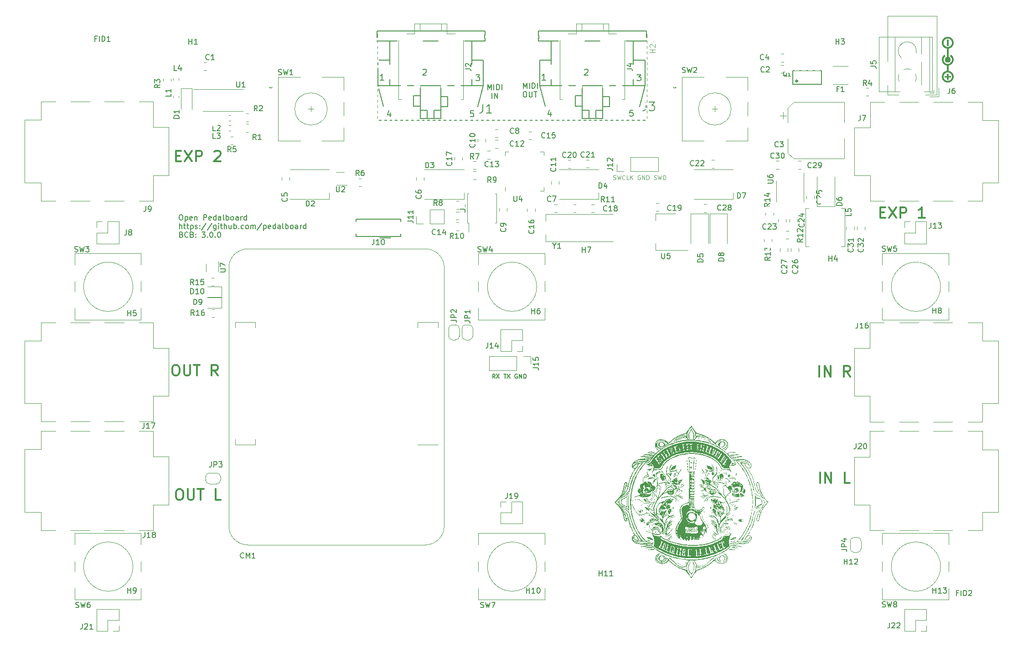
<source format=gto>
G04 #@! TF.GenerationSoftware,KiCad,Pcbnew,7.0.8-7.0.8~ubuntu23.04.1*
G04 #@! TF.CreationDate,2023-10-19T21:47:09+00:00*
G04 #@! TF.ProjectId,pedalboard-hw,70656461-6c62-46f6-9172-642d68772e6b,3.0.0*
G04 #@! TF.SameCoordinates,Original*
G04 #@! TF.FileFunction,Legend,Top*
G04 #@! TF.FilePolarity,Positive*
%FSLAX46Y46*%
G04 Gerber Fmt 4.6, Leading zero omitted, Abs format (unit mm)*
G04 Created by KiCad (PCBNEW 7.0.8-7.0.8~ubuntu23.04.1) date 2023-10-19 21:47:09*
%MOMM*%
%LPD*%
G01*
G04 APERTURE LIST*
%ADD10C,0.000000*%
%ADD11C,0.019755*%
%ADD12C,0.008210*%
%ADD13C,0.004304*%
%ADD14C,0.004635*%
%ADD15C,0.300000*%
%ADD16C,0.150000*%
%ADD17C,0.125000*%
%ADD18C,0.100000*%
%ADD19C,0.160020*%
%ADD20C,0.127000*%
%ADD21C,0.120000*%
%ADD22C,0.152400*%
%ADD23C,0.203200*%
%ADD24C,0.317500*%
%ADD25C,0.010000*%
%ADD26C,2.700000*%
%ADD27C,3.000000*%
%ADD28O,1.200000X2.200000*%
%ADD29O,2.200000X1.200000*%
%ADD30R,4.400000X1.800000*%
%ADD31O,4.000000X1.800000*%
%ADD32O,1.800000X4.000000*%
%ADD33R,2.000000X1.500000*%
%ADD34R,2.000000X3.800000*%
%ADD35R,2.600000X2.600000*%
%ADD36C,2.600000*%
%ADD37C,6.000000*%
%ADD38R,1.350000X1.350000*%
%ADD39O,1.350000X1.350000*%
%ADD40R,1.500000X1.000000*%
%ADD41R,1.700000X1.700000*%
%ADD42O,1.700000X1.700000*%
%ADD43C,0.600000*%
%ADD44R,2.000000X1.800000*%
%ADD45R,0.840000X0.840000*%
%ADD46C,0.840000*%
%ADD47O,0.850000X1.850000*%
%ADD48R,2.000000X2.000000*%
%ADD49C,2.000000*%
%ADD50C,3.200000*%
%ADD51R,5.500000X1.430000*%
%ADD52R,1.300000X0.800000*%
%ADD53R,5.600000X2.100000*%
%ADD54C,6.100000*%
%ADD55R,0.700000X0.200000*%
%ADD56R,0.650000X0.400000*%
%ADD57R,0.400000X0.650000*%
%ADD58O,1.700000X1.950000*%
G04 APERTURE END LIST*
D10*
G36*
X143329721Y-103986939D02*
G01*
X143331298Y-103988442D01*
X143332688Y-103991099D01*
X143334896Y-103999796D01*
X143336318Y-104012875D01*
X143336928Y-104030182D01*
X143336702Y-104051560D01*
X143335612Y-104076856D01*
X143333634Y-104105914D01*
X143330740Y-104138578D01*
X143322107Y-104214108D01*
X143319301Y-104235091D01*
X143316195Y-104255629D01*
X143312820Y-104275609D01*
X143309208Y-104294917D01*
X143305389Y-104313439D01*
X143301395Y-104331063D01*
X143297255Y-104347673D01*
X143293002Y-104363157D01*
X143288667Y-104377401D01*
X143284279Y-104390291D01*
X143279872Y-104401713D01*
X143275474Y-104411554D01*
X143271118Y-104419700D01*
X143268965Y-104423102D01*
X143266834Y-104426037D01*
X143264729Y-104428492D01*
X143262653Y-104430452D01*
X143260612Y-104431903D01*
X143258607Y-104432831D01*
X143253410Y-104433825D01*
X143248407Y-104433548D01*
X143243607Y-104432071D01*
X143239018Y-104429469D01*
X143234649Y-104425812D01*
X143230508Y-104421173D01*
X143226603Y-104415625D01*
X143222943Y-104409239D01*
X143219537Y-104402089D01*
X143216392Y-104394246D01*
X143210920Y-104376772D01*
X143206596Y-104357397D01*
X143203486Y-104336699D01*
X143201657Y-104315257D01*
X143201178Y-104293649D01*
X143202114Y-104272455D01*
X143204534Y-104252253D01*
X143208503Y-104233621D01*
X143211091Y-104225076D01*
X143214091Y-104217140D01*
X143217512Y-104209886D01*
X143221363Y-104203387D01*
X143225651Y-104197715D01*
X143230386Y-104192941D01*
X143234472Y-104189190D01*
X143238764Y-104184590D01*
X143243222Y-104179206D01*
X143247804Y-104173098D01*
X143252469Y-104166328D01*
X143257174Y-104158959D01*
X143261880Y-104151053D01*
X143266545Y-104142671D01*
X143271127Y-104133875D01*
X143275585Y-104124729D01*
X143279877Y-104115293D01*
X143283963Y-104105629D01*
X143287801Y-104095800D01*
X143291349Y-104085868D01*
X143294567Y-104075895D01*
X143297412Y-104065942D01*
X143304395Y-104039623D01*
X143310773Y-104018771D01*
X143316520Y-104003232D01*
X143321611Y-103992850D01*
X143323903Y-103989545D01*
X143326020Y-103987471D01*
X143327961Y-103986608D01*
X143329721Y-103986939D01*
G37*
G36*
X139005375Y-112479527D02*
G01*
X139013059Y-112480117D01*
X139020598Y-112481016D01*
X139027976Y-112482216D01*
X139035175Y-112483709D01*
X139042181Y-112485489D01*
X139048977Y-112487549D01*
X139055547Y-112489882D01*
X139061875Y-112492480D01*
X139067944Y-112495337D01*
X139073739Y-112498444D01*
X139079243Y-112501796D01*
X139084440Y-112505385D01*
X139089315Y-112509204D01*
X139093850Y-112513246D01*
X139098030Y-112517504D01*
X139101838Y-112521970D01*
X139105259Y-112526637D01*
X139108276Y-112531500D01*
X139110874Y-112536549D01*
X139113035Y-112541779D01*
X139114744Y-112547181D01*
X139115985Y-112552750D01*
X139116741Y-112558478D01*
X139116997Y-112564357D01*
X139116905Y-112565979D01*
X139116631Y-112567538D01*
X139116183Y-112569030D01*
X139115563Y-112570455D01*
X139114779Y-112571810D01*
X139113834Y-112573093D01*
X139112734Y-112574303D01*
X139111484Y-112575437D01*
X139110090Y-112576494D01*
X139108556Y-112577471D01*
X139105090Y-112579179D01*
X139101128Y-112580546D01*
X139096712Y-112581557D01*
X139091882Y-112582195D01*
X139086679Y-112582446D01*
X139081146Y-112582294D01*
X139075324Y-112581723D01*
X139069254Y-112580717D01*
X139062977Y-112579263D01*
X139056534Y-112577343D01*
X139049968Y-112574942D01*
X139042698Y-112573163D01*
X139035464Y-112571793D01*
X139028303Y-112570826D01*
X139021250Y-112570256D01*
X139014342Y-112570080D01*
X139007614Y-112570291D01*
X139001104Y-112570884D01*
X138994847Y-112571855D01*
X138991824Y-112572481D01*
X138988879Y-112573198D01*
X138986015Y-112574008D01*
X138983237Y-112574908D01*
X138980549Y-112575899D01*
X138977956Y-112576979D01*
X138975463Y-112578149D01*
X138973074Y-112579407D01*
X138970793Y-112580754D01*
X138968625Y-112582187D01*
X138966575Y-112583707D01*
X138964647Y-112585312D01*
X138962845Y-112587003D01*
X138961175Y-112588779D01*
X138959640Y-112590638D01*
X138958246Y-112592581D01*
X138955980Y-112595884D01*
X138953182Y-112599162D01*
X138949898Y-112602387D01*
X138946175Y-112605535D01*
X138942059Y-112608580D01*
X138937597Y-112611495D01*
X138932835Y-112614256D01*
X138927820Y-112616835D01*
X138922598Y-112619208D01*
X138917215Y-112621348D01*
X138911720Y-112623230D01*
X138906157Y-112624828D01*
X138900573Y-112626116D01*
X138895015Y-112627067D01*
X138889529Y-112627657D01*
X138884163Y-112627860D01*
X138876295Y-112627525D01*
X138869216Y-112626546D01*
X138862910Y-112624961D01*
X138857360Y-112622809D01*
X138852549Y-112620127D01*
X138848460Y-112616953D01*
X138845076Y-112613326D01*
X138842381Y-112609283D01*
X138840358Y-112604864D01*
X138838989Y-112600105D01*
X138838259Y-112595045D01*
X138838150Y-112589722D01*
X138838646Y-112584174D01*
X138839730Y-112578440D01*
X138841385Y-112572557D01*
X138843594Y-112566564D01*
X138846340Y-112560498D01*
X138849607Y-112554398D01*
X138853378Y-112548302D01*
X138857636Y-112542248D01*
X138862364Y-112536274D01*
X138867546Y-112530418D01*
X138873164Y-112524719D01*
X138879202Y-112519214D01*
X138885643Y-112513942D01*
X138892471Y-112508940D01*
X138899668Y-112504247D01*
X138907217Y-112499901D01*
X138915103Y-112495940D01*
X138923307Y-112492402D01*
X138931814Y-112489325D01*
X138940607Y-112486748D01*
X138948872Y-112484618D01*
X138957122Y-112482852D01*
X138965339Y-112481445D01*
X138973508Y-112480388D01*
X138981612Y-112479675D01*
X138989635Y-112479299D01*
X138997562Y-112479252D01*
X139005375Y-112479527D01*
G37*
G36*
X130646361Y-111327149D02*
G01*
X130649318Y-111328353D01*
X130651991Y-111330266D01*
X130654384Y-111332896D01*
X130656504Y-111336251D01*
X130658355Y-111340340D01*
X130659942Y-111345172D01*
X130662347Y-111357095D01*
X130663759Y-111372087D01*
X130664221Y-111390216D01*
X130663773Y-111411549D01*
X130662457Y-111436153D01*
X130660314Y-111464096D01*
X130657386Y-111495444D01*
X130655690Y-111516279D01*
X130654568Y-111536453D01*
X130654014Y-111555966D01*
X130654023Y-111574817D01*
X130654591Y-111593007D01*
X130655712Y-111610536D01*
X130657380Y-111627403D01*
X130659591Y-111643609D01*
X130662339Y-111659153D01*
X130665620Y-111674036D01*
X130669427Y-111688257D01*
X130673757Y-111701817D01*
X130678603Y-111714715D01*
X130683961Y-111726952D01*
X130689826Y-111738528D01*
X130696191Y-111749442D01*
X130701519Y-111758439D01*
X130706899Y-111768170D01*
X130717689Y-111789461D01*
X130728314Y-111812570D01*
X130738525Y-111836755D01*
X130748075Y-111861269D01*
X130756715Y-111885371D01*
X130764198Y-111908315D01*
X130770275Y-111929358D01*
X130771359Y-111934308D01*
X130772623Y-111939231D01*
X130774060Y-111944121D01*
X130775663Y-111948974D01*
X130779344Y-111958542D01*
X130783614Y-111967888D01*
X130788422Y-111976965D01*
X130793715Y-111985726D01*
X130799443Y-111994127D01*
X130805553Y-112002118D01*
X130811993Y-112009656D01*
X130818713Y-112016691D01*
X130825660Y-112023180D01*
X130832783Y-112029074D01*
X130840029Y-112034327D01*
X130847349Y-112038893D01*
X130851019Y-112040903D01*
X130854688Y-112042725D01*
X130858350Y-112044351D01*
X130861997Y-112045776D01*
X130868685Y-112048124D01*
X130875481Y-112051164D01*
X130882329Y-112054845D01*
X130889172Y-112059115D01*
X130895953Y-112063923D01*
X130902615Y-112069216D01*
X130909101Y-112074943D01*
X130915355Y-112081053D01*
X130921319Y-112087494D01*
X130926937Y-112094213D01*
X130932152Y-112101160D01*
X130936907Y-112108283D01*
X130941145Y-112115530D01*
X130944810Y-112122849D01*
X130947844Y-112130188D01*
X130949107Y-112133850D01*
X130950191Y-112137497D01*
X130953219Y-112146417D01*
X130956350Y-112154655D01*
X130959580Y-112162212D01*
X130962911Y-112169089D01*
X130966339Y-112175287D01*
X130969865Y-112180805D01*
X130973486Y-112185645D01*
X130977201Y-112189808D01*
X130981009Y-112193294D01*
X130984910Y-112196103D01*
X130988900Y-112198237D01*
X130992980Y-112199696D01*
X130997147Y-112200480D01*
X131001401Y-112200591D01*
X131005740Y-112200028D01*
X131010164Y-112198793D01*
X131014670Y-112196886D01*
X131019257Y-112194308D01*
X131023924Y-112191060D01*
X131028671Y-112187142D01*
X131033494Y-112182554D01*
X131038394Y-112177298D01*
X131043369Y-112171374D01*
X131048418Y-112164783D01*
X131053539Y-112157525D01*
X131058731Y-112149601D01*
X131069323Y-112131757D01*
X131080183Y-112111258D01*
X131091302Y-112088107D01*
X131127755Y-112015052D01*
X131163319Y-111949153D01*
X131198428Y-111890128D01*
X131233516Y-111837691D01*
X131251188Y-111813855D01*
X131269018Y-111791559D01*
X131287059Y-111770768D01*
X131305367Y-111751447D01*
X131323995Y-111733560D01*
X131342998Y-111717071D01*
X131362429Y-111701945D01*
X131382344Y-111688147D01*
X131402796Y-111675640D01*
X131423840Y-111664390D01*
X131445530Y-111654361D01*
X131467920Y-111645517D01*
X131491065Y-111637823D01*
X131515018Y-111631244D01*
X131539835Y-111625743D01*
X131565568Y-111621285D01*
X131592273Y-111617835D01*
X131620004Y-111615357D01*
X131678760Y-111613175D01*
X131742271Y-111614456D01*
X131810969Y-111618915D01*
X131835466Y-111621185D01*
X131859973Y-111624010D01*
X131908810Y-111631235D01*
X131957069Y-111640402D01*
X132004336Y-111651327D01*
X132050197Y-111663822D01*
X132094239Y-111677702D01*
X132136049Y-111692781D01*
X132175212Y-111708873D01*
X132211317Y-111725792D01*
X132228093Y-111734504D01*
X132243949Y-111743352D01*
X132258833Y-111752314D01*
X132272695Y-111761366D01*
X132285481Y-111770486D01*
X132297141Y-111779649D01*
X132307623Y-111788833D01*
X132316875Y-111798015D01*
X132324845Y-111807170D01*
X132331482Y-111816277D01*
X132336734Y-111825311D01*
X132340549Y-111834250D01*
X132342876Y-111843070D01*
X132343664Y-111851747D01*
X132343581Y-111859800D01*
X132343168Y-111866727D01*
X132342175Y-111872475D01*
X132340356Y-111876993D01*
X132339059Y-111878775D01*
X132337462Y-111880230D01*
X132335535Y-111881352D01*
X132333245Y-111882134D01*
X132330563Y-111882569D01*
X132327458Y-111882652D01*
X132319851Y-111881734D01*
X132310177Y-111879328D01*
X132298188Y-111875381D01*
X132283636Y-111869843D01*
X132266273Y-111862662D01*
X132222120Y-111843163D01*
X132163747Y-111816470D01*
X132130119Y-111802126D01*
X132097959Y-111789523D01*
X132067163Y-111778666D01*
X132037629Y-111769562D01*
X132009251Y-111762214D01*
X131981928Y-111756629D01*
X131955556Y-111752811D01*
X131930032Y-111750765D01*
X131905251Y-111750497D01*
X131881111Y-111752012D01*
X131857509Y-111755315D01*
X131834341Y-111760412D01*
X131811503Y-111767306D01*
X131788893Y-111776004D01*
X131766407Y-111786511D01*
X131743941Y-111798831D01*
X131722292Y-111810813D01*
X131695104Y-111825234D01*
X131628407Y-111859244D01*
X131552449Y-111896561D01*
X131475831Y-111932886D01*
X131443270Y-111949406D01*
X131411800Y-111967151D01*
X131381518Y-111986022D01*
X131352524Y-112005922D01*
X131324914Y-112026752D01*
X131298787Y-112048413D01*
X131274242Y-112070809D01*
X131251376Y-112093841D01*
X131230287Y-112117409D01*
X131211075Y-112141418D01*
X131193836Y-112165767D01*
X131178670Y-112190359D01*
X131165674Y-112215096D01*
X131154947Y-112239880D01*
X131150465Y-112252258D01*
X131146587Y-112264612D01*
X131143325Y-112276928D01*
X131140691Y-112289194D01*
X131138545Y-112298505D01*
X131136085Y-112307257D01*
X131133331Y-112315447D01*
X131130301Y-112323072D01*
X131127012Y-112330132D01*
X131123483Y-112336624D01*
X131119732Y-112342547D01*
X131115777Y-112347897D01*
X131111635Y-112352674D01*
X131107326Y-112356876D01*
X131102866Y-112360500D01*
X131098275Y-112363545D01*
X131093571Y-112366008D01*
X131088770Y-112367888D01*
X131083893Y-112369183D01*
X131078955Y-112369890D01*
X131073977Y-112370009D01*
X131068975Y-112369536D01*
X131063968Y-112368471D01*
X131058974Y-112366810D01*
X131054011Y-112364553D01*
X131049097Y-112361697D01*
X131044250Y-112358240D01*
X131039488Y-112354180D01*
X131034830Y-112349516D01*
X131030293Y-112344245D01*
X131025896Y-112338366D01*
X131021657Y-112331876D01*
X131017593Y-112324774D01*
X131013722Y-112317058D01*
X131010064Y-112308725D01*
X131006636Y-112299774D01*
X131002926Y-112291144D01*
X130998450Y-112282488D01*
X130993272Y-112273862D01*
X130987453Y-112265325D01*
X130981056Y-112256932D01*
X130974142Y-112248740D01*
X130966773Y-112240807D01*
X130959011Y-112233189D01*
X130950918Y-112225943D01*
X130942557Y-112219126D01*
X130933989Y-112212794D01*
X130925276Y-112207006D01*
X130916481Y-112201816D01*
X130907665Y-112197283D01*
X130898890Y-112193463D01*
X130890219Y-112190413D01*
X130874532Y-112185255D01*
X130859144Y-112177591D01*
X130843943Y-112167229D01*
X130828814Y-112153978D01*
X130813643Y-112137648D01*
X130798318Y-112118046D01*
X130782724Y-112094982D01*
X130766747Y-112068265D01*
X130750274Y-112037702D01*
X130733192Y-112003104D01*
X130715386Y-111964278D01*
X130696743Y-111921035D01*
X130656490Y-111820527D01*
X130611525Y-111700052D01*
X130597837Y-111662027D01*
X130585866Y-111627195D01*
X130575589Y-111595361D01*
X130566987Y-111566327D01*
X130560038Y-111539898D01*
X130557177Y-111527599D01*
X130554722Y-111515878D01*
X130552670Y-111504709D01*
X130551019Y-111494068D01*
X130549765Y-111483932D01*
X130548907Y-111474275D01*
X130548441Y-111465072D01*
X130548366Y-111456300D01*
X130548678Y-111447933D01*
X130549375Y-111439948D01*
X130550455Y-111432319D01*
X130551914Y-111425022D01*
X130553751Y-111418032D01*
X130555962Y-111411326D01*
X130558546Y-111404878D01*
X130561498Y-111398663D01*
X130564818Y-111392658D01*
X130568502Y-111386838D01*
X130572548Y-111381178D01*
X130576953Y-111375653D01*
X130581715Y-111370240D01*
X130586830Y-111364913D01*
X130600025Y-111352232D01*
X130611855Y-111342017D01*
X130622363Y-111334334D01*
X130627133Y-111331463D01*
X130631589Y-111329250D01*
X130635734Y-111327704D01*
X130639575Y-111326833D01*
X130643115Y-111326645D01*
X130646361Y-111327149D01*
G37*
G36*
X144702373Y-111273845D02*
G01*
X144705093Y-111274316D01*
X144707874Y-111275046D01*
X144710729Y-111276037D01*
X144713666Y-111277289D01*
X144716696Y-111278803D01*
X144719829Y-111280579D01*
X144723076Y-111282617D01*
X144726447Y-111284919D01*
X144729952Y-111287486D01*
X144737407Y-111293414D01*
X144745523Y-111300407D01*
X144754384Y-111308469D01*
X144762447Y-111316707D01*
X144766076Y-111320568D01*
X144769440Y-111324269D01*
X144772537Y-111327816D01*
X144775368Y-111331220D01*
X144777935Y-111334488D01*
X144780237Y-111337629D01*
X144782276Y-111340651D01*
X144784052Y-111343563D01*
X144785565Y-111346372D01*
X144786818Y-111349088D01*
X144787809Y-111351718D01*
X144788539Y-111354272D01*
X144789010Y-111356757D01*
X144789222Y-111359182D01*
X144789176Y-111361555D01*
X144788872Y-111363885D01*
X144788311Y-111366180D01*
X144787493Y-111368449D01*
X144786420Y-111370699D01*
X144785091Y-111372940D01*
X144783508Y-111375180D01*
X144781671Y-111377426D01*
X144779581Y-111379689D01*
X144777238Y-111381975D01*
X144774643Y-111384293D01*
X144771797Y-111386652D01*
X144768700Y-111389060D01*
X144765354Y-111391526D01*
X144757913Y-111396663D01*
X144748729Y-111402227D01*
X144739711Y-111407028D01*
X144730882Y-111411087D01*
X144722263Y-111414427D01*
X144713877Y-111417069D01*
X144705746Y-111419035D01*
X144697891Y-111420347D01*
X144690334Y-111421028D01*
X144683098Y-111421099D01*
X144676204Y-111420582D01*
X144669674Y-111419500D01*
X144663531Y-111417873D01*
X144657796Y-111415724D01*
X144652491Y-111413076D01*
X144647638Y-111409949D01*
X144643260Y-111406367D01*
X144639377Y-111402350D01*
X144636013Y-111397921D01*
X144633189Y-111393102D01*
X144630926Y-111387915D01*
X144629248Y-111382381D01*
X144628175Y-111376524D01*
X144627731Y-111370364D01*
X144627936Y-111363923D01*
X144628813Y-111357224D01*
X144630384Y-111350289D01*
X144632670Y-111343139D01*
X144635695Y-111335797D01*
X144639478Y-111328284D01*
X144644044Y-111320623D01*
X144649413Y-111312835D01*
X144655608Y-111304942D01*
X144661988Y-111297502D01*
X144667954Y-111291058D01*
X144670809Y-111288212D01*
X144673591Y-111285618D01*
X144676310Y-111283275D01*
X144678979Y-111281185D01*
X144681606Y-111279348D01*
X144684201Y-111277764D01*
X144686777Y-111276436D01*
X144689342Y-111275362D01*
X144691906Y-111274545D01*
X144694482Y-111273983D01*
X144697078Y-111273679D01*
X144699704Y-111273633D01*
X144702373Y-111273845D01*
G37*
G36*
X142231583Y-108898116D02*
G01*
X142234039Y-108898436D01*
X142236620Y-108899068D01*
X142239337Y-108900013D01*
X142242200Y-108901271D01*
X142245221Y-108902845D01*
X142248411Y-108904736D01*
X142251780Y-108906944D01*
X142255340Y-108909471D01*
X142263075Y-108915488D01*
X142271704Y-108922797D01*
X142281315Y-108931408D01*
X142291995Y-108941332D01*
X142298485Y-108947475D01*
X142304718Y-108953975D01*
X142310688Y-108960795D01*
X142316387Y-108967900D01*
X142321806Y-108975253D01*
X142326939Y-108982817D01*
X142331777Y-108990557D01*
X142336313Y-108998437D01*
X142340539Y-109006420D01*
X142344447Y-109014471D01*
X142348030Y-109022552D01*
X142351279Y-109030628D01*
X142354187Y-109038663D01*
X142356746Y-109046620D01*
X142358949Y-109054464D01*
X142360787Y-109062158D01*
X142362254Y-109069665D01*
X142363340Y-109076951D01*
X142364039Y-109083978D01*
X142364343Y-109090711D01*
X142364243Y-109097113D01*
X142363733Y-109103148D01*
X142362804Y-109108779D01*
X142361449Y-109113972D01*
X142359659Y-109118689D01*
X142357428Y-109122895D01*
X142354748Y-109126553D01*
X142351610Y-109129627D01*
X142348006Y-109132080D01*
X142343931Y-109133878D01*
X142339374Y-109134983D01*
X142334329Y-109135359D01*
X142329239Y-109134933D01*
X142323910Y-109133682D01*
X142318371Y-109131653D01*
X142312653Y-109128889D01*
X142306785Y-109125436D01*
X142300797Y-109121337D01*
X142288579Y-109111381D01*
X142276237Y-109099379D01*
X142264008Y-109085688D01*
X142252131Y-109070663D01*
X142240844Y-109054661D01*
X142230383Y-109038039D01*
X142220986Y-109021154D01*
X142212892Y-109004362D01*
X142206338Y-108988019D01*
X142201561Y-108972483D01*
X142199914Y-108965128D01*
X142198800Y-108958109D01*
X142198249Y-108951469D01*
X142198292Y-108945254D01*
X142198957Y-108939508D01*
X142200275Y-108934276D01*
X142204134Y-108925596D01*
X142207833Y-108918084D01*
X142211459Y-108911750D01*
X142213273Y-108909028D01*
X142215102Y-108906604D01*
X142216956Y-108904481D01*
X142218847Y-108902658D01*
X142220786Y-108901138D01*
X142222784Y-108899921D01*
X142224851Y-108899009D01*
X142227000Y-108898403D01*
X142229240Y-108898105D01*
X142231583Y-108898116D01*
G37*
G36*
X133694012Y-98200305D02*
G01*
X133694951Y-98200832D01*
X133695864Y-98201710D01*
X133696759Y-98202940D01*
X133697644Y-98204522D01*
X133698527Y-98206454D01*
X133700315Y-98211374D01*
X133702185Y-98217699D01*
X133704201Y-98225430D01*
X133708913Y-98245109D01*
X133710434Y-98251660D01*
X133711693Y-98258074D01*
X133712697Y-98264342D01*
X133713454Y-98270451D01*
X133713971Y-98276389D01*
X133714254Y-98282145D01*
X133714312Y-98287708D01*
X133714150Y-98293065D01*
X133713776Y-98298204D01*
X133713198Y-98303116D01*
X133712422Y-98307787D01*
X133711456Y-98312206D01*
X133710306Y-98316361D01*
X133708980Y-98320241D01*
X133707484Y-98323835D01*
X133705827Y-98327130D01*
X133704014Y-98330115D01*
X133702053Y-98332778D01*
X133699952Y-98335108D01*
X133697717Y-98337093D01*
X133695355Y-98338722D01*
X133692874Y-98339982D01*
X133690280Y-98340862D01*
X133687581Y-98341351D01*
X133684784Y-98341437D01*
X133681896Y-98341109D01*
X133678924Y-98340353D01*
X133675875Y-98339160D01*
X133672756Y-98337518D01*
X133669575Y-98335414D01*
X133666338Y-98332837D01*
X133663052Y-98329776D01*
X133661781Y-98328702D01*
X133660611Y-98327468D01*
X133659543Y-98326081D01*
X133658574Y-98324546D01*
X133656929Y-98321055D01*
X133655666Y-98317042D01*
X133654775Y-98312554D01*
X133654246Y-98307637D01*
X133654069Y-98302338D01*
X133654233Y-98296702D01*
X133654727Y-98290778D01*
X133655542Y-98284610D01*
X133656667Y-98278246D01*
X133658091Y-98271732D01*
X133659805Y-98265115D01*
X133661798Y-98258441D01*
X133664060Y-98251757D01*
X133666580Y-98245109D01*
X133675923Y-98225430D01*
X133679758Y-98217699D01*
X133683117Y-98211374D01*
X133686062Y-98206454D01*
X133687400Y-98204522D01*
X133688657Y-98202940D01*
X133689841Y-98201710D01*
X133690961Y-98200832D01*
X133692025Y-98200305D01*
X133693039Y-98200129D01*
X133694012Y-98200305D01*
G37*
G36*
X133698358Y-109122627D02*
G01*
X133699606Y-109123291D01*
X133700762Y-109124562D01*
X133701837Y-109126436D01*
X133702843Y-109128912D01*
X133703790Y-109131989D01*
X133705551Y-109139934D01*
X133707209Y-109150256D01*
X133708852Y-109162940D01*
X133712442Y-109195331D01*
X133715398Y-109215884D01*
X133718891Y-109237388D01*
X133722797Y-109259141D01*
X133726993Y-109280439D01*
X133731355Y-109300579D01*
X133735758Y-109318859D01*
X133740078Y-109334575D01*
X133742168Y-109341253D01*
X133744192Y-109347026D01*
X133749257Y-109359300D01*
X133753872Y-109371631D01*
X133758041Y-109383995D01*
X133761769Y-109396366D01*
X133765060Y-109408719D01*
X133767919Y-109421028D01*
X133770350Y-109433270D01*
X133772359Y-109445417D01*
X133773949Y-109457446D01*
X133775124Y-109469330D01*
X133775890Y-109481046D01*
X133776252Y-109492566D01*
X133776212Y-109503868D01*
X133775777Y-109514924D01*
X133774950Y-109525711D01*
X133773737Y-109536202D01*
X133772141Y-109546373D01*
X133770167Y-109556198D01*
X133767819Y-109565653D01*
X133765103Y-109574712D01*
X133762023Y-109583349D01*
X133758582Y-109591540D01*
X133754787Y-109599260D01*
X133750641Y-109606483D01*
X133746148Y-109613184D01*
X133741314Y-109619337D01*
X133736142Y-109624919D01*
X133730638Y-109629903D01*
X133724806Y-109634264D01*
X133718650Y-109637977D01*
X133712175Y-109641018D01*
X133705385Y-109643359D01*
X133684896Y-109648522D01*
X133665124Y-109652787D01*
X133646104Y-109656186D01*
X133627871Y-109658752D01*
X133610459Y-109660517D01*
X133593904Y-109661513D01*
X133578240Y-109661773D01*
X133563503Y-109661329D01*
X133549727Y-109660213D01*
X133536946Y-109658457D01*
X133525197Y-109656095D01*
X133514514Y-109653157D01*
X133504931Y-109649677D01*
X133496484Y-109645686D01*
X133489207Y-109641218D01*
X133483136Y-109636303D01*
X133478305Y-109630976D01*
X133474749Y-109625267D01*
X133472503Y-109619210D01*
X133471602Y-109612835D01*
X133472080Y-109606177D01*
X133473974Y-109599267D01*
X133477316Y-109592137D01*
X133482144Y-109584820D01*
X133488490Y-109577348D01*
X133496391Y-109569753D01*
X133505881Y-109562068D01*
X133516994Y-109554324D01*
X133529767Y-109546555D01*
X133544233Y-109538792D01*
X133560428Y-109531068D01*
X133578386Y-109523415D01*
X133588390Y-109519094D01*
X133597897Y-109514731D01*
X133606905Y-109510324D01*
X133615414Y-109505872D01*
X133623421Y-109501373D01*
X133630925Y-109496826D01*
X133637926Y-109492231D01*
X133644422Y-109487585D01*
X133650411Y-109482887D01*
X133655892Y-109478136D01*
X133660864Y-109473331D01*
X133665326Y-109468471D01*
X133669277Y-109463554D01*
X133672714Y-109458578D01*
X133675638Y-109453543D01*
X133678046Y-109448448D01*
X133679937Y-109443290D01*
X133681310Y-109438070D01*
X133682164Y-109432784D01*
X133682497Y-109427433D01*
X133682308Y-109422014D01*
X133681596Y-109416527D01*
X133680359Y-109410971D01*
X133678597Y-109405343D01*
X133676307Y-109399643D01*
X133673489Y-109393869D01*
X133670142Y-109388021D01*
X133666263Y-109382096D01*
X133661852Y-109376093D01*
X133656908Y-109370012D01*
X133651429Y-109363851D01*
X133645413Y-109357608D01*
X133640454Y-109352145D01*
X133636167Y-109346315D01*
X133632561Y-109340083D01*
X133629649Y-109333410D01*
X133627439Y-109326263D01*
X133625942Y-109318603D01*
X133625168Y-109310396D01*
X133625129Y-109301605D01*
X133625833Y-109292194D01*
X133627292Y-109282127D01*
X133629516Y-109271367D01*
X133632515Y-109259878D01*
X133636299Y-109247625D01*
X133640880Y-109234571D01*
X133646266Y-109220679D01*
X133652469Y-109205914D01*
X133668792Y-109170010D01*
X133675436Y-109155863D01*
X133681187Y-109144233D01*
X133686132Y-109135105D01*
X133690358Y-109128462D01*
X133692229Y-109126067D01*
X133693954Y-109124289D01*
X133695543Y-109123124D01*
X133697007Y-109122571D01*
X133698358Y-109122627D01*
G37*
G36*
X131621139Y-101784162D02*
G01*
X131622895Y-101784435D01*
X131627022Y-101785693D01*
X131631935Y-101787880D01*
X131637591Y-101790977D01*
X131643951Y-101794963D01*
X131650972Y-101799817D01*
X131658613Y-101805519D01*
X131666833Y-101812047D01*
X131675591Y-101819382D01*
X131684844Y-101827501D01*
X131694553Y-101836386D01*
X131703193Y-101845692D01*
X131711255Y-101855061D01*
X131718740Y-101864455D01*
X131725648Y-101873834D01*
X131731980Y-101883159D01*
X131737736Y-101892390D01*
X131742917Y-101901489D01*
X131747524Y-101910414D01*
X131751558Y-101919128D01*
X131755018Y-101927591D01*
X131757906Y-101935763D01*
X131760223Y-101943604D01*
X131761968Y-101951077D01*
X131763143Y-101958140D01*
X131763749Y-101964755D01*
X131763785Y-101970883D01*
X131763253Y-101976483D01*
X131762153Y-101981517D01*
X131760486Y-101985945D01*
X131758252Y-101989727D01*
X131755453Y-101992825D01*
X131753841Y-101994105D01*
X131752088Y-101995199D01*
X131750194Y-101996102D01*
X131748159Y-101996809D01*
X131743666Y-101997617D01*
X131738609Y-101997582D01*
X131732990Y-101996665D01*
X131726809Y-101994827D01*
X131720067Y-101992028D01*
X131712764Y-101988230D01*
X131704901Y-101983392D01*
X131696478Y-101977476D01*
X131687497Y-101970441D01*
X131680547Y-101964949D01*
X131674233Y-101960402D01*
X131668529Y-101956838D01*
X131665898Y-101955435D01*
X131663409Y-101954291D01*
X131661060Y-101953411D01*
X131658847Y-101952799D01*
X131656767Y-101952459D01*
X131654817Y-101952397D01*
X131652993Y-101952616D01*
X131651293Y-101953121D01*
X131649713Y-101953917D01*
X131648250Y-101955008D01*
X131646901Y-101956399D01*
X131645662Y-101958094D01*
X131644531Y-101960098D01*
X131643503Y-101962416D01*
X131642576Y-101965051D01*
X131641747Y-101968008D01*
X131640368Y-101974908D01*
X131639340Y-101983151D01*
X131638639Y-101992774D01*
X131638236Y-102003813D01*
X131638108Y-102016304D01*
X131638229Y-102025516D01*
X131638583Y-102034604D01*
X131639154Y-102043527D01*
X131639927Y-102052242D01*
X131640886Y-102060710D01*
X131642015Y-102068889D01*
X131643299Y-102076737D01*
X131644723Y-102084213D01*
X131646270Y-102091275D01*
X131647927Y-102097883D01*
X131649676Y-102103994D01*
X131651503Y-102109568D01*
X131653392Y-102114564D01*
X131655327Y-102118939D01*
X131657293Y-102122653D01*
X131659275Y-102125664D01*
X131663110Y-102130290D01*
X131666677Y-102136171D01*
X131669978Y-102143218D01*
X131673014Y-102151344D01*
X131678297Y-102170475D01*
X131682536Y-102192857D01*
X131685742Y-102217782D01*
X131687924Y-102244541D01*
X131689094Y-102272427D01*
X131689261Y-102300731D01*
X131688436Y-102328745D01*
X131686629Y-102355763D01*
X131683850Y-102381075D01*
X131680111Y-102403974D01*
X131675420Y-102423751D01*
X131669789Y-102439699D01*
X131666624Y-102446016D01*
X131663228Y-102451110D01*
X131659602Y-102454893D01*
X131655747Y-102457276D01*
X131647433Y-102458563D01*
X131637145Y-102457238D01*
X131625042Y-102453459D01*
X131611278Y-102447382D01*
X131596010Y-102439166D01*
X131579395Y-102428968D01*
X131542748Y-102403257D01*
X131502587Y-102371510D01*
X131460162Y-102334988D01*
X131416724Y-102294953D01*
X131373525Y-102252664D01*
X131331813Y-102209383D01*
X131292840Y-102166371D01*
X131257857Y-102124889D01*
X131228114Y-102086197D01*
X131204861Y-102051556D01*
X131196060Y-102036149D01*
X131189350Y-102022228D01*
X131184888Y-102009950D01*
X131182830Y-101999473D01*
X131183333Y-101990955D01*
X131186552Y-101984553D01*
X131195262Y-101974187D01*
X131204185Y-101964260D01*
X131213306Y-101954777D01*
X131222609Y-101945740D01*
X131232080Y-101937156D01*
X131241704Y-101929029D01*
X131251466Y-101921363D01*
X131261352Y-101914163D01*
X131271347Y-101907433D01*
X131281435Y-101901177D01*
X131291601Y-101895401D01*
X131301832Y-101890109D01*
X131312112Y-101885305D01*
X131322426Y-101880994D01*
X131332760Y-101877181D01*
X131343098Y-101873869D01*
X131353425Y-101871064D01*
X131363728Y-101868770D01*
X131373990Y-101866991D01*
X131384198Y-101865732D01*
X131394335Y-101864998D01*
X131404389Y-101864792D01*
X131414342Y-101865121D01*
X131424181Y-101865987D01*
X131433892Y-101867396D01*
X131443458Y-101869352D01*
X131452865Y-101871860D01*
X131462098Y-101874924D01*
X131471143Y-101878548D01*
X131479984Y-101882738D01*
X131488607Y-101887498D01*
X131496997Y-101892832D01*
X131505211Y-101898435D01*
X131513304Y-101903350D01*
X131521261Y-101907589D01*
X131529064Y-101911166D01*
X131536696Y-101914095D01*
X131544141Y-101916388D01*
X131551382Y-101918060D01*
X131558402Y-101919124D01*
X131565185Y-101919594D01*
X131571712Y-101919483D01*
X131577969Y-101918805D01*
X131583937Y-101917574D01*
X131589601Y-101915802D01*
X131594943Y-101913504D01*
X131599946Y-101910693D01*
X131604594Y-101907383D01*
X131608870Y-101903587D01*
X131612757Y-101899319D01*
X131616239Y-101894592D01*
X131619298Y-101889420D01*
X131621918Y-101883817D01*
X131624082Y-101877796D01*
X131625772Y-101871370D01*
X131626974Y-101864554D01*
X131627669Y-101857360D01*
X131627840Y-101849803D01*
X131627472Y-101841895D01*
X131626547Y-101833651D01*
X131625048Y-101825084D01*
X131622959Y-101816208D01*
X131620262Y-101807036D01*
X131616942Y-101797582D01*
X131615488Y-101792824D01*
X131615151Y-101790842D01*
X131615068Y-101789121D01*
X131615232Y-101787658D01*
X131615639Y-101786451D01*
X131616284Y-101785497D01*
X131617162Y-101784794D01*
X131618267Y-101784338D01*
X131619594Y-101784129D01*
X131621139Y-101784162D01*
G37*
G36*
X143260075Y-103600182D02*
G01*
X143268749Y-103600441D01*
X143277920Y-103600928D01*
X143287546Y-103601647D01*
X143297585Y-103602604D01*
X143307996Y-103603804D01*
X143322478Y-103605308D01*
X143335550Y-103607242D01*
X143347288Y-103609702D01*
X143352682Y-103611161D01*
X143357771Y-103612788D01*
X143362566Y-103614596D01*
X143367075Y-103616597D01*
X143371310Y-103618804D01*
X143375279Y-103621228D01*
X143378992Y-103623883D01*
X143382460Y-103626779D01*
X143385690Y-103629930D01*
X143388694Y-103633348D01*
X143391481Y-103637045D01*
X143394061Y-103641033D01*
X143396443Y-103645325D01*
X143398637Y-103649933D01*
X143400653Y-103654869D01*
X143402500Y-103660145D01*
X143405727Y-103671768D01*
X143408396Y-103684900D01*
X143410584Y-103699638D01*
X143412369Y-103716083D01*
X143413829Y-103734330D01*
X143417116Y-103772544D01*
X143418039Y-103787583D01*
X143418295Y-103799926D01*
X143418129Y-103805088D01*
X143417745Y-103809581D01*
X143417124Y-103813404D01*
X143416249Y-103816559D01*
X143415102Y-103819047D01*
X143413668Y-103820871D01*
X143411926Y-103822030D01*
X143409862Y-103822526D01*
X143407456Y-103822361D01*
X143404691Y-103821535D01*
X143401551Y-103820051D01*
X143398018Y-103817909D01*
X143394073Y-103815111D01*
X143389700Y-103811658D01*
X143379600Y-103802792D01*
X143367578Y-103791321D01*
X143353493Y-103777257D01*
X143318581Y-103741386D01*
X143296662Y-103717980D01*
X143276191Y-103695690D01*
X143257622Y-103674972D01*
X143241409Y-103656279D01*
X143234329Y-103647834D01*
X143228008Y-103640066D01*
X143222503Y-103633032D01*
X143217872Y-103626788D01*
X143214171Y-103621392D01*
X143211457Y-103616901D01*
X143210488Y-103615012D01*
X143209787Y-103613370D01*
X143209361Y-103611983D01*
X143209218Y-103610858D01*
X143209341Y-103609886D01*
X143209707Y-103608957D01*
X143210311Y-103608070D01*
X143211147Y-103607227D01*
X143213497Y-103605672D01*
X143216714Y-103604299D01*
X143220759Y-103603111D01*
X143225589Y-103602115D01*
X143231163Y-103601315D01*
X143237440Y-103600716D01*
X143244379Y-103600324D01*
X143251937Y-103600145D01*
X143260075Y-103600182D01*
G37*
G36*
X137602015Y-98975430D02*
G01*
X137603936Y-98975643D01*
X137605813Y-98975992D01*
X137607645Y-98976475D01*
X137609430Y-98977087D01*
X137611168Y-98977824D01*
X137612856Y-98978682D01*
X137614494Y-98979658D01*
X137616080Y-98980748D01*
X137617613Y-98981948D01*
X137619092Y-98983253D01*
X137620516Y-98984661D01*
X137623191Y-98987767D01*
X137625629Y-98991234D01*
X137627818Y-98995032D01*
X137629749Y-98999130D01*
X137631411Y-99003497D01*
X137632794Y-99008101D01*
X137633888Y-99012912D01*
X137634682Y-99017899D01*
X137635166Y-99023030D01*
X137635330Y-99028275D01*
X137635289Y-99030910D01*
X137635166Y-99033521D01*
X137634964Y-99036102D01*
X137634682Y-99038652D01*
X137634323Y-99041165D01*
X137633888Y-99043639D01*
X137633378Y-99046068D01*
X137632794Y-99048450D01*
X137632138Y-99050780D01*
X137631411Y-99053054D01*
X137630614Y-99055269D01*
X137629749Y-99057421D01*
X137628816Y-99059505D01*
X137627818Y-99061519D01*
X137626755Y-99063457D01*
X137625629Y-99065317D01*
X137624440Y-99067094D01*
X137623191Y-99068784D01*
X137621883Y-99070385D01*
X137620516Y-99071890D01*
X137619092Y-99073298D01*
X137617613Y-99074603D01*
X137616080Y-99075803D01*
X137614494Y-99076893D01*
X137612856Y-99077869D01*
X137611168Y-99078727D01*
X137609430Y-99079464D01*
X137607645Y-99080076D01*
X137605813Y-99080558D01*
X137603936Y-99080908D01*
X137602015Y-99081120D01*
X137600052Y-99081192D01*
X137598399Y-99081120D01*
X137596749Y-99080908D01*
X137595105Y-99080558D01*
X137593472Y-99080076D01*
X137591851Y-99079464D01*
X137590246Y-99078727D01*
X137588661Y-99077869D01*
X137587098Y-99076893D01*
X137584053Y-99074603D01*
X137581138Y-99071890D01*
X137578377Y-99068784D01*
X137575798Y-99065317D01*
X137573425Y-99061519D01*
X137571285Y-99057421D01*
X137569403Y-99053054D01*
X137567805Y-99048450D01*
X137566518Y-99043639D01*
X137565566Y-99038652D01*
X137564976Y-99033521D01*
X137564773Y-99028275D01*
X137564825Y-99025641D01*
X137564976Y-99023030D01*
X137565224Y-99020449D01*
X137565566Y-99017899D01*
X137565998Y-99015386D01*
X137566518Y-99012912D01*
X137567121Y-99010483D01*
X137567805Y-99008101D01*
X137568567Y-99005771D01*
X137569403Y-99003497D01*
X137570310Y-99001282D01*
X137571285Y-98999130D01*
X137572324Y-98997046D01*
X137573425Y-98995032D01*
X137574584Y-98993094D01*
X137575798Y-98991234D01*
X137577063Y-98989457D01*
X137578377Y-98987767D01*
X137579737Y-98986167D01*
X137581138Y-98984661D01*
X137582578Y-98983253D01*
X137584053Y-98981948D01*
X137585561Y-98980748D01*
X137587098Y-98979658D01*
X137588661Y-98978682D01*
X137590246Y-98977824D01*
X137591851Y-98977087D01*
X137593472Y-98976475D01*
X137595105Y-98975992D01*
X137596749Y-98975643D01*
X137598399Y-98975430D01*
X137600052Y-98975359D01*
X137602015Y-98975430D01*
G37*
G36*
X145706715Y-106647120D02*
G01*
X145708104Y-106647322D01*
X145709339Y-106647707D01*
X145710412Y-106648276D01*
X145711241Y-106649411D01*
X145711745Y-106650828D01*
X145711933Y-106652517D01*
X145711811Y-106654470D01*
X145710668Y-106659136D01*
X145708373Y-106664757D01*
X145704982Y-106671268D01*
X145700553Y-106678600D01*
X145695142Y-106686686D01*
X145688805Y-106695460D01*
X145681601Y-106704854D01*
X145673585Y-106714800D01*
X145664815Y-106725233D01*
X145655347Y-106736084D01*
X145634546Y-106758773D01*
X145611636Y-106782330D01*
X145590012Y-106802312D01*
X145571432Y-106818656D01*
X145555880Y-106831444D01*
X145543340Y-106840760D01*
X145533798Y-106846686D01*
X145530146Y-106848403D01*
X145527238Y-106849304D01*
X145525071Y-106849399D01*
X145523643Y-106848698D01*
X145522954Y-106847211D01*
X145523000Y-106844950D01*
X145523780Y-106841923D01*
X145525292Y-106838142D01*
X145530503Y-106828358D01*
X145538619Y-106815680D01*
X145549623Y-106800191D01*
X145563501Y-106781973D01*
X145580236Y-106761109D01*
X145599814Y-106737683D01*
X145622218Y-106711775D01*
X145629487Y-106703427D01*
X145636715Y-106695591D01*
X145643860Y-106688281D01*
X145650881Y-106681514D01*
X145657737Y-106675305D01*
X145664386Y-106669670D01*
X145670787Y-106664624D01*
X145676899Y-106660182D01*
X145682680Y-106656361D01*
X145688089Y-106653175D01*
X145693084Y-106650640D01*
X145695414Y-106649622D01*
X145697625Y-106648772D01*
X145699712Y-106648093D01*
X145701669Y-106647586D01*
X145703493Y-106647254D01*
X145705176Y-106647098D01*
X145706715Y-106647120D01*
G37*
G36*
X147276746Y-104482221D02*
G01*
X147286131Y-104482303D01*
X147294446Y-104482551D01*
X147301697Y-104482965D01*
X147307889Y-104483543D01*
X147310589Y-104483895D01*
X147313026Y-104484287D01*
X147315201Y-104484721D01*
X147317115Y-104485197D01*
X147318767Y-104485713D01*
X147320159Y-104486271D01*
X147321292Y-104486871D01*
X147322165Y-104487512D01*
X147322780Y-104488194D01*
X147323138Y-104488917D01*
X147323238Y-104489682D01*
X147323082Y-104490488D01*
X147322670Y-104491335D01*
X147322003Y-104492224D01*
X147321081Y-104493154D01*
X147319905Y-104494126D01*
X147318477Y-104495139D01*
X147316796Y-104496193D01*
X147314862Y-104497288D01*
X147312678Y-104498425D01*
X147307558Y-104500823D01*
X147301440Y-104503386D01*
X147296073Y-104505571D01*
X147290581Y-104508133D01*
X147285007Y-104511037D01*
X147279392Y-104514245D01*
X147273776Y-104517722D01*
X147268202Y-104521432D01*
X147262710Y-104525338D01*
X147257343Y-104529404D01*
X147252141Y-104533594D01*
X147247145Y-104537872D01*
X147242398Y-104542202D01*
X147237940Y-104546547D01*
X147233813Y-104550871D01*
X147230057Y-104555139D01*
X147226715Y-104559314D01*
X147223828Y-104563359D01*
X147220604Y-104567578D01*
X147219056Y-104569380D01*
X147217551Y-104570980D01*
X147216090Y-104572378D01*
X147214674Y-104573576D01*
X147213302Y-104574574D01*
X147211977Y-104575376D01*
X147210698Y-104575980D01*
X147209466Y-104576390D01*
X147208283Y-104576606D01*
X147207147Y-104576629D01*
X147206061Y-104576462D01*
X147205024Y-104576104D01*
X147204038Y-104575558D01*
X147203103Y-104574824D01*
X147202219Y-104573904D01*
X147201388Y-104572800D01*
X147200610Y-104571512D01*
X147199885Y-104570042D01*
X147199215Y-104568391D01*
X147198600Y-104566561D01*
X147197536Y-104562366D01*
X147196700Y-104557469D01*
X147196096Y-104551880D01*
X147195730Y-104545608D01*
X147195607Y-104538664D01*
X147195898Y-104531597D01*
X147196778Y-104524953D01*
X147197443Y-104521793D01*
X147198258Y-104518743D01*
X147199226Y-104515805D01*
X147200347Y-104512978D01*
X147201624Y-104510265D01*
X147203057Y-104507668D01*
X147204648Y-104505186D01*
X147206397Y-104502822D01*
X147208307Y-104500577D01*
X147210378Y-104498452D01*
X147212612Y-104496449D01*
X147215010Y-104494568D01*
X147217573Y-104492811D01*
X147220303Y-104491180D01*
X147223201Y-104489675D01*
X147226268Y-104488298D01*
X147229506Y-104487050D01*
X147232916Y-104485933D01*
X147236498Y-104484947D01*
X147240255Y-104484095D01*
X147248298Y-104482794D01*
X147257054Y-104482041D01*
X147266533Y-104481847D01*
X147276746Y-104482221D01*
G37*
G36*
X143572804Y-104984004D02*
G01*
X143574404Y-104984186D01*
X143577871Y-104984928D01*
X143581670Y-104986167D01*
X143585768Y-104987891D01*
X143590134Y-104990090D01*
X143594738Y-104992755D01*
X143599549Y-104995875D01*
X143604536Y-104999439D01*
X143609667Y-105003437D01*
X143614912Y-105007858D01*
X143620158Y-105012727D01*
X143625289Y-105018035D01*
X143630276Y-105023726D01*
X143635087Y-105029742D01*
X143639692Y-105036027D01*
X143644058Y-105042523D01*
X143648156Y-105049175D01*
X143651955Y-105055925D01*
X143655422Y-105062716D01*
X143658528Y-105069492D01*
X143661241Y-105076195D01*
X143663530Y-105082769D01*
X143665365Y-105089157D01*
X143666714Y-105095302D01*
X143667546Y-105101147D01*
X143667830Y-105106636D01*
X143667536Y-105111769D01*
X143666680Y-105115949D01*
X143665298Y-105119216D01*
X143663427Y-105121609D01*
X143661104Y-105123167D01*
X143658365Y-105123930D01*
X143655248Y-105123937D01*
X143651789Y-105123228D01*
X143648026Y-105121842D01*
X143643994Y-105119819D01*
X143639731Y-105117197D01*
X143635274Y-105114016D01*
X143625923Y-105106137D01*
X143616236Y-105096495D01*
X143606508Y-105085406D01*
X143597033Y-105073185D01*
X143588106Y-105060148D01*
X143580021Y-105046610D01*
X143573073Y-105032885D01*
X143567557Y-105019290D01*
X143565427Y-105012640D01*
X143563766Y-105006140D01*
X143562610Y-104999829D01*
X143561996Y-104993749D01*
X143562068Y-104992167D01*
X143562281Y-104990729D01*
X143562630Y-104989433D01*
X143563113Y-104988278D01*
X143563724Y-104987262D01*
X143564461Y-104986384D01*
X143565320Y-104985644D01*
X143566296Y-104985039D01*
X143567386Y-104984568D01*
X143568585Y-104984231D01*
X143569891Y-104984025D01*
X143571298Y-104983950D01*
X143572804Y-104984004D01*
G37*
G36*
X144227787Y-112487775D02*
G01*
X144231398Y-112488947D01*
X144234920Y-112490718D01*
X144238338Y-112493078D01*
X144241639Y-112496017D01*
X144244808Y-112499526D01*
X144247831Y-112503595D01*
X144250694Y-112508215D01*
X144253383Y-112513375D01*
X144255883Y-112519066D01*
X144258180Y-112525279D01*
X144260260Y-112532003D01*
X144262109Y-112539229D01*
X144263713Y-112546947D01*
X144265056Y-112555147D01*
X144266126Y-112563821D01*
X144266908Y-112572957D01*
X144267388Y-112582547D01*
X144267551Y-112592581D01*
X144267499Y-112597851D01*
X144267348Y-112603071D01*
X144266758Y-112613334D01*
X144265807Y-112623308D01*
X144264519Y-112632930D01*
X144262921Y-112642139D01*
X144261040Y-112650872D01*
X144258900Y-112659068D01*
X144257741Y-112662945D01*
X144256527Y-112666664D01*
X144255261Y-112670218D01*
X144253947Y-112673599D01*
X144252588Y-112676800D01*
X144251187Y-112679811D01*
X144249747Y-112682626D01*
X144248272Y-112685237D01*
X144246764Y-112687636D01*
X144245227Y-112689816D01*
X144243665Y-112691768D01*
X144242079Y-112693485D01*
X144240475Y-112694959D01*
X144238854Y-112696182D01*
X144237220Y-112697147D01*
X144235577Y-112697846D01*
X144233927Y-112698271D01*
X144232274Y-112698415D01*
X144227686Y-112698150D01*
X144223191Y-112697368D01*
X144218796Y-112696092D01*
X144214511Y-112694343D01*
X144210345Y-112692141D01*
X144206307Y-112689508D01*
X144202406Y-112686466D01*
X144198650Y-112683036D01*
X144195050Y-112679239D01*
X144191614Y-112675096D01*
X144188351Y-112670629D01*
X144185270Y-112665859D01*
X144179690Y-112655495D01*
X144174948Y-112644175D01*
X144171116Y-112632070D01*
X144168265Y-112619350D01*
X144166468Y-112606185D01*
X144165798Y-112592747D01*
X144166327Y-112579205D01*
X144167064Y-112572449D01*
X144168127Y-112565731D01*
X144169526Y-112559072D01*
X144171271Y-112552494D01*
X144173369Y-112546018D01*
X144175830Y-112539665D01*
X144179197Y-112531437D01*
X144182674Y-112523943D01*
X144186246Y-112517174D01*
X144189900Y-112511119D01*
X144193621Y-112505771D01*
X144197395Y-112501117D01*
X144201207Y-112497150D01*
X144205044Y-112493859D01*
X144208892Y-112491235D01*
X144212735Y-112489268D01*
X144216561Y-112487948D01*
X144220354Y-112487266D01*
X144224101Y-112487211D01*
X144227787Y-112487775D01*
G37*
G36*
X146040093Y-102433225D02*
G01*
X146066662Y-102435122D01*
X146093437Y-102438226D01*
X146120345Y-102442490D01*
X146147312Y-102447864D01*
X146174265Y-102454301D01*
X146201132Y-102461754D01*
X146227839Y-102470174D01*
X146254314Y-102479515D01*
X146280483Y-102489727D01*
X146306273Y-102500763D01*
X146331612Y-102512576D01*
X146356427Y-102525118D01*
X146380644Y-102538341D01*
X146404190Y-102552196D01*
X146426993Y-102566637D01*
X146448980Y-102581615D01*
X146470077Y-102597083D01*
X146490211Y-102612993D01*
X146509310Y-102629296D01*
X146527301Y-102645946D01*
X146544110Y-102662895D01*
X146559665Y-102680094D01*
X146573892Y-102697495D01*
X146586719Y-102715052D01*
X146598072Y-102732716D01*
X146607879Y-102750440D01*
X146616067Y-102768175D01*
X146622562Y-102785874D01*
X146627292Y-102803489D01*
X146630183Y-102820972D01*
X146631163Y-102838276D01*
X146630808Y-102847085D01*
X146629774Y-102855004D01*
X146628102Y-102862054D01*
X146625837Y-102868255D01*
X146623021Y-102873626D01*
X146619698Y-102878188D01*
X146615912Y-102881960D01*
X146611705Y-102884964D01*
X146607121Y-102887217D01*
X146602202Y-102888742D01*
X146596994Y-102889557D01*
X146591537Y-102889683D01*
X146585877Y-102889140D01*
X146580056Y-102887948D01*
X146574117Y-102886126D01*
X146568104Y-102883696D01*
X146562060Y-102880676D01*
X146556028Y-102877087D01*
X146550051Y-102872949D01*
X146544174Y-102868282D01*
X146538439Y-102863106D01*
X146532889Y-102857441D01*
X146527567Y-102851308D01*
X146522518Y-102844725D01*
X146517784Y-102837713D01*
X146513408Y-102830292D01*
X146509434Y-102822483D01*
X146505906Y-102814304D01*
X146502865Y-102805777D01*
X146500356Y-102796921D01*
X146498423Y-102787756D01*
X146497107Y-102778303D01*
X146494989Y-102767271D01*
X146491324Y-102756028D01*
X146486179Y-102744610D01*
X146479620Y-102733055D01*
X146471711Y-102721399D01*
X146462520Y-102709679D01*
X146440552Y-102686195D01*
X146414244Y-102662897D01*
X146384122Y-102640079D01*
X146350713Y-102618037D01*
X146314545Y-102597064D01*
X146276144Y-102577455D01*
X146236038Y-102559505D01*
X146194754Y-102543509D01*
X146152818Y-102529760D01*
X146110759Y-102518554D01*
X146069102Y-102510185D01*
X146028376Y-102504948D01*
X145989107Y-102503137D01*
X145975393Y-102502934D01*
X145962077Y-102502344D01*
X145949225Y-102501393D01*
X145936907Y-102500105D01*
X145925187Y-102498507D01*
X145914134Y-102496625D01*
X145903816Y-102494485D01*
X145894297Y-102492112D01*
X145885648Y-102489533D01*
X145881669Y-102488174D01*
X145877933Y-102486773D01*
X145874448Y-102485333D01*
X145871221Y-102483857D01*
X145868262Y-102482349D01*
X145865579Y-102480813D01*
X145863180Y-102479250D01*
X145861074Y-102477665D01*
X145859268Y-102476060D01*
X145857772Y-102474439D01*
X145856594Y-102472805D01*
X145855742Y-102471162D01*
X145855225Y-102469512D01*
X145855051Y-102467859D01*
X145855256Y-102465895D01*
X145855864Y-102463974D01*
X145856867Y-102462097D01*
X145858255Y-102460266D01*
X145862143Y-102456743D01*
X145867453Y-102453417D01*
X145874106Y-102450297D01*
X145882026Y-102447395D01*
X145891134Y-102444720D01*
X145901353Y-102442282D01*
X145912606Y-102440093D01*
X145924814Y-102438162D01*
X145937902Y-102436500D01*
X145951790Y-102435117D01*
X145966401Y-102434023D01*
X145981659Y-102433229D01*
X145997485Y-102432745D01*
X146013801Y-102432581D01*
X146040093Y-102433225D01*
G37*
G36*
X140627259Y-107920646D02*
G01*
X140633539Y-107921867D01*
X140639878Y-107923722D01*
X140646287Y-107926213D01*
X140652780Y-107929346D01*
X140659367Y-107933123D01*
X140666060Y-107937548D01*
X140672870Y-107942626D01*
X140679809Y-107948360D01*
X140686890Y-107954754D01*
X140694123Y-107961813D01*
X140701519Y-107969539D01*
X140716852Y-107987011D01*
X140732980Y-108007201D01*
X140749997Y-108030140D01*
X140767996Y-108055859D01*
X140792725Y-108094217D01*
X140802901Y-108112143D01*
X140811707Y-108129888D01*
X140819212Y-108147942D01*
X140825481Y-108166798D01*
X140830582Y-108186946D01*
X140834583Y-108208877D01*
X140837550Y-108233081D01*
X140839551Y-108260050D01*
X140840652Y-108290274D01*
X140840922Y-108324246D01*
X140839234Y-108405391D01*
X140835025Y-108507414D01*
X140831512Y-108575298D01*
X140827590Y-108638728D01*
X140823266Y-108697713D01*
X140818543Y-108752264D01*
X140813428Y-108802392D01*
X140807925Y-108848107D01*
X140802040Y-108889419D01*
X140795778Y-108926338D01*
X140789144Y-108958876D01*
X140782142Y-108987041D01*
X140778506Y-108999488D01*
X140774779Y-109010845D01*
X140770964Y-109021115D01*
X140767060Y-109030298D01*
X140763068Y-109038396D01*
X140758989Y-109045410D01*
X140754823Y-109051341D01*
X140750572Y-109056191D01*
X140746235Y-109059961D01*
X140741813Y-109062653D01*
X140737308Y-109064267D01*
X140732719Y-109064804D01*
X140730787Y-109064732D01*
X140728958Y-109064517D01*
X140727234Y-109064162D01*
X140725615Y-109063667D01*
X140724103Y-109063036D01*
X140722697Y-109062269D01*
X140721398Y-109061370D01*
X140720207Y-109060339D01*
X140719124Y-109059179D01*
X140718151Y-109057892D01*
X140717287Y-109056480D01*
X140716534Y-109054944D01*
X140715892Y-109053287D01*
X140715362Y-109051510D01*
X140714944Y-109049616D01*
X140714639Y-109047606D01*
X140714371Y-109043247D01*
X140714563Y-109038449D01*
X140715221Y-109033227D01*
X140716348Y-109027597D01*
X140717951Y-109021574D01*
X140720034Y-109015173D01*
X140722604Y-109008411D01*
X140725664Y-109001303D01*
X140728387Y-108993567D01*
X140731244Y-108982410D01*
X140737238Y-108950701D01*
X140743398Y-108907913D01*
X140749475Y-108855782D01*
X140755222Y-108796044D01*
X140760389Y-108730436D01*
X140764730Y-108660693D01*
X140767996Y-108588553D01*
X140771200Y-108480597D01*
X140772112Y-108435229D01*
X140772461Y-108394966D01*
X140772169Y-108359333D01*
X140771159Y-108327856D01*
X140770360Y-108313526D01*
X140769353Y-108300057D01*
X140768127Y-108287389D01*
X140766673Y-108275463D01*
X140764982Y-108264218D01*
X140763043Y-108253597D01*
X140760847Y-108243538D01*
X140758385Y-108233984D01*
X140755645Y-108224874D01*
X140752620Y-108216148D01*
X140749299Y-108207749D01*
X140745672Y-108199615D01*
X140741730Y-108191689D01*
X140737463Y-108183909D01*
X140732862Y-108176217D01*
X140727916Y-108168554D01*
X140716953Y-108153075D01*
X140704497Y-108136997D01*
X140696542Y-108127013D01*
X140688563Y-108117572D01*
X140680580Y-108108675D01*
X140672609Y-108100327D01*
X140664669Y-108092533D01*
X140656779Y-108085295D01*
X140648955Y-108078618D01*
X140641217Y-108072505D01*
X140633582Y-108066961D01*
X140626069Y-108061989D01*
X140618695Y-108057593D01*
X140611479Y-108053778D01*
X140604438Y-108050546D01*
X140597592Y-108047902D01*
X140590957Y-108045850D01*
X140584552Y-108044393D01*
X140578395Y-108043536D01*
X140572504Y-108043282D01*
X140566898Y-108043636D01*
X140561593Y-108044600D01*
X140556610Y-108046180D01*
X140551964Y-108048378D01*
X140547675Y-108051199D01*
X140543761Y-108054646D01*
X140540240Y-108058724D01*
X140537129Y-108063436D01*
X140534448Y-108068787D01*
X140532213Y-108074779D01*
X140530444Y-108081418D01*
X140529157Y-108088706D01*
X140528372Y-108096648D01*
X140528107Y-108105248D01*
X140527579Y-108112588D01*
X140526033Y-108121309D01*
X140523526Y-108131301D01*
X140520114Y-108142455D01*
X140515855Y-108154664D01*
X140510806Y-108167818D01*
X140498562Y-108196529D01*
X140483838Y-108227721D01*
X140467088Y-108260525D01*
X140448767Y-108294074D01*
X140429330Y-108327498D01*
X140403540Y-108364837D01*
X140375223Y-108400117D01*
X140344543Y-108433325D01*
X140311659Y-108464447D01*
X140276735Y-108493471D01*
X140239931Y-108520385D01*
X140201408Y-108545174D01*
X140161329Y-108567827D01*
X140119854Y-108588330D01*
X140077146Y-108606671D01*
X140033366Y-108622835D01*
X139988674Y-108636812D01*
X139943234Y-108648587D01*
X139897205Y-108658147D01*
X139850750Y-108665480D01*
X139804031Y-108670574D01*
X139757208Y-108673414D01*
X139710443Y-108673988D01*
X139663898Y-108672283D01*
X139617734Y-108668286D01*
X139572112Y-108661984D01*
X139527195Y-108653365D01*
X139483143Y-108642415D01*
X139440118Y-108629122D01*
X139398282Y-108613472D01*
X139357796Y-108595453D01*
X139318821Y-108575052D01*
X139281520Y-108552255D01*
X139246053Y-108527050D01*
X139212582Y-108499424D01*
X139181268Y-108469364D01*
X139152273Y-108436858D01*
X139126972Y-108405444D01*
X139105303Y-108377368D01*
X139087262Y-108352662D01*
X139072844Y-108331355D01*
X139062043Y-108313481D01*
X139057997Y-108305840D01*
X139054854Y-108299068D01*
X139052612Y-108293170D01*
X139051272Y-108288149D01*
X139050832Y-108284009D01*
X139051292Y-108280754D01*
X139052651Y-108278388D01*
X139054908Y-108276915D01*
X139058063Y-108276338D01*
X139062116Y-108276662D01*
X139067065Y-108277889D01*
X139072910Y-108280026D01*
X139079651Y-108283074D01*
X139087286Y-108287038D01*
X139105237Y-108297730D01*
X139126760Y-108312132D01*
X139151848Y-108330275D01*
X139180496Y-108352191D01*
X139217289Y-108380994D01*
X139251265Y-108406665D01*
X139282916Y-108429381D01*
X139312733Y-108449316D01*
X139341205Y-108466647D01*
X139368826Y-108481549D01*
X139396084Y-108494197D01*
X139423472Y-108504769D01*
X139451479Y-108513438D01*
X139480598Y-108520382D01*
X139511319Y-108525775D01*
X139544133Y-108529794D01*
X139579530Y-108532614D01*
X139618003Y-108534411D01*
X139660041Y-108535360D01*
X139706135Y-108535637D01*
X139767069Y-108534626D01*
X139824344Y-108531517D01*
X139878187Y-108526196D01*
X139903893Y-108522670D01*
X139928827Y-108518549D01*
X139953016Y-108513819D01*
X139976490Y-108508464D01*
X139999276Y-108502471D01*
X140021403Y-108495826D01*
X140042900Y-108488514D01*
X140063795Y-108480521D01*
X140084116Y-108471833D01*
X140103893Y-108462436D01*
X140123152Y-108452315D01*
X140141923Y-108441457D01*
X140160234Y-108429847D01*
X140178114Y-108417470D01*
X140195590Y-108404314D01*
X140212692Y-108390362D01*
X140229448Y-108375603D01*
X140245885Y-108360020D01*
X140262034Y-108343600D01*
X140277921Y-108326328D01*
X140293576Y-108308191D01*
X140309027Y-108289175D01*
X140339430Y-108248445D01*
X140369357Y-108204025D01*
X140394878Y-108164338D01*
X140420730Y-108125312D01*
X140446252Y-108087939D01*
X140470781Y-108053213D01*
X140493656Y-108022124D01*
X140514217Y-107995666D01*
X140523422Y-107984483D01*
X140531800Y-107974830D01*
X140539269Y-107966830D01*
X140545746Y-107960608D01*
X140552311Y-107953953D01*
X140558784Y-107947880D01*
X140565177Y-107942394D01*
X140571501Y-107937499D01*
X140577769Y-107933198D01*
X140583991Y-107929494D01*
X140590180Y-107926393D01*
X140596347Y-107923898D01*
X140602504Y-107922013D01*
X140608662Y-107920741D01*
X140614833Y-107920086D01*
X140621028Y-107920053D01*
X140627259Y-107920646D01*
G37*
G36*
X140412063Y-101516280D02*
G01*
X140416287Y-101517118D01*
X140420951Y-101518446D01*
X140431533Y-101522555D01*
X140443681Y-101528581D01*
X140457266Y-101536499D01*
X140472158Y-101546282D01*
X140488229Y-101557905D01*
X140505349Y-101571342D01*
X140523388Y-101586566D01*
X140542218Y-101603553D01*
X140550320Y-101611458D01*
X140558085Y-101619288D01*
X140565508Y-101627034D01*
X140572583Y-101634683D01*
X140579304Y-101642223D01*
X140585665Y-101649643D01*
X140591660Y-101656931D01*
X140597284Y-101664076D01*
X140602531Y-101671066D01*
X140607395Y-101677889D01*
X140611870Y-101684534D01*
X140615950Y-101690989D01*
X140619630Y-101697243D01*
X140622903Y-101703283D01*
X140625764Y-101709099D01*
X140628208Y-101714678D01*
X140630227Y-101720009D01*
X140631817Y-101725080D01*
X140632972Y-101729880D01*
X140633686Y-101734398D01*
X140633952Y-101738620D01*
X140633766Y-101742537D01*
X140633121Y-101746135D01*
X140632011Y-101749405D01*
X140630432Y-101752333D01*
X140629464Y-101753665D01*
X140628376Y-101754908D01*
X140627168Y-101756060D01*
X140625838Y-101757119D01*
X140622813Y-101758955D01*
X140619294Y-101760402D01*
X140615276Y-101761451D01*
X140610753Y-101762088D01*
X140605719Y-101762303D01*
X140602479Y-101761937D01*
X140598733Y-101760858D01*
X140589851Y-101756695D01*
X140579325Y-101750071D01*
X140567409Y-101741247D01*
X140554357Y-101730479D01*
X140540421Y-101718027D01*
X140525854Y-101704148D01*
X140510910Y-101689102D01*
X140495842Y-101673146D01*
X140480903Y-101656538D01*
X140466347Y-101639539D01*
X140452426Y-101622405D01*
X140439394Y-101605395D01*
X140427504Y-101588767D01*
X140417010Y-101572780D01*
X140408163Y-101557693D01*
X140401568Y-101545534D01*
X140399254Y-101540253D01*
X140397573Y-101535499D01*
X140396509Y-101531270D01*
X140396047Y-101527563D01*
X140396171Y-101524373D01*
X140396863Y-101521698D01*
X140398108Y-101519535D01*
X140399890Y-101517880D01*
X140402193Y-101516730D01*
X140405000Y-101516083D01*
X140408296Y-101515933D01*
X140412063Y-101516280D01*
G37*
G36*
X131234405Y-110107386D02*
G01*
X131298026Y-110111080D01*
X131362500Y-110117845D01*
X131427098Y-110127586D01*
X131491092Y-110140210D01*
X131553752Y-110155625D01*
X131614351Y-110173737D01*
X131672158Y-110194454D01*
X131726447Y-110217683D01*
X131776488Y-110243329D01*
X131821552Y-110271301D01*
X131830884Y-110277828D01*
X131840314Y-110284159D01*
X131849775Y-110290262D01*
X131859200Y-110296107D01*
X131868522Y-110301662D01*
X131877673Y-110306897D01*
X131886586Y-110311781D01*
X131895195Y-110316282D01*
X131903431Y-110320370D01*
X131911228Y-110324013D01*
X131918519Y-110327181D01*
X131925236Y-110329843D01*
X131931312Y-110331967D01*
X131936681Y-110333522D01*
X131941274Y-110334478D01*
X131945025Y-110334804D01*
X131948602Y-110335577D01*
X131953961Y-110337849D01*
X131960985Y-110341548D01*
X131969554Y-110346600D01*
X131990852Y-110360477D01*
X132016903Y-110378901D01*
X132046758Y-110401295D01*
X132079466Y-110427077D01*
X132114075Y-110455671D01*
X132149635Y-110486498D01*
X132188620Y-110519081D01*
X132230664Y-110552698D01*
X132274527Y-110586397D01*
X132318969Y-110619229D01*
X132362749Y-110650242D01*
X132404628Y-110678485D01*
X132443365Y-110703008D01*
X132461168Y-110713577D01*
X132477720Y-110722859D01*
X132488817Y-110729161D01*
X132499612Y-110735490D01*
X132510088Y-110741830D01*
X132520232Y-110748167D01*
X132530030Y-110754486D01*
X132539468Y-110760772D01*
X132548531Y-110767010D01*
X132557205Y-110773186D01*
X132565476Y-110779283D01*
X132573330Y-110785289D01*
X132580752Y-110791187D01*
X132587728Y-110796963D01*
X132594245Y-110802603D01*
X132600287Y-110808090D01*
X132605841Y-110813411D01*
X132610893Y-110818550D01*
X132615428Y-110823493D01*
X132619432Y-110828225D01*
X132622890Y-110832730D01*
X132625790Y-110836995D01*
X132628115Y-110841004D01*
X132629853Y-110844742D01*
X132630989Y-110848195D01*
X132631508Y-110851347D01*
X132631533Y-110852806D01*
X132631397Y-110854184D01*
X132631101Y-110855480D01*
X132630642Y-110856691D01*
X132630018Y-110857816D01*
X132629227Y-110858853D01*
X132628269Y-110859800D01*
X132627140Y-110860655D01*
X132625839Y-110861417D01*
X132624365Y-110862083D01*
X132620888Y-110863121D01*
X132616696Y-110863755D01*
X132611774Y-110863970D01*
X132597355Y-110862710D01*
X132579432Y-110859022D01*
X132558305Y-110853040D01*
X132534274Y-110844898D01*
X132507638Y-110834730D01*
X132478698Y-110822670D01*
X132415101Y-110793415D01*
X132345882Y-110758206D01*
X132273439Y-110718119D01*
X132200168Y-110674228D01*
X132163973Y-110651193D01*
X132128469Y-110627609D01*
X132077840Y-110597113D01*
X132053404Y-110582914D01*
X132029691Y-110569511D01*
X132006805Y-110556976D01*
X131984850Y-110545381D01*
X131963928Y-110534800D01*
X131944143Y-110525303D01*
X131925598Y-110516964D01*
X131908396Y-110509855D01*
X131892642Y-110504048D01*
X131878438Y-110499616D01*
X131865887Y-110496631D01*
X131860264Y-110495704D01*
X131855094Y-110495165D01*
X131850388Y-110495025D01*
X131846161Y-110495291D01*
X131842424Y-110495974D01*
X131839191Y-110497081D01*
X131833337Y-110498738D01*
X131826424Y-110499755D01*
X131818549Y-110500151D01*
X131809812Y-110499948D01*
X131800309Y-110499166D01*
X131790140Y-110497826D01*
X131779403Y-110495949D01*
X131768195Y-110493555D01*
X131756615Y-110490664D01*
X131744761Y-110487298D01*
X131732732Y-110483478D01*
X131720625Y-110479223D01*
X131708539Y-110474555D01*
X131696571Y-110469494D01*
X131684821Y-110464061D01*
X131673386Y-110458276D01*
X131662239Y-110452962D01*
X131650028Y-110448253D01*
X131636845Y-110444136D01*
X131622784Y-110440596D01*
X131607938Y-110437619D01*
X131592398Y-110435192D01*
X131559615Y-110431928D01*
X131525178Y-110430689D01*
X131489831Y-110431362D01*
X131454319Y-110433834D01*
X131419386Y-110437990D01*
X131385776Y-110443718D01*
X131354232Y-110450902D01*
X131325500Y-110459431D01*
X131312421Y-110464163D01*
X131300323Y-110469189D01*
X131289301Y-110474494D01*
X131279446Y-110480063D01*
X131270852Y-110485883D01*
X131263612Y-110491940D01*
X131257820Y-110498219D01*
X131253567Y-110504706D01*
X131250947Y-110511386D01*
X131250053Y-110518247D01*
X131249858Y-110519569D01*
X131249280Y-110520889D01*
X131247014Y-110523511D01*
X131243332Y-110526091D01*
X131238312Y-110528610D01*
X131232030Y-110531046D01*
X131224566Y-110533378D01*
X131215995Y-110535587D01*
X131206396Y-110537650D01*
X131195846Y-110539549D01*
X131184423Y-110541261D01*
X131172204Y-110542767D01*
X131159267Y-110544045D01*
X131145689Y-110545075D01*
X131131548Y-110545837D01*
X131116921Y-110546309D01*
X131101886Y-110546471D01*
X131081747Y-110546596D01*
X131063638Y-110546974D01*
X131055335Y-110547259D01*
X131047525Y-110547610D01*
X131040205Y-110548027D01*
X131033370Y-110548510D01*
X131027015Y-110549060D01*
X131021137Y-110549679D01*
X131015730Y-110550365D01*
X131010791Y-110551121D01*
X131006313Y-110551947D01*
X131002294Y-110552843D01*
X130998728Y-110553810D01*
X130995612Y-110554849D01*
X130992939Y-110555960D01*
X130990707Y-110557144D01*
X130988909Y-110558402D01*
X130988173Y-110559058D01*
X130987543Y-110559734D01*
X130987020Y-110560428D01*
X130986603Y-110561140D01*
X130986292Y-110561872D01*
X130986085Y-110562623D01*
X130985983Y-110563393D01*
X130985984Y-110564182D01*
X130986089Y-110564990D01*
X130986296Y-110565817D01*
X130986605Y-110566664D01*
X130987016Y-110567531D01*
X130988140Y-110569322D01*
X130989663Y-110571192D01*
X130991581Y-110573142D01*
X130993889Y-110575171D01*
X130996582Y-110577282D01*
X130999657Y-110579474D01*
X131003108Y-110581748D01*
X131010505Y-110586795D01*
X131016806Y-110591366D01*
X131021991Y-110595483D01*
X131026039Y-110599166D01*
X131027630Y-110600851D01*
X131028929Y-110602436D01*
X131029934Y-110603922D01*
X131030641Y-110605312D01*
X131031049Y-110606610D01*
X131031155Y-110607817D01*
X131030955Y-110608936D01*
X131030448Y-110609970D01*
X131029631Y-110610921D01*
X131028502Y-110611793D01*
X131027057Y-110612586D01*
X131025294Y-110613305D01*
X131023211Y-110613952D01*
X131020805Y-110614528D01*
X131015014Y-110615482D01*
X131007900Y-110616189D01*
X130999442Y-110616668D01*
X130989620Y-110616940D01*
X130978413Y-110617026D01*
X130969722Y-110617280D01*
X130961509Y-110618028D01*
X130953778Y-110619244D01*
X130946532Y-110620905D01*
X130939775Y-110622987D01*
X130933509Y-110625467D01*
X130927738Y-110628320D01*
X130922465Y-110631523D01*
X130917693Y-110635051D01*
X130913426Y-110638881D01*
X130909666Y-110642988D01*
X130906418Y-110647350D01*
X130903683Y-110651941D01*
X130901466Y-110656738D01*
X130899770Y-110661718D01*
X130898597Y-110666856D01*
X130897952Y-110672128D01*
X130897837Y-110677510D01*
X130898255Y-110682979D01*
X130899211Y-110688511D01*
X130900706Y-110694082D01*
X130902744Y-110699667D01*
X130905329Y-110705244D01*
X130908464Y-110710787D01*
X130912152Y-110716274D01*
X130916396Y-110721680D01*
X130921199Y-110726981D01*
X130926565Y-110732153D01*
X130932497Y-110737174D01*
X130938997Y-110742017D01*
X130946071Y-110746661D01*
X130953719Y-110751080D01*
X130961244Y-110754677D01*
X130969270Y-110757523D01*
X130977803Y-110759616D01*
X130986847Y-110760948D01*
X130996408Y-110761516D01*
X131006491Y-110761313D01*
X131017101Y-110760336D01*
X131028243Y-110758578D01*
X131039923Y-110756034D01*
X131052146Y-110752700D01*
X131064916Y-110748571D01*
X131078239Y-110743640D01*
X131092120Y-110737903D01*
X131106564Y-110731355D01*
X131121577Y-110723990D01*
X131137163Y-110715804D01*
X131164976Y-110702157D01*
X131190328Y-110690310D01*
X131213407Y-110680239D01*
X131224152Y-110675864D01*
X131234398Y-110671926D01*
X131244169Y-110668422D01*
X131253487Y-110665349D01*
X131262377Y-110662706D01*
X131270861Y-110660488D01*
X131278962Y-110658695D01*
X131286705Y-110657322D01*
X131294111Y-110656369D01*
X131301205Y-110655831D01*
X131308010Y-110655706D01*
X131314548Y-110655993D01*
X131320843Y-110656687D01*
X131326919Y-110657788D01*
X131332799Y-110659291D01*
X131338505Y-110661195D01*
X131344062Y-110663497D01*
X131349492Y-110666194D01*
X131354818Y-110669284D01*
X131360065Y-110672764D01*
X131365254Y-110676632D01*
X131370410Y-110680885D01*
X131375556Y-110685520D01*
X131380715Y-110690535D01*
X131385909Y-110695927D01*
X131391164Y-110701694D01*
X131396523Y-110709351D01*
X131400638Y-110716486D01*
X131403419Y-110723157D01*
X131404282Y-110726335D01*
X131404779Y-110729419D01*
X131404898Y-110732414D01*
X131404630Y-110735329D01*
X131403962Y-110738171D01*
X131402884Y-110740946D01*
X131401385Y-110743661D01*
X131399454Y-110746324D01*
X131397079Y-110748942D01*
X131394251Y-110751522D01*
X131390957Y-110754071D01*
X131387187Y-110756596D01*
X131378176Y-110761602D01*
X131367128Y-110766598D01*
X131353957Y-110771641D01*
X131338573Y-110776787D01*
X131320890Y-110782094D01*
X131300820Y-110787617D01*
X131278274Y-110793414D01*
X131244251Y-110802282D01*
X131206506Y-110812761D01*
X131166282Y-110824482D01*
X131124816Y-110837070D01*
X131083351Y-110850154D01*
X131043126Y-110863363D01*
X131005382Y-110876323D01*
X130971358Y-110888663D01*
X130945147Y-110897962D01*
X130921907Y-110906006D01*
X130901386Y-110912778D01*
X130892065Y-110915683D01*
X130883329Y-110918264D01*
X130875146Y-110920519D01*
X130867484Y-110922447D01*
X130860312Y-110924045D01*
X130853598Y-110925312D01*
X130847310Y-110926246D01*
X130841417Y-110926845D01*
X130835887Y-110927106D01*
X130830688Y-110927028D01*
X130825789Y-110926610D01*
X130821158Y-110925848D01*
X130816764Y-110924741D01*
X130812574Y-110923287D01*
X130808557Y-110921485D01*
X130804682Y-110919332D01*
X130800917Y-110916826D01*
X130797229Y-110913965D01*
X130793589Y-110910748D01*
X130789963Y-110907173D01*
X130786320Y-110903237D01*
X130782629Y-110898938D01*
X130778858Y-110894276D01*
X130774975Y-110889247D01*
X130766747Y-110878082D01*
X130763853Y-110874155D01*
X130761125Y-110870312D01*
X130758562Y-110866554D01*
X130756164Y-110862882D01*
X130753931Y-110859298D01*
X130751864Y-110855804D01*
X130749963Y-110852400D01*
X130748226Y-110849088D01*
X130746655Y-110845868D01*
X130745250Y-110842743D01*
X130744010Y-110839714D01*
X130742935Y-110836782D01*
X130742025Y-110833947D01*
X130741281Y-110831213D01*
X130740702Y-110828579D01*
X130740289Y-110826047D01*
X130740041Y-110823618D01*
X130739958Y-110821294D01*
X130740041Y-110819076D01*
X130740289Y-110816965D01*
X130740702Y-110814963D01*
X130741281Y-110813071D01*
X130742025Y-110811289D01*
X130742934Y-110809620D01*
X130744009Y-110808065D01*
X130745250Y-110806624D01*
X130746655Y-110805300D01*
X130748226Y-110804094D01*
X130749962Y-110803006D01*
X130751864Y-110802038D01*
X130753931Y-110801192D01*
X130756164Y-110800469D01*
X130761549Y-110798190D01*
X130766464Y-110795347D01*
X130770915Y-110791972D01*
X130774905Y-110788101D01*
X130778440Y-110783767D01*
X130781526Y-110779005D01*
X130784168Y-110773849D01*
X130786370Y-110768333D01*
X130788138Y-110762492D01*
X130789477Y-110756359D01*
X130790393Y-110749969D01*
X130790890Y-110743357D01*
X130790973Y-110736555D01*
X130790649Y-110729600D01*
X130789921Y-110722524D01*
X130788795Y-110715362D01*
X130787277Y-110708148D01*
X130785371Y-110700918D01*
X130783082Y-110693703D01*
X130780417Y-110686540D01*
X130777379Y-110679463D01*
X130773974Y-110672504D01*
X130770208Y-110665700D01*
X130766085Y-110659083D01*
X130761611Y-110652689D01*
X130756790Y-110646551D01*
X130751629Y-110640704D01*
X130746131Y-110635181D01*
X130740303Y-110630018D01*
X130734149Y-110625248D01*
X130727675Y-110620906D01*
X130720885Y-110617026D01*
X130706463Y-110608251D01*
X130693608Y-110598503D01*
X130682294Y-110587844D01*
X130672496Y-110576332D01*
X130664188Y-110564031D01*
X130657347Y-110550999D01*
X130651946Y-110537298D01*
X130647960Y-110522989D01*
X130645364Y-110508131D01*
X130644133Y-110492787D01*
X130644242Y-110477016D01*
X130645666Y-110460880D01*
X130645925Y-110459306D01*
X130793164Y-110459306D01*
X130793702Y-110465361D01*
X130794818Y-110471128D01*
X130796513Y-110476590D01*
X130798787Y-110481726D01*
X130801639Y-110486517D01*
X130805070Y-110490944D01*
X130809080Y-110494987D01*
X130813669Y-110498627D01*
X130818837Y-110501844D01*
X130824583Y-110504620D01*
X130830909Y-110506934D01*
X130837813Y-110508768D01*
X130845295Y-110510102D01*
X130853357Y-110510917D01*
X130861997Y-110511192D01*
X130865614Y-110511121D01*
X130869184Y-110510908D01*
X130872705Y-110510559D01*
X130876170Y-110510076D01*
X130879576Y-110509464D01*
X130882918Y-110508727D01*
X130886192Y-110507869D01*
X130889392Y-110506893D01*
X130892515Y-110505803D01*
X130895556Y-110504604D01*
X130898511Y-110503298D01*
X130901374Y-110501891D01*
X130904142Y-110500385D01*
X130906810Y-110498785D01*
X130909373Y-110497094D01*
X130911827Y-110495317D01*
X130914167Y-110493458D01*
X130916389Y-110491519D01*
X130918488Y-110489506D01*
X130920460Y-110487421D01*
X130922300Y-110485270D01*
X130924004Y-110483055D01*
X130925567Y-110480780D01*
X130926985Y-110478450D01*
X130928253Y-110476069D01*
X130929366Y-110473639D01*
X130930321Y-110471166D01*
X130931112Y-110468653D01*
X130931735Y-110466103D01*
X130932186Y-110463521D01*
X130932460Y-110460911D01*
X130932552Y-110458276D01*
X130932624Y-110455300D01*
X130932836Y-110452328D01*
X130933186Y-110449364D01*
X130933668Y-110446411D01*
X130934280Y-110443474D01*
X130935017Y-110440556D01*
X130935876Y-110437661D01*
X130936852Y-110434794D01*
X130937942Y-110431957D01*
X130939141Y-110429155D01*
X130940447Y-110426393D01*
X130941854Y-110423672D01*
X130943360Y-110420999D01*
X130944960Y-110418375D01*
X130948427Y-110413296D01*
X130952226Y-110408464D01*
X130956324Y-110403911D01*
X130960690Y-110399669D01*
X130965295Y-110395767D01*
X130967676Y-110393954D01*
X130970106Y-110392238D01*
X130972579Y-110390623D01*
X130975092Y-110389112D01*
X130977642Y-110387710D01*
X130980224Y-110386420D01*
X130982834Y-110385247D01*
X130985469Y-110384194D01*
X130990714Y-110381385D01*
X130995846Y-110378267D01*
X131000833Y-110374860D01*
X131005644Y-110371184D01*
X131010248Y-110367260D01*
X131014615Y-110363108D01*
X131018713Y-110358750D01*
X131022511Y-110354206D01*
X131025978Y-110349497D01*
X131029084Y-110344643D01*
X131031797Y-110339665D01*
X131034086Y-110334583D01*
X131035062Y-110332010D01*
X131035921Y-110329419D01*
X131036658Y-110326813D01*
X131037269Y-110324193D01*
X131037752Y-110321564D01*
X131038101Y-110318926D01*
X131038314Y-110316284D01*
X131038386Y-110313638D01*
X131038170Y-110307571D01*
X131037658Y-110303053D01*
X131250053Y-110303053D01*
X131250258Y-110304696D01*
X131250866Y-110306317D01*
X131251869Y-110307912D01*
X131253256Y-110309482D01*
X131257145Y-110312533D01*
X131262455Y-110315455D01*
X131269108Y-110318233D01*
X131277028Y-110320850D01*
X131286135Y-110323292D01*
X131296354Y-110325543D01*
X131307607Y-110327587D01*
X131319816Y-110329408D01*
X131332903Y-110330992D01*
X131346791Y-110332323D01*
X131361402Y-110333385D01*
X131376660Y-110334163D01*
X131392486Y-110334641D01*
X131408803Y-110334804D01*
X131425119Y-110334601D01*
X131440945Y-110334012D01*
X131456203Y-110333060D01*
X131470814Y-110331772D01*
X131484702Y-110330174D01*
X131497789Y-110328293D01*
X131509998Y-110326152D01*
X131521250Y-110323779D01*
X131531469Y-110321200D01*
X131540577Y-110318439D01*
X131548497Y-110315524D01*
X131551986Y-110314016D01*
X131555150Y-110312479D01*
X131557977Y-110310917D01*
X131560460Y-110309331D01*
X131562586Y-110307727D01*
X131564348Y-110306106D01*
X131565735Y-110304472D01*
X131566738Y-110302829D01*
X131567347Y-110301179D01*
X131567552Y-110299526D01*
X131567491Y-110297562D01*
X131567309Y-110295641D01*
X131567011Y-110293765D01*
X131566601Y-110291933D01*
X131566083Y-110290148D01*
X131565459Y-110288410D01*
X131564735Y-110286722D01*
X131563914Y-110285084D01*
X131563000Y-110283498D01*
X131561997Y-110281965D01*
X131560909Y-110280486D01*
X131559739Y-110279062D01*
X131558491Y-110277695D01*
X131557170Y-110276387D01*
X131555780Y-110275138D01*
X131554323Y-110273949D01*
X131552804Y-110272823D01*
X131551228Y-110271760D01*
X131547915Y-110269829D01*
X131544417Y-110268166D01*
X131540763Y-110266783D01*
X131536986Y-110265689D01*
X131533115Y-110264895D01*
X131529182Y-110264411D01*
X131525219Y-110264247D01*
X131514718Y-110263923D01*
X131502068Y-110262979D01*
X131487764Y-110261457D01*
X131472303Y-110259397D01*
X131456180Y-110256841D01*
X131439891Y-110253830D01*
X131423934Y-110250406D01*
X131408803Y-110246610D01*
X131401208Y-110245089D01*
X131393648Y-110243833D01*
X131386136Y-110242835D01*
X131378686Y-110242090D01*
X131371310Y-110241593D01*
X131364022Y-110241338D01*
X131356837Y-110241322D01*
X131349767Y-110241538D01*
X131342827Y-110241982D01*
X131336029Y-110242647D01*
X131329388Y-110243530D01*
X131322916Y-110244625D01*
X131316628Y-110245926D01*
X131310537Y-110247429D01*
X131304657Y-110249128D01*
X131299000Y-110251019D01*
X131293582Y-110253095D01*
X131288414Y-110255352D01*
X131283512Y-110257786D01*
X131278888Y-110260389D01*
X131274556Y-110263158D01*
X131270529Y-110266087D01*
X131266822Y-110269172D01*
X131263447Y-110272406D01*
X131260418Y-110275784D01*
X131257750Y-110279303D01*
X131255454Y-110282955D01*
X131253546Y-110286737D01*
X131252038Y-110290643D01*
X131250944Y-110294668D01*
X131250278Y-110298806D01*
X131250053Y-110303053D01*
X131037658Y-110303053D01*
X131037531Y-110301938D01*
X131036479Y-110296737D01*
X131035023Y-110291968D01*
X131033175Y-110287631D01*
X131030944Y-110283725D01*
X131028342Y-110280249D01*
X131025377Y-110277202D01*
X131022061Y-110274584D01*
X131018404Y-110272395D01*
X131014417Y-110270633D01*
X131010108Y-110269298D01*
X131005490Y-110268390D01*
X131000572Y-110267907D01*
X130995365Y-110267850D01*
X130989879Y-110268216D01*
X130984124Y-110269007D01*
X130978111Y-110270220D01*
X130971849Y-110271856D01*
X130965350Y-110273914D01*
X130951680Y-110279293D01*
X130937183Y-110286351D01*
X130921942Y-110295083D01*
X130906039Y-110305485D01*
X130889558Y-110317551D01*
X130872581Y-110331276D01*
X130863279Y-110339241D01*
X130854556Y-110347249D01*
X130846412Y-110355280D01*
X130838846Y-110363315D01*
X130831860Y-110371335D01*
X130825452Y-110379320D01*
X130819623Y-110387250D01*
X130814372Y-110395107D01*
X130809701Y-110402870D01*
X130805608Y-110410522D01*
X130802094Y-110418041D01*
X130799159Y-110425410D01*
X130796802Y-110432608D01*
X130795025Y-110439615D01*
X130793826Y-110446414D01*
X130793206Y-110452984D01*
X130793164Y-110459306D01*
X130645925Y-110459306D01*
X130648378Y-110444439D01*
X130652355Y-110427754D01*
X130657571Y-110410885D01*
X130664001Y-110393894D01*
X130671619Y-110376840D01*
X130680400Y-110359786D01*
X130690320Y-110342790D01*
X130701352Y-110325915D01*
X130713473Y-110309221D01*
X130726656Y-110292768D01*
X130740876Y-110276618D01*
X130756109Y-110260830D01*
X130772328Y-110245467D01*
X130789510Y-110230588D01*
X130807628Y-110216254D01*
X130826657Y-110202526D01*
X130846573Y-110189465D01*
X130867350Y-110177131D01*
X130888963Y-110165585D01*
X130911386Y-110154888D01*
X130954590Y-110138211D01*
X131003019Y-110125163D01*
X131055943Y-110115649D01*
X131112634Y-110109577D01*
X131172365Y-110106853D01*
X131234405Y-110107386D01*
G37*
G36*
X142515459Y-108238655D02*
G01*
X142525035Y-108239435D01*
X142534766Y-108240972D01*
X142544682Y-108243277D01*
X142554816Y-108246359D01*
X142565198Y-108250226D01*
X142575859Y-108254887D01*
X142586830Y-108260352D01*
X142598142Y-108266630D01*
X142621913Y-108281659D01*
X142647420Y-108300047D01*
X142674912Y-108321867D01*
X142704636Y-108347190D01*
X142736841Y-108376089D01*
X142771774Y-108408637D01*
X142793283Y-108429823D01*
X142812881Y-108449806D01*
X142830638Y-108468703D01*
X142846629Y-108486634D01*
X142860924Y-108503717D01*
X142873597Y-108520072D01*
X142884719Y-108535817D01*
X142894364Y-108551071D01*
X142902603Y-108565952D01*
X142909508Y-108580581D01*
X142915153Y-108595075D01*
X142919609Y-108609554D01*
X142922949Y-108624136D01*
X142925246Y-108638941D01*
X142926570Y-108654086D01*
X142926996Y-108669692D01*
X142927047Y-108675602D01*
X142927198Y-108681424D01*
X142927446Y-108687150D01*
X142927788Y-108692774D01*
X142928740Y-108703690D01*
X142930027Y-108714120D01*
X142931625Y-108724013D01*
X142933507Y-108733316D01*
X142934547Y-108737731D01*
X142935647Y-108741979D01*
X142936806Y-108746054D01*
X142938020Y-108749949D01*
X142939286Y-108753658D01*
X142940600Y-108757175D01*
X142941959Y-108760493D01*
X142943360Y-108763605D01*
X142944800Y-108766506D01*
X142946276Y-108769188D01*
X142947783Y-108771645D01*
X142949320Y-108773872D01*
X142950883Y-108775860D01*
X142952468Y-108777604D01*
X142954073Y-108779098D01*
X142955694Y-108780335D01*
X142957328Y-108781308D01*
X142958971Y-108782011D01*
X142960621Y-108782437D01*
X142962274Y-108782581D01*
X142967049Y-108782917D01*
X142971456Y-108783908D01*
X142975497Y-108785525D01*
X142979176Y-108787741D01*
X142982495Y-108790529D01*
X142985459Y-108793859D01*
X142988069Y-108797705D01*
X142990331Y-108802039D01*
X142992246Y-108806832D01*
X142993818Y-108812058D01*
X142995050Y-108817688D01*
X142995946Y-108823695D01*
X142996741Y-108836727D01*
X142996229Y-108850932D01*
X142994435Y-108866088D01*
X142991386Y-108881972D01*
X142987106Y-108898363D01*
X142981622Y-108915038D01*
X142974961Y-108931776D01*
X142967146Y-108948353D01*
X142958206Y-108964548D01*
X142948164Y-108980138D01*
X142940461Y-108990104D01*
X142933171Y-108998851D01*
X142926212Y-109006399D01*
X142922830Y-109009730D01*
X142919500Y-109012769D01*
X142916212Y-109015518D01*
X142912955Y-109017981D01*
X142909718Y-109020160D01*
X142906491Y-109022056D01*
X142903265Y-109023674D01*
X142900028Y-109025016D01*
X142896771Y-109026083D01*
X142893482Y-109026880D01*
X142890153Y-109027407D01*
X142886771Y-109027669D01*
X142883328Y-109027666D01*
X142879812Y-109027403D01*
X142876213Y-109026882D01*
X142872522Y-109026105D01*
X142868727Y-109025074D01*
X142864819Y-109023793D01*
X142860786Y-109022264D01*
X142856619Y-109020489D01*
X142847841Y-109016214D01*
X142838402Y-109010988D01*
X142828218Y-109004831D01*
X142821448Y-109001029D01*
X142814403Y-108997569D01*
X142807142Y-108994459D01*
X142799721Y-108991712D01*
X142792196Y-108989336D01*
X142784624Y-108987343D01*
X142777063Y-108985743D01*
X142769569Y-108984546D01*
X142762199Y-108983762D01*
X142755010Y-108983402D01*
X142748059Y-108983476D01*
X142741402Y-108983995D01*
X142735097Y-108984968D01*
X142729200Y-108986406D01*
X142726422Y-108987303D01*
X142723768Y-108988320D01*
X142721244Y-108989459D01*
X142718858Y-108990720D01*
X142714810Y-108993827D01*
X142711894Y-108997180D01*
X142710066Y-109000757D01*
X142709281Y-109004535D01*
X142709493Y-109008491D01*
X142710657Y-109012602D01*
X142712728Y-109016847D01*
X142715661Y-109021202D01*
X142719410Y-109025645D01*
X142723930Y-109030153D01*
X142735105Y-109039275D01*
X142748821Y-109048387D01*
X142764718Y-109057307D01*
X142782435Y-109065855D01*
X142801608Y-109073850D01*
X142821877Y-109081111D01*
X142842880Y-109087458D01*
X142864255Y-109092709D01*
X142885641Y-109096684D01*
X142906675Y-109099202D01*
X142926996Y-109100081D01*
X142935016Y-109100245D01*
X142942538Y-109100729D01*
X142949562Y-109101523D01*
X142956086Y-109102617D01*
X142962109Y-109104000D01*
X142967629Y-109105662D01*
X142972645Y-109107593D01*
X142977156Y-109109782D01*
X142981161Y-109112220D01*
X142984658Y-109114895D01*
X142987646Y-109117798D01*
X142990124Y-109120917D01*
X142992090Y-109124243D01*
X142993543Y-109127766D01*
X142994483Y-109131475D01*
X142994906Y-109135359D01*
X142994813Y-109139409D01*
X142994202Y-109143614D01*
X142993071Y-109147963D01*
X142991420Y-109152447D01*
X142989247Y-109157055D01*
X142986550Y-109161776D01*
X142983330Y-109166601D01*
X142979583Y-109171519D01*
X142975309Y-109176519D01*
X142970507Y-109181592D01*
X142965175Y-109186727D01*
X142959312Y-109191914D01*
X142952917Y-109197142D01*
X142945988Y-109202401D01*
X142938525Y-109207680D01*
X142930525Y-109212970D01*
X142918741Y-109220472D01*
X142908517Y-109227177D01*
X142899844Y-109233201D01*
X142896086Y-109235993D01*
X142892711Y-109238656D01*
X142889719Y-109241206D01*
X142887108Y-109243657D01*
X142884876Y-109246022D01*
X142883023Y-109248317D01*
X142881548Y-109250554D01*
X142880448Y-109252749D01*
X142879723Y-109254915D01*
X142879372Y-109257067D01*
X142879392Y-109259219D01*
X142879783Y-109261386D01*
X142880544Y-109263580D01*
X142881673Y-109265818D01*
X142883169Y-109268112D01*
X142885030Y-109270477D01*
X142887256Y-109272928D01*
X142889845Y-109275478D01*
X142892795Y-109278142D01*
X142896106Y-109280933D01*
X142903805Y-109286957D01*
X142912929Y-109293663D01*
X142923469Y-109301164D01*
X142931698Y-109306662D01*
X142939193Y-109312568D01*
X142945964Y-109318877D01*
X142952022Y-109325583D01*
X142957377Y-109332683D01*
X142962040Y-109340170D01*
X142966021Y-109348039D01*
X142969330Y-109356286D01*
X142971977Y-109364905D01*
X142973974Y-109373890D01*
X142975329Y-109383238D01*
X142976054Y-109392942D01*
X142976159Y-109402997D01*
X142975654Y-109413399D01*
X142974550Y-109424142D01*
X142972856Y-109435220D01*
X142970504Y-109447838D01*
X142968757Y-109459267D01*
X142968118Y-109464552D01*
X142967640Y-109469559D01*
X142967326Y-109474295D01*
X142967179Y-109478766D01*
X142967203Y-109482979D01*
X142967401Y-109486940D01*
X142967775Y-109490655D01*
X142968330Y-109494131D01*
X142969068Y-109497375D01*
X142969993Y-109500393D01*
X142971108Y-109503191D01*
X142972416Y-109505776D01*
X142973921Y-109508154D01*
X142975624Y-109510332D01*
X142977531Y-109512316D01*
X142979644Y-109514113D01*
X142981966Y-109515729D01*
X142984501Y-109517170D01*
X142987251Y-109518444D01*
X142990220Y-109519556D01*
X142993412Y-109520513D01*
X142996829Y-109521322D01*
X143000475Y-109521988D01*
X143004352Y-109522519D01*
X143008465Y-109522921D01*
X143012816Y-109523199D01*
X143022246Y-109523415D01*
X143029509Y-109523599D01*
X143036739Y-109524145D01*
X143043923Y-109525043D01*
X143051047Y-109526281D01*
X143058099Y-109527850D01*
X143065065Y-109529740D01*
X143071934Y-109531940D01*
X143078691Y-109534439D01*
X143085324Y-109537228D01*
X143091820Y-109540296D01*
X143098166Y-109543632D01*
X143104350Y-109547227D01*
X143110358Y-109551070D01*
X143116177Y-109555151D01*
X143121795Y-109559459D01*
X143127198Y-109563984D01*
X143132374Y-109568716D01*
X143137309Y-109573644D01*
X143141992Y-109578758D01*
X143146408Y-109584048D01*
X143150545Y-109589503D01*
X143154390Y-109595113D01*
X143157930Y-109600868D01*
X143161153Y-109606758D01*
X143164045Y-109612771D01*
X143166593Y-109618898D01*
X143168784Y-109625129D01*
X143170606Y-109631452D01*
X143172046Y-109637858D01*
X143173090Y-109644337D01*
X143173726Y-109650877D01*
X143173941Y-109657469D01*
X143173651Y-109663133D01*
X143173287Y-109665748D01*
X143172776Y-109668218D01*
X143172119Y-109670543D01*
X143171313Y-109672724D01*
X143170359Y-109674760D01*
X143169256Y-109676651D01*
X143168002Y-109678398D01*
X143166598Y-109680000D01*
X143165044Y-109681458D01*
X143163337Y-109682770D01*
X143161478Y-109683938D01*
X143159465Y-109684962D01*
X143157299Y-109685840D01*
X143154979Y-109686574D01*
X143152503Y-109687163D01*
X143149872Y-109687608D01*
X143147085Y-109687908D01*
X143144140Y-109688063D01*
X143137778Y-109687939D01*
X143130780Y-109687236D01*
X143123141Y-109685955D01*
X143114857Y-109684095D01*
X143105921Y-109681656D01*
X143096329Y-109678638D01*
X143082814Y-109674124D01*
X143069403Y-109669196D01*
X143042978Y-109658173D01*
X143017225Y-109645724D01*
X142992315Y-109632004D01*
X142968417Y-109617167D01*
X142945703Y-109601369D01*
X142924342Y-109584766D01*
X142904506Y-109567511D01*
X142886365Y-109549760D01*
X142870090Y-109531668D01*
X142862705Y-109522542D01*
X142855850Y-109513390D01*
X142849547Y-109504229D01*
X142843817Y-109495081D01*
X142838682Y-109485963D01*
X142834162Y-109476896D01*
X142830278Y-109467898D01*
X142827053Y-109458990D01*
X142824508Y-109450190D01*
X142822664Y-109441518D01*
X142821541Y-109432993D01*
X142821162Y-109424635D01*
X142820919Y-109415922D01*
X142820212Y-109407018D01*
X142819070Y-109397979D01*
X142817524Y-109388862D01*
X142815607Y-109379725D01*
X142813349Y-109370624D01*
X142810781Y-109361616D01*
X142807934Y-109352758D01*
X142804838Y-109344107D01*
X142801526Y-109335719D01*
X142798027Y-109327651D01*
X142794373Y-109319961D01*
X142790596Y-109312705D01*
X142786725Y-109305939D01*
X142782792Y-109299722D01*
X142778828Y-109294109D01*
X142768329Y-109283133D01*
X142755679Y-109269139D01*
X142741375Y-109252747D01*
X142725914Y-109234577D01*
X142693502Y-109195386D01*
X142662413Y-109156526D01*
X142627576Y-109113255D01*
X142584802Y-109061717D01*
X142539381Y-109008194D01*
X142496606Y-108958971D01*
X142486195Y-108948154D01*
X142476156Y-108936929D01*
X142466531Y-108925383D01*
X142457360Y-108913605D01*
X142448685Y-108901683D01*
X142440548Y-108889703D01*
X142432989Y-108877755D01*
X142426051Y-108865925D01*
X142419774Y-108854302D01*
X142414200Y-108842974D01*
X142409370Y-108832028D01*
X142405325Y-108821553D01*
X142402107Y-108811635D01*
X142399758Y-108802364D01*
X142398318Y-108793826D01*
X142397829Y-108786110D01*
X142397757Y-108782783D01*
X142397543Y-108779422D01*
X142397192Y-108776034D01*
X142396705Y-108772626D01*
X142396087Y-108769205D01*
X142395340Y-108765778D01*
X142394468Y-108762352D01*
X142393474Y-108758935D01*
X142392361Y-108755533D01*
X142391132Y-108752154D01*
X142389791Y-108748804D01*
X142388341Y-108745492D01*
X142386785Y-108742223D01*
X142385126Y-108739005D01*
X142383367Y-108735846D01*
X142381513Y-108732752D01*
X142379565Y-108729730D01*
X142377528Y-108726787D01*
X142375404Y-108723931D01*
X142373197Y-108721169D01*
X142370909Y-108718508D01*
X142368545Y-108715954D01*
X142366107Y-108713515D01*
X142363599Y-108711199D01*
X142361023Y-108709011D01*
X142358384Y-108706960D01*
X142355684Y-108705053D01*
X142352927Y-108703296D01*
X142350115Y-108701696D01*
X142347252Y-108700261D01*
X142345909Y-108699678D01*
X142522349Y-108699678D01*
X142522770Y-108704185D01*
X142523662Y-108709104D01*
X142525026Y-108714437D01*
X142526862Y-108720184D01*
X142529170Y-108726344D01*
X142531953Y-108732917D01*
X142535209Y-108739904D01*
X142538940Y-108747304D01*
X142546648Y-108761033D01*
X142553968Y-108773135D01*
X142561009Y-108783635D01*
X142564459Y-108788292D01*
X142567879Y-108792558D01*
X142571284Y-108796437D01*
X142574688Y-108799932D01*
X142578103Y-108803045D01*
X142581543Y-108805781D01*
X142585021Y-108808142D01*
X142588552Y-108810131D01*
X142592149Y-108811752D01*
X142595826Y-108813009D01*
X142599595Y-108813903D01*
X142603471Y-108814439D01*
X142607468Y-108814620D01*
X142611597Y-108814449D01*
X142615875Y-108813929D01*
X142620313Y-108813063D01*
X142624925Y-108811855D01*
X142629726Y-108810308D01*
X142634728Y-108808425D01*
X142639945Y-108806209D01*
X142651078Y-108800793D01*
X142658510Y-108796692D01*
X142750607Y-108796692D01*
X142750700Y-108799958D01*
X142750974Y-108803140D01*
X142751427Y-108806236D01*
X142752054Y-108809246D01*
X142752852Y-108812168D01*
X142753816Y-108815001D01*
X142754944Y-108817744D01*
X142756230Y-108820395D01*
X142757671Y-108822952D01*
X142759263Y-108825416D01*
X142761003Y-108827784D01*
X142762886Y-108830055D01*
X142764908Y-108832228D01*
X142767066Y-108834301D01*
X142769356Y-108836274D01*
X142771774Y-108838144D01*
X142774316Y-108839911D01*
X142776978Y-108841574D01*
X142782647Y-108844580D01*
X142788750Y-108847151D01*
X142795256Y-108849279D01*
X142802135Y-108850951D01*
X142809354Y-108852159D01*
X142816883Y-108852891D01*
X142824692Y-108853137D01*
X142828608Y-108853086D01*
X142832419Y-108852932D01*
X142836121Y-108852678D01*
X142839712Y-108852324D01*
X142843189Y-108851872D01*
X142846550Y-108851323D01*
X142849792Y-108850679D01*
X142852913Y-108849940D01*
X142855909Y-108849108D01*
X142858779Y-108848185D01*
X142861520Y-108847171D01*
X142864129Y-108846068D01*
X142866604Y-108844877D01*
X142868942Y-108843599D01*
X142871140Y-108842237D01*
X142873197Y-108840790D01*
X142875108Y-108839260D01*
X142876873Y-108837650D01*
X142878487Y-108835959D01*
X142879949Y-108834189D01*
X142881256Y-108832342D01*
X142882405Y-108830418D01*
X142883394Y-108828420D01*
X142884221Y-108826348D01*
X142884882Y-108824203D01*
X142885375Y-108821988D01*
X142885697Y-108819703D01*
X142885847Y-108817349D01*
X142885821Y-108814928D01*
X142885616Y-108812442D01*
X142885231Y-108809890D01*
X142884662Y-108807276D01*
X142882105Y-108801478D01*
X142879087Y-108795995D01*
X142875645Y-108790829D01*
X142871812Y-108785985D01*
X142867626Y-108781467D01*
X142863122Y-108777278D01*
X142858334Y-108773422D01*
X142853299Y-108769903D01*
X142848052Y-108766726D01*
X142842629Y-108763893D01*
X142837065Y-108761410D01*
X142831395Y-108759279D01*
X142825656Y-108757504D01*
X142819883Y-108756090D01*
X142814110Y-108755041D01*
X142808375Y-108754359D01*
X142802712Y-108754050D01*
X142797157Y-108754116D01*
X142791745Y-108754563D01*
X142786512Y-108755393D01*
X142781494Y-108756610D01*
X142776726Y-108758219D01*
X142772243Y-108760224D01*
X142768081Y-108762627D01*
X142764276Y-108765434D01*
X142760863Y-108768647D01*
X142757877Y-108772272D01*
X142755355Y-108776311D01*
X142753331Y-108780769D01*
X142751841Y-108785649D01*
X142750922Y-108790955D01*
X142750607Y-108796692D01*
X142658510Y-108796692D01*
X142663235Y-108794084D01*
X142676524Y-108786110D01*
X142683301Y-108781597D01*
X142689064Y-108777290D01*
X142691560Y-108775201D01*
X142693794Y-108773149D01*
X142695765Y-108771127D01*
X142697470Y-108769132D01*
X142698906Y-108767157D01*
X142700071Y-108765197D01*
X142700962Y-108763248D01*
X142701577Y-108761304D01*
X142701912Y-108759360D01*
X142701966Y-108757411D01*
X142701736Y-108755452D01*
X142701219Y-108753477D01*
X142700412Y-108751481D01*
X142699313Y-108749460D01*
X142697920Y-108747408D01*
X142696230Y-108745319D01*
X142694240Y-108743189D01*
X142691948Y-108741013D01*
X142689351Y-108738785D01*
X142686446Y-108736500D01*
X142679704Y-108731739D01*
X142671701Y-108726688D01*
X142662416Y-108721307D01*
X142651829Y-108715553D01*
X142630912Y-108705136D01*
X142621137Y-108700547D01*
X142611818Y-108696371D01*
X142602957Y-108692609D01*
X142594554Y-108689261D01*
X142586610Y-108686325D01*
X142579125Y-108683804D01*
X142572099Y-108681695D01*
X142565534Y-108680000D01*
X142559431Y-108678719D01*
X142553789Y-108677850D01*
X142548610Y-108677396D01*
X142543894Y-108677354D01*
X142539642Y-108677726D01*
X142535854Y-108678512D01*
X142532531Y-108679711D01*
X142529674Y-108681323D01*
X142527283Y-108683349D01*
X142525360Y-108685788D01*
X142523904Y-108688640D01*
X142522916Y-108691906D01*
X142522398Y-108695586D01*
X142522349Y-108699678D01*
X142345909Y-108699678D01*
X142344341Y-108698998D01*
X142341386Y-108697914D01*
X142333188Y-108693857D01*
X142325782Y-108688357D01*
X142319153Y-108681502D01*
X142313288Y-108673379D01*
X142308172Y-108664075D01*
X142303791Y-108653677D01*
X142300131Y-108642273D01*
X142297178Y-108629950D01*
X142294917Y-108616795D01*
X142293335Y-108602895D01*
X142292148Y-108573209D01*
X142293504Y-108541591D01*
X142297288Y-108508737D01*
X142299765Y-108495178D01*
X142470425Y-108495178D01*
X142470436Y-108499585D01*
X142470753Y-108503624D01*
X142471366Y-108507288D01*
X142472264Y-108510571D01*
X142473440Y-108513466D01*
X142474882Y-108515967D01*
X142476581Y-108518068D01*
X142478528Y-108519762D01*
X142480712Y-108521043D01*
X142483124Y-108521903D01*
X142485755Y-108522338D01*
X142488594Y-108522339D01*
X142491633Y-108521901D01*
X142494860Y-108521018D01*
X142498267Y-108519682D01*
X142501844Y-108517888D01*
X142505582Y-108515629D01*
X142506281Y-108515138D01*
X142661479Y-108515138D01*
X142661653Y-108517311D01*
X142662052Y-108519675D01*
X142662675Y-108522235D01*
X142663519Y-108525000D01*
X142664585Y-108527976D01*
X142667374Y-108534590D01*
X142671031Y-108542134D01*
X142675546Y-108550665D01*
X142680908Y-108560240D01*
X142687108Y-108570915D01*
X142689443Y-108574491D01*
X142691816Y-108577940D01*
X142694222Y-108581259D01*
X142696658Y-108584447D01*
X142699119Y-108587501D01*
X142701603Y-108590418D01*
X142704105Y-108593195D01*
X142706621Y-108595830D01*
X142709147Y-108598320D01*
X142711680Y-108600663D01*
X142714215Y-108602856D01*
X142716749Y-108604897D01*
X142719278Y-108606783D01*
X142721798Y-108608511D01*
X142724305Y-108610079D01*
X142726795Y-108611484D01*
X142729264Y-108612724D01*
X142731709Y-108613796D01*
X142734126Y-108614697D01*
X142736510Y-108615425D01*
X142738858Y-108615978D01*
X142741166Y-108616352D01*
X142743430Y-108616545D01*
X142745646Y-108616555D01*
X142747810Y-108616379D01*
X142749919Y-108616014D01*
X142751969Y-108615458D01*
X142753955Y-108614709D01*
X142755874Y-108613762D01*
X142757722Y-108612617D01*
X142759495Y-108611271D01*
X142761189Y-108609720D01*
X142762802Y-108608026D01*
X142764331Y-108606253D01*
X142765778Y-108604407D01*
X142767142Y-108602492D01*
X142769623Y-108598472D01*
X142771773Y-108594231D01*
X142773592Y-108589803D01*
X142775080Y-108585225D01*
X142776238Y-108580534D01*
X142777065Y-108575765D01*
X142777561Y-108570955D01*
X142777727Y-108566139D01*
X142777562Y-108561355D01*
X142777066Y-108556638D01*
X142776239Y-108552024D01*
X142775081Y-108547550D01*
X142773593Y-108543251D01*
X142771774Y-108539165D01*
X142768887Y-108535241D01*
X142765545Y-108531420D01*
X142761790Y-108527724D01*
X142757663Y-108524172D01*
X142753205Y-108520785D01*
X142748458Y-108517584D01*
X142743462Y-108514591D01*
X142738260Y-108511824D01*
X142732893Y-108509306D01*
X142727401Y-108507056D01*
X142721827Y-108505096D01*
X142716211Y-108503446D01*
X142710596Y-108502126D01*
X142705022Y-108501158D01*
X142699531Y-108500562D01*
X142694163Y-108500359D01*
X142686720Y-108500492D01*
X142680259Y-108500931D01*
X142674769Y-108501731D01*
X142672385Y-108502284D01*
X142670240Y-108502949D01*
X142668333Y-108503734D01*
X142666663Y-108504644D01*
X142665227Y-108505687D01*
X142664025Y-108506870D01*
X142663056Y-108508201D01*
X142662318Y-108509686D01*
X142661810Y-108511332D01*
X142661531Y-108513147D01*
X142661479Y-108515138D01*
X142506281Y-108515138D01*
X142509469Y-108512898D01*
X142513498Y-108509689D01*
X142517658Y-108505996D01*
X142521939Y-108501812D01*
X142526332Y-108497130D01*
X142530827Y-108491945D01*
X142535414Y-108486249D01*
X142540414Y-108479797D01*
X142544826Y-108473660D01*
X142546807Y-108470705D01*
X142548637Y-108467823D01*
X142550315Y-108465012D01*
X142551839Y-108462271D01*
X142553209Y-108459596D01*
X142554421Y-108456987D01*
X142555476Y-108454441D01*
X142556373Y-108451956D01*
X142557109Y-108449531D01*
X142557683Y-108447163D01*
X142558095Y-108444851D01*
X142558343Y-108442592D01*
X142558425Y-108440385D01*
X142558341Y-108438228D01*
X142558089Y-108436118D01*
X142557668Y-108434055D01*
X142557076Y-108432035D01*
X142556312Y-108430058D01*
X142555375Y-108428120D01*
X142554264Y-108426221D01*
X142552977Y-108424357D01*
X142551513Y-108422528D01*
X142549871Y-108420732D01*
X142548049Y-108418965D01*
X142546046Y-108417227D01*
X142543861Y-108415516D01*
X142541493Y-108413829D01*
X142538940Y-108412164D01*
X142537257Y-108411244D01*
X142535516Y-108410468D01*
X142533724Y-108409833D01*
X142531885Y-108409339D01*
X142530005Y-108408985D01*
X142528088Y-108408769D01*
X142526141Y-108408690D01*
X142524168Y-108408747D01*
X142522174Y-108408938D01*
X142520165Y-108409262D01*
X142518145Y-108409718D01*
X142516120Y-108410304D01*
X142514095Y-108411020D01*
X142512076Y-108411863D01*
X142510066Y-108412833D01*
X142508073Y-108413928D01*
X142506099Y-108415148D01*
X142504152Y-108416490D01*
X142502236Y-108417953D01*
X142500356Y-108419537D01*
X142498517Y-108421240D01*
X142496725Y-108423060D01*
X142494984Y-108424996D01*
X142493300Y-108427047D01*
X142491679Y-108429213D01*
X142490124Y-108431490D01*
X142488642Y-108433879D01*
X142487237Y-108436377D01*
X142485915Y-108438984D01*
X142484681Y-108441698D01*
X142483540Y-108444518D01*
X142482497Y-108447443D01*
X142479715Y-108454563D01*
X142477316Y-108461366D01*
X142475290Y-108467846D01*
X142473629Y-108473997D01*
X142472321Y-108479813D01*
X142471358Y-108485285D01*
X142470729Y-108490409D01*
X142470425Y-108495178D01*
X142299765Y-108495178D01*
X142303388Y-108475346D01*
X142311689Y-108442116D01*
X142322077Y-108409743D01*
X142334440Y-108378926D01*
X142348663Y-108350362D01*
X142356437Y-108337142D01*
X142364633Y-108324748D01*
X142373238Y-108313266D01*
X142382236Y-108302783D01*
X142391614Y-108293387D01*
X142401358Y-108285164D01*
X142421408Y-108270583D01*
X142440715Y-108258637D01*
X142450166Y-108253675D01*
X142459525Y-108249399D01*
X142468822Y-108245818D01*
X142478087Y-108242941D01*
X142487353Y-108240777D01*
X142496649Y-108239336D01*
X142506008Y-108238626D01*
X142515459Y-108238655D01*
G37*
G36*
X129955512Y-112279096D02*
G01*
X129956139Y-112279400D01*
X129956802Y-112279961D01*
X129957501Y-112280779D01*
X129958239Y-112281853D01*
X129959018Y-112283181D01*
X129960705Y-112286602D01*
X129962578Y-112291035D01*
X129964653Y-112296475D01*
X129966945Y-112302919D01*
X129969469Y-112310359D01*
X129971685Y-112316295D01*
X129975622Y-112323450D01*
X129981182Y-112331722D01*
X129988266Y-112341006D01*
X129996776Y-112351200D01*
X130006614Y-112362200D01*
X130017683Y-112373903D01*
X130029883Y-112386205D01*
X130057285Y-112412195D01*
X130088036Y-112439342D01*
X130104421Y-112453092D01*
X130121350Y-112466820D01*
X130138722Y-112480425D01*
X130156441Y-112493802D01*
X130183662Y-112515074D01*
X130208676Y-112534000D01*
X130231840Y-112550714D01*
X130253510Y-112565350D01*
X130274044Y-112578044D01*
X130293797Y-112588929D01*
X130313127Y-112598139D01*
X130332389Y-112605810D01*
X130351941Y-112612075D01*
X130372139Y-112617069D01*
X130393339Y-112620926D01*
X130415898Y-112623780D01*
X130440173Y-112625767D01*
X130466520Y-112627019D01*
X130495296Y-112627672D01*
X130526858Y-112627860D01*
X130552870Y-112627986D01*
X130576701Y-112628376D01*
X130598404Y-112629045D01*
X130608473Y-112629490D01*
X130618029Y-112630009D01*
X130627079Y-112630606D01*
X130635628Y-112631283D01*
X130643684Y-112632041D01*
X130651253Y-112632882D01*
X130658342Y-112633809D01*
X130664956Y-112634822D01*
X130671103Y-112635925D01*
X130676789Y-112637119D01*
X130682019Y-112638406D01*
X130686802Y-112639788D01*
X130691142Y-112641267D01*
X130695048Y-112642845D01*
X130698524Y-112644523D01*
X130701578Y-112646304D01*
X130704216Y-112648190D01*
X130706444Y-112650182D01*
X130708269Y-112652283D01*
X130709698Y-112654494D01*
X130710265Y-112655642D01*
X130710736Y-112656818D01*
X130711111Y-112658023D01*
X130711391Y-112659256D01*
X130711669Y-112661811D01*
X130711575Y-112664483D01*
X130711118Y-112667276D01*
X130710303Y-112670191D01*
X130707947Y-112675276D01*
X130704229Y-112679952D01*
X130699214Y-112684220D01*
X130692967Y-112688085D01*
X130677033Y-112694616D01*
X130656945Y-112699571D01*
X130633218Y-112702976D01*
X130606371Y-112704856D01*
X130576919Y-112705238D01*
X130545379Y-112704147D01*
X130512268Y-112701609D01*
X130478103Y-112697649D01*
X130443400Y-112692295D01*
X130408677Y-112685571D01*
X130374450Y-112677503D01*
X130341236Y-112668118D01*
X130309551Y-112657441D01*
X130279913Y-112645497D01*
X130266847Y-112639790D01*
X130253477Y-112633286D01*
X130226018Y-112618082D01*
X130197918Y-112600284D01*
X130169560Y-112580289D01*
X130141326Y-112558496D01*
X130113598Y-112535303D01*
X130086759Y-112511107D01*
X130061191Y-112486307D01*
X130037277Y-112461299D01*
X130015399Y-112436483D01*
X129995939Y-112412256D01*
X129979281Y-112389016D01*
X129965805Y-112367162D01*
X129960381Y-112356878D01*
X129955895Y-112347089D01*
X129952397Y-112337846D01*
X129949934Y-112329198D01*
X129948553Y-112321195D01*
X129948302Y-112313886D01*
X129948966Y-112305823D01*
X129949646Y-112298831D01*
X129950357Y-112292903D01*
X129951114Y-112288034D01*
X129951933Y-112284220D01*
X129952370Y-112282706D01*
X129952829Y-112281454D01*
X129953311Y-112280463D01*
X129953819Y-112279733D01*
X129954353Y-112279262D01*
X129954917Y-112279050D01*
X129955512Y-112279096D01*
G37*
G36*
X138371672Y-112454069D02*
G01*
X138375273Y-112454506D01*
X138379119Y-112455244D01*
X138383226Y-112456283D01*
X138387610Y-112457618D01*
X138397275Y-112461170D01*
X138408241Y-112465880D01*
X138420640Y-112471727D01*
X138434598Y-112478689D01*
X138450247Y-112486748D01*
X138457636Y-112491067D01*
X138464590Y-112495422D01*
X138471108Y-112499806D01*
X138477187Y-112504214D01*
X138482827Y-112508641D01*
X138488027Y-112513079D01*
X138492785Y-112517524D01*
X138497100Y-112521970D01*
X138500970Y-112526411D01*
X138504395Y-112530840D01*
X138507372Y-112535253D01*
X138509901Y-112539643D01*
X138511981Y-112544005D01*
X138513610Y-112548333D01*
X138514787Y-112552620D01*
X138515510Y-112556862D01*
X138515779Y-112561052D01*
X138515591Y-112565184D01*
X138514946Y-112569254D01*
X138513843Y-112573254D01*
X138512279Y-112577179D01*
X138510255Y-112581023D01*
X138507767Y-112584781D01*
X138504817Y-112588446D01*
X138501400Y-112592014D01*
X138497518Y-112595477D01*
X138493168Y-112598830D01*
X138488349Y-112602068D01*
X138483059Y-112605185D01*
X138477299Y-112608174D01*
X138471065Y-112611030D01*
X138464357Y-112613747D01*
X138457695Y-112616096D01*
X138450953Y-112617867D01*
X138444156Y-112619077D01*
X138437327Y-112619749D01*
X138430490Y-112619901D01*
X138423670Y-112619553D01*
X138416889Y-112618727D01*
X138410173Y-112617441D01*
X138403544Y-112615716D01*
X138397027Y-112613571D01*
X138390646Y-112611028D01*
X138384424Y-112608105D01*
X138378386Y-112604823D01*
X138372555Y-112601202D01*
X138366955Y-112597262D01*
X138361611Y-112593022D01*
X138356545Y-112588504D01*
X138351783Y-112583727D01*
X138347347Y-112578710D01*
X138343262Y-112573475D01*
X138339552Y-112568040D01*
X138336241Y-112562427D01*
X138333351Y-112556655D01*
X138330908Y-112550744D01*
X138328936Y-112544714D01*
X138327457Y-112538585D01*
X138326497Y-112532378D01*
X138326079Y-112526112D01*
X138326226Y-112519807D01*
X138326963Y-112513483D01*
X138328314Y-112507160D01*
X138330302Y-112500859D01*
X138334169Y-112490313D01*
X138337916Y-112481152D01*
X138341674Y-112473356D01*
X138343597Y-112469963D01*
X138345571Y-112466903D01*
X138347612Y-112464174D01*
X138349737Y-112461773D01*
X138351961Y-112459698D01*
X138354301Y-112457945D01*
X138356772Y-112456513D01*
X138359392Y-112455399D01*
X138362175Y-112454600D01*
X138365139Y-112454114D01*
X138368299Y-112453938D01*
X138371672Y-112454069D01*
G37*
G36*
X127415677Y-107168482D02*
G01*
X127417894Y-107170441D01*
X127423160Y-107178583D01*
X127429511Y-107192290D01*
X127445344Y-107236091D01*
X127465147Y-107301224D01*
X127488670Y-107387069D01*
X127515666Y-107493006D01*
X127545886Y-107618414D01*
X127571192Y-107711282D01*
X127605624Y-107811850D01*
X127648469Y-107918970D01*
X127699014Y-108031495D01*
X127756545Y-108148279D01*
X127820350Y-108268173D01*
X127889715Y-108390031D01*
X127963928Y-108512706D01*
X128042274Y-108635050D01*
X128124042Y-108755916D01*
X128208517Y-108874157D01*
X128294988Y-108988625D01*
X128382739Y-109098174D01*
X128471059Y-109201656D01*
X128559235Y-109297924D01*
X128646553Y-109385831D01*
X128688539Y-109426168D01*
X128725962Y-109462629D01*
X128758972Y-109495390D01*
X128773869Y-109510438D01*
X128787719Y-109524627D01*
X128800540Y-109537979D01*
X128812352Y-109550515D01*
X128823173Y-109562259D01*
X128833022Y-109573231D01*
X128841917Y-109583454D01*
X128849878Y-109592949D01*
X128856923Y-109601739D01*
X128863070Y-109609845D01*
X128868339Y-109617291D01*
X128872748Y-109624096D01*
X128876316Y-109630284D01*
X128879062Y-109635877D01*
X128880133Y-109638457D01*
X128881005Y-109640896D01*
X128881680Y-109643197D01*
X128882162Y-109645363D01*
X128882452Y-109647397D01*
X128882553Y-109649301D01*
X128882468Y-109651078D01*
X128882197Y-109652730D01*
X128881745Y-109654262D01*
X128881113Y-109655674D01*
X128880303Y-109656971D01*
X128879318Y-109658155D01*
X128878160Y-109659228D01*
X128876832Y-109660193D01*
X128875336Y-109661054D01*
X128873674Y-109661812D01*
X128871849Y-109662470D01*
X128869862Y-109663032D01*
X128865415Y-109663877D01*
X128860352Y-109664368D01*
X128854692Y-109664526D01*
X128842256Y-109662749D01*
X128827511Y-109657501D01*
X128791529Y-109637097D01*
X128747621Y-109604321D01*
X128696658Y-109560181D01*
X128639515Y-109505686D01*
X128577065Y-109441842D01*
X128439737Y-109290141D01*
X128291660Y-109113139D01*
X128139821Y-108918897D01*
X127991206Y-108715478D01*
X127920291Y-108612846D01*
X127852803Y-108510942D01*
X127801186Y-108428068D01*
X127752240Y-108343710D01*
X127706075Y-108258205D01*
X127662799Y-108171889D01*
X127622519Y-108085098D01*
X127585346Y-107998167D01*
X127551387Y-107911432D01*
X127520751Y-107825230D01*
X127493545Y-107739896D01*
X127469880Y-107655765D01*
X127449863Y-107573175D01*
X127433603Y-107492461D01*
X127421209Y-107413959D01*
X127412788Y-107338004D01*
X127408450Y-107264932D01*
X127408303Y-107195081D01*
X127408918Y-107180185D01*
X127410742Y-107171165D01*
X127412098Y-107168834D01*
X127413744Y-107167943D01*
X127415677Y-107168482D01*
G37*
G36*
X148917603Y-100917400D02*
G01*
X148924310Y-100918392D01*
X148931487Y-100920046D01*
X148939067Y-100922361D01*
X148946983Y-100925337D01*
X148955168Y-100928975D01*
X148963554Y-100933275D01*
X148972076Y-100938236D01*
X148980664Y-100943858D01*
X148994191Y-100954591D01*
X149010829Y-100972012D01*
X149030381Y-100995777D01*
X149052651Y-101025548D01*
X149104562Y-101101740D01*
X149164989Y-101197858D01*
X149232361Y-101311175D01*
X149305107Y-101438960D01*
X149381657Y-101578487D01*
X149460440Y-101727026D01*
X149588480Y-101982266D01*
X149700935Y-102223780D01*
X149751718Y-102340476D01*
X149799086Y-102455042D01*
X149843197Y-102567914D01*
X149884214Y-102679525D01*
X149922295Y-102790309D01*
X149957601Y-102900700D01*
X149990293Y-103011133D01*
X150020530Y-103122041D01*
X150048472Y-103233858D01*
X150074281Y-103347020D01*
X150120135Y-103579109D01*
X150170958Y-103845621D01*
X150192937Y-103952729D01*
X150214503Y-104049626D01*
X150237062Y-104141727D01*
X150262018Y-104234448D01*
X150290778Y-104333206D01*
X150324747Y-104443414D01*
X150342084Y-104499630D01*
X150359762Y-104553313D01*
X150377875Y-104604660D01*
X150396514Y-104653868D01*
X150415774Y-104701133D01*
X150435747Y-104746652D01*
X150456526Y-104790620D01*
X150478204Y-104833234D01*
X150500875Y-104874691D01*
X150524630Y-104915186D01*
X150549564Y-104954916D01*
X150575770Y-104994079D01*
X150603339Y-105032869D01*
X150632366Y-105071483D01*
X150662943Y-105110118D01*
X150695163Y-105148970D01*
X150722944Y-105183201D01*
X150752709Y-105219085D01*
X150814225Y-105291845D01*
X150871772Y-105359314D01*
X150917413Y-105413553D01*
X150925505Y-105423069D01*
X150933240Y-105432424D01*
X150940613Y-105441603D01*
X150947619Y-105450588D01*
X150954254Y-105459364D01*
X150960511Y-105467914D01*
X150966385Y-105476223D01*
X150971872Y-105484274D01*
X150976967Y-105492051D01*
X150981663Y-105499539D01*
X150985957Y-105506720D01*
X150989842Y-105513578D01*
X150993314Y-105520098D01*
X150996367Y-105526264D01*
X150998996Y-105532059D01*
X151001197Y-105537467D01*
X151002963Y-105542472D01*
X151004291Y-105547057D01*
X151005174Y-105551207D01*
X151005607Y-105554906D01*
X151005585Y-105558137D01*
X151005104Y-105560884D01*
X151004689Y-105562071D01*
X151004158Y-105563131D01*
X151003508Y-105564062D01*
X151002741Y-105564862D01*
X151001855Y-105565529D01*
X151000849Y-105566061D01*
X150999723Y-105566456D01*
X150998476Y-105566712D01*
X150995618Y-105566797D01*
X150992268Y-105566302D01*
X150988423Y-105565211D01*
X150984076Y-105563506D01*
X150979223Y-105561172D01*
X150973859Y-105558193D01*
X150964280Y-105549118D01*
X150946847Y-105530577D01*
X150922635Y-105503684D01*
X150892718Y-105469557D01*
X150858170Y-105429311D01*
X150820068Y-105384063D01*
X150779485Y-105334929D01*
X150737497Y-105283025D01*
X150575659Y-105085470D01*
X150515742Y-105013150D01*
X150494362Y-104988236D01*
X150479968Y-104972582D01*
X150454615Y-104940430D01*
X150427624Y-104895949D01*
X150399175Y-104839706D01*
X150369450Y-104772270D01*
X150306893Y-104606092D01*
X150241402Y-104401963D01*
X150174422Y-104164430D01*
X150107402Y-103898042D01*
X150041787Y-103607345D01*
X149979025Y-103296887D01*
X149954957Y-103187682D01*
X149921747Y-103065197D01*
X149880341Y-102931529D01*
X149831685Y-102788776D01*
X149776724Y-102639036D01*
X149716405Y-102484408D01*
X149583472Y-102168879D01*
X149440452Y-101858972D01*
X149294910Y-101571472D01*
X149223558Y-101441370D01*
X149154412Y-101323163D01*
X149088418Y-101218951D01*
X149026523Y-101130830D01*
X149012188Y-101112411D01*
X148998329Y-101094271D01*
X148972284Y-101059283D01*
X148948885Y-101026775D01*
X148928628Y-100997657D01*
X148912009Y-100972839D01*
X148899524Y-100953230D01*
X148894987Y-100945663D01*
X148891669Y-100939739D01*
X148889633Y-100935572D01*
X148888940Y-100933276D01*
X148889073Y-100931043D01*
X148889467Y-100928976D01*
X148890112Y-100927074D01*
X148891000Y-100925338D01*
X148892124Y-100923767D01*
X148893475Y-100922361D01*
X148895044Y-100921121D01*
X148896822Y-100920046D01*
X148898803Y-100919137D01*
X148900976Y-100918392D01*
X148903334Y-100917814D01*
X148905869Y-100917400D01*
X148911434Y-100917069D01*
X148917603Y-100917400D01*
G37*
G36*
X143367825Y-102035083D02*
G01*
X143371181Y-102035648D01*
X143374498Y-102036570D01*
X143377780Y-102037855D01*
X143381032Y-102039507D01*
X143384256Y-102041530D01*
X143390638Y-102046709D01*
X143396958Y-102053428D01*
X143403247Y-102061723D01*
X143409536Y-102071630D01*
X143415856Y-102083186D01*
X143422238Y-102096426D01*
X143428713Y-102111387D01*
X143435312Y-102128106D01*
X143442066Y-102146617D01*
X143449006Y-102166958D01*
X143456163Y-102189164D01*
X143467028Y-102223257D01*
X143478266Y-102256192D01*
X143489587Y-102287143D01*
X143495187Y-102301616D01*
X143500700Y-102315283D01*
X143506089Y-102328040D01*
X143511318Y-102339784D01*
X143516351Y-102350412D01*
X143521151Y-102359821D01*
X143525682Y-102367906D01*
X143529908Y-102374566D01*
X143533794Y-102379695D01*
X143535597Y-102381654D01*
X143537302Y-102383192D01*
X143539904Y-102386689D01*
X143542414Y-102391818D01*
X143544821Y-102398478D01*
X143547113Y-102406564D01*
X143549282Y-102415972D01*
X143551316Y-102426600D01*
X143554941Y-102451102D01*
X143557904Y-102479241D01*
X143560122Y-102510192D01*
X143561514Y-102543127D01*
X143561996Y-102577220D01*
X143561772Y-102603761D01*
X143561032Y-102627993D01*
X143559671Y-102650168D01*
X143557587Y-102670540D01*
X143554675Y-102689361D01*
X143552878Y-102698270D01*
X143550834Y-102706886D01*
X143548532Y-102715241D01*
X143545959Y-102723366D01*
X143543102Y-102731294D01*
X143539948Y-102739056D01*
X143536483Y-102746683D01*
X143532696Y-102754208D01*
X143528572Y-102761662D01*
X143524100Y-102769076D01*
X143519266Y-102776483D01*
X143514058Y-102783914D01*
X143502465Y-102798973D01*
X143489218Y-102814508D01*
X143474215Y-102830771D01*
X143457351Y-102848017D01*
X143438524Y-102866497D01*
X143414170Y-102890622D01*
X143392684Y-102912820D01*
X143383008Y-102923239D01*
X143374040Y-102933229D01*
X143365776Y-102942807D01*
X143358212Y-102951991D01*
X143351346Y-102960796D01*
X143345175Y-102969243D01*
X143339695Y-102977346D01*
X143334903Y-102985125D01*
X143330795Y-102992597D01*
X143327369Y-102999778D01*
X143324621Y-103006687D01*
X143322549Y-103013341D01*
X143321148Y-103019757D01*
X143320415Y-103025952D01*
X143320348Y-103031945D01*
X143320943Y-103037753D01*
X143322197Y-103043392D01*
X143324106Y-103048881D01*
X143326668Y-103054237D01*
X143329879Y-103059477D01*
X143333736Y-103064619D01*
X143338236Y-103069681D01*
X143343375Y-103074679D01*
X143349151Y-103079631D01*
X143355559Y-103084555D01*
X143362598Y-103089468D01*
X143370262Y-103094387D01*
X143378551Y-103099330D01*
X143386653Y-103104378D01*
X143393758Y-103108949D01*
X143399860Y-103113066D01*
X143404955Y-103116749D01*
X143409037Y-103120019D01*
X143410696Y-103121505D01*
X143412100Y-103122895D01*
X143413249Y-103124193D01*
X143414140Y-103125400D01*
X143414775Y-103126519D01*
X143415152Y-103127553D01*
X143415271Y-103128504D01*
X143415131Y-103129375D01*
X143414731Y-103130169D01*
X143414071Y-103130887D01*
X143413149Y-103131534D01*
X143411966Y-103132110D01*
X143410521Y-103132620D01*
X143408813Y-103133065D01*
X143406841Y-103133447D01*
X143404606Y-103133771D01*
X143399339Y-103134250D01*
X143393007Y-103134522D01*
X143385606Y-103134608D01*
X143379203Y-103134373D01*
X143372580Y-103133684D01*
X143365764Y-103132559D01*
X143358783Y-103131018D01*
X143351666Y-103129082D01*
X143344439Y-103126771D01*
X143337131Y-103124105D01*
X143329769Y-103121103D01*
X143314996Y-103114174D01*
X143300341Y-103106145D01*
X143286028Y-103097174D01*
X143272277Y-103087424D01*
X143259313Y-103077053D01*
X143247355Y-103066223D01*
X143241824Y-103060685D01*
X143236628Y-103055093D01*
X143231795Y-103049465D01*
X143227353Y-103043823D01*
X143223329Y-103038186D01*
X143219752Y-103032574D01*
X143216649Y-103027007D01*
X143214048Y-103021506D01*
X143211976Y-103016089D01*
X143210462Y-103010778D01*
X143209534Y-103005593D01*
X143209218Y-103000552D01*
X143209279Y-102998579D01*
X143209462Y-102996629D01*
X143209764Y-102994704D01*
X143210182Y-102992808D01*
X143210714Y-102990943D01*
X143211357Y-102989112D01*
X143212109Y-102987317D01*
X143212966Y-102985560D01*
X143213927Y-102983845D01*
X143214989Y-102982174D01*
X143216148Y-102980549D01*
X143217404Y-102978973D01*
X143218752Y-102977449D01*
X143220191Y-102975979D01*
X143221718Y-102974567D01*
X143223330Y-102973213D01*
X143225024Y-102971922D01*
X143226799Y-102970695D01*
X143230578Y-102968445D01*
X143234647Y-102966485D01*
X143238984Y-102964835D01*
X143243570Y-102963515D01*
X143245949Y-102962986D01*
X143248383Y-102962547D01*
X143250868Y-102962201D01*
X143253402Y-102961951D01*
X143255983Y-102961799D01*
X143258607Y-102961748D01*
X143267650Y-102961097D01*
X143276251Y-102959185D01*
X143284406Y-102956074D01*
X143292108Y-102951826D01*
X143299349Y-102946503D01*
X143306124Y-102940168D01*
X143312426Y-102932881D01*
X143318249Y-102924706D01*
X143323586Y-102915704D01*
X143328431Y-102905937D01*
X143332777Y-102895468D01*
X143336618Y-102884357D01*
X143342759Y-102860462D01*
X143346802Y-102834748D01*
X143348695Y-102807710D01*
X143348387Y-102779846D01*
X143345825Y-102751652D01*
X143340959Y-102723622D01*
X143333736Y-102696254D01*
X143329225Y-102682973D01*
X143324105Y-102670044D01*
X143318370Y-102657528D01*
X143312014Y-102645487D01*
X143305030Y-102633984D01*
X143297412Y-102623080D01*
X143291624Y-102614408D01*
X143286168Y-102604305D01*
X143281042Y-102592827D01*
X143276246Y-102580031D01*
X143271781Y-102565974D01*
X143267647Y-102550713D01*
X143263844Y-102534305D01*
X143260372Y-102516807D01*
X143257230Y-102498275D01*
X143254419Y-102478766D01*
X143249788Y-102437046D01*
X143246481Y-102392102D01*
X143244496Y-102344387D01*
X143244754Y-102304625D01*
X143245571Y-102268547D01*
X143247008Y-102235952D01*
X143247978Y-102220898D01*
X143249126Y-102206638D01*
X143250461Y-102193149D01*
X143251989Y-102180405D01*
X143253719Y-102168380D01*
X143255658Y-102157050D01*
X143257814Y-102146388D01*
X143260195Y-102136371D01*
X143262809Y-102126973D01*
X143265663Y-102118168D01*
X143268765Y-102109932D01*
X143272122Y-102102239D01*
X143275744Y-102095064D01*
X143279636Y-102088381D01*
X143283808Y-102082167D01*
X143288266Y-102076395D01*
X143293019Y-102071040D01*
X143298074Y-102066078D01*
X143303440Y-102061482D01*
X143309123Y-102057228D01*
X143315131Y-102053291D01*
X143321473Y-102049645D01*
X143328156Y-102046265D01*
X143335188Y-102043126D01*
X143342577Y-102040202D01*
X143350329Y-102037470D01*
X143357487Y-102035491D01*
X143360982Y-102035009D01*
X143364427Y-102034872D01*
X143367825Y-102035083D01*
G37*
G36*
X134317018Y-104646534D02*
G01*
X134324673Y-104647026D01*
X134331950Y-104647764D01*
X134338842Y-104648742D01*
X134345342Y-104649953D01*
X134351441Y-104651389D01*
X134357132Y-104653043D01*
X134362407Y-104654909D01*
X134367258Y-104656979D01*
X134371677Y-104659245D01*
X134375658Y-104661702D01*
X134379191Y-104664342D01*
X134382270Y-104667157D01*
X134384886Y-104670141D01*
X134387032Y-104673286D01*
X134388699Y-104676586D01*
X134389881Y-104680032D01*
X134390570Y-104683620D01*
X134390757Y-104687340D01*
X134390436Y-104691186D01*
X134389597Y-104695151D01*
X134388234Y-104699227D01*
X134386339Y-104703409D01*
X134383904Y-104707688D01*
X134380920Y-104712057D01*
X134377382Y-104716510D01*
X134373280Y-104721038D01*
X134368607Y-104725636D01*
X134361369Y-104731382D01*
X134352870Y-104736709D01*
X134343090Y-104741612D01*
X134332007Y-104746087D01*
X134319601Y-104750127D01*
X134305852Y-104753728D01*
X134290738Y-104756885D01*
X134274239Y-104759592D01*
X134256335Y-104761844D01*
X134237005Y-104763636D01*
X134216228Y-104764964D01*
X134193983Y-104765821D01*
X134170249Y-104766202D01*
X134145007Y-104766103D01*
X134089913Y-104764443D01*
X134055166Y-104763182D01*
X134041474Y-104762481D01*
X134030216Y-104761631D01*
X134021377Y-104760554D01*
X134017860Y-104759906D01*
X134014941Y-104759172D01*
X134012619Y-104758342D01*
X134010892Y-104757407D01*
X134009758Y-104756357D01*
X134009215Y-104755182D01*
X134009261Y-104753873D01*
X134009895Y-104752420D01*
X134011113Y-104750813D01*
X134012915Y-104749043D01*
X134015299Y-104747100D01*
X134018261Y-104744974D01*
X134025917Y-104740134D01*
X134035868Y-104734447D01*
X134048097Y-104727835D01*
X134079330Y-104711527D01*
X134089648Y-104706240D01*
X134100690Y-104700984D01*
X134112352Y-104695790D01*
X134124530Y-104690690D01*
X134150024Y-104680892D01*
X134176344Y-104671838D01*
X134202665Y-104663776D01*
X134228158Y-104656955D01*
X134251998Y-104651622D01*
X134263040Y-104649591D01*
X134273358Y-104648026D01*
X134282783Y-104647177D01*
X134291869Y-104646611D01*
X134300608Y-104646319D01*
X134308994Y-104646296D01*
X134317018Y-104646534D01*
G37*
G36*
X131462012Y-115745095D02*
G01*
X131470885Y-115745588D01*
X131479358Y-115746415D01*
X131487417Y-115747572D01*
X131495051Y-115749057D01*
X131502244Y-115750868D01*
X131508986Y-115753002D01*
X131515262Y-115755456D01*
X131521061Y-115758228D01*
X131526369Y-115761316D01*
X131531172Y-115764716D01*
X131535459Y-115768426D01*
X131539217Y-115772443D01*
X131542431Y-115776765D01*
X131545091Y-115781390D01*
X131547181Y-115786314D01*
X131548691Y-115791536D01*
X131549606Y-115797052D01*
X131549914Y-115802860D01*
X131547023Y-115816620D01*
X131538573Y-115830097D01*
X131524895Y-115843255D01*
X131506319Y-115856059D01*
X131455803Y-115880459D01*
X131389675Y-115903015D01*
X131310587Y-115923442D01*
X131221189Y-115941455D01*
X131124133Y-115956771D01*
X131022070Y-115969105D01*
X130917650Y-115978174D01*
X130813524Y-115983692D01*
X130712344Y-115985376D01*
X130616761Y-115982941D01*
X130529425Y-115976103D01*
X130452988Y-115964578D01*
X130390101Y-115948082D01*
X130364566Y-115937881D01*
X130343413Y-115926331D01*
X130303388Y-115898205D01*
X130289812Y-115886659D01*
X130281181Y-115876611D01*
X130278874Y-115872107D01*
X130277987Y-115867928D01*
X130278582Y-115864056D01*
X130280720Y-115860474D01*
X130284462Y-115857167D01*
X130289871Y-115854116D01*
X130305931Y-115848720D01*
X130329391Y-115844150D01*
X130360742Y-115840272D01*
X130449081Y-115834057D01*
X130574876Y-115829000D01*
X130742052Y-115824025D01*
X130835752Y-115820601D01*
X130927426Y-115815813D01*
X131014718Y-115809949D01*
X131095271Y-115803300D01*
X131166729Y-115796155D01*
X131226736Y-115788803D01*
X131272935Y-115781534D01*
X131290120Y-115778021D01*
X131302969Y-115774637D01*
X131316093Y-115770192D01*
X131328997Y-115766117D01*
X131341668Y-115762409D01*
X131354094Y-115759065D01*
X131366262Y-115756083D01*
X131378158Y-115753460D01*
X131389771Y-115751193D01*
X131401086Y-115749281D01*
X131412090Y-115747720D01*
X131422772Y-115746508D01*
X131433118Y-115745642D01*
X131443116Y-115745119D01*
X131452751Y-115744938D01*
X131462012Y-115745095D01*
G37*
G36*
X126858569Y-105244726D02*
G01*
X126862523Y-105246237D01*
X126865686Y-105248877D01*
X126868064Y-105252644D01*
X126869662Y-105257534D01*
X126870484Y-105263547D01*
X126870537Y-105270677D01*
X126869825Y-105278925D01*
X126868353Y-105288285D01*
X126866126Y-105298757D01*
X126863151Y-105310337D01*
X126859431Y-105323023D01*
X126854972Y-105336813D01*
X126843858Y-105367691D01*
X126832402Y-105392747D01*
X126816539Y-105418975D01*
X126796241Y-105446392D01*
X126771484Y-105475013D01*
X126742241Y-105504854D01*
X126708487Y-105535930D01*
X126670195Y-105568256D01*
X126627341Y-105601848D01*
X126579898Y-105636722D01*
X126527840Y-105672893D01*
X126471141Y-105710377D01*
X126409776Y-105749188D01*
X126272944Y-105830858D01*
X126117136Y-105918025D01*
X125880706Y-106047933D01*
X125692811Y-106152292D01*
X125545760Y-106235649D01*
X125485149Y-106270874D01*
X125431865Y-106302553D01*
X125384948Y-106331256D01*
X125343437Y-106357551D01*
X125306369Y-106382006D01*
X125272785Y-106405190D01*
X125241722Y-106427670D01*
X125212220Y-106450017D01*
X125183317Y-106472798D01*
X125154053Y-106496581D01*
X125126017Y-106520479D01*
X125112792Y-106531505D01*
X125100089Y-106541918D01*
X125087903Y-106551722D01*
X125076228Y-106560918D01*
X125065060Y-106569510D01*
X125054393Y-106577499D01*
X125044222Y-106584890D01*
X125034542Y-106591683D01*
X125025348Y-106597882D01*
X125016635Y-106603489D01*
X125008397Y-106608508D01*
X125000629Y-106612939D01*
X124993326Y-106616787D01*
X124986483Y-106620053D01*
X124980095Y-106622741D01*
X124974157Y-106624852D01*
X124968663Y-106626390D01*
X124963608Y-106627357D01*
X124961244Y-106627627D01*
X124958987Y-106627755D01*
X124956838Y-106627742D01*
X124954795Y-106627588D01*
X124952859Y-106627293D01*
X124951027Y-106626857D01*
X124949301Y-106626281D01*
X124947678Y-106625565D01*
X124946158Y-106624710D01*
X124944742Y-106623716D01*
X124943427Y-106622583D01*
X124942214Y-106621311D01*
X124941102Y-106619901D01*
X124940089Y-106618353D01*
X124939176Y-106616667D01*
X124938362Y-106614844D01*
X124937647Y-106612884D01*
X124937028Y-106610788D01*
X124936082Y-106606186D01*
X124935518Y-106601042D01*
X124935331Y-106595358D01*
X124936649Y-106585086D01*
X124940545Y-106573495D01*
X124955712Y-106546625D01*
X124980119Y-106515279D01*
X125013052Y-106479990D01*
X125053799Y-106441290D01*
X125101646Y-106399712D01*
X125155880Y-106355788D01*
X125215789Y-106310050D01*
X125280658Y-106263031D01*
X125349776Y-106215262D01*
X125422428Y-106167276D01*
X125497901Y-106119605D01*
X125575483Y-106072782D01*
X125654460Y-106027339D01*
X125734119Y-105983807D01*
X125813747Y-105942720D01*
X125989006Y-105855304D01*
X126064306Y-105816797D01*
X126132350Y-105781159D01*
X126193862Y-105747938D01*
X126249566Y-105716687D01*
X126300184Y-105686955D01*
X126346442Y-105658293D01*
X126389061Y-105630250D01*
X126428766Y-105602379D01*
X126466279Y-105574228D01*
X126502325Y-105545349D01*
X126537627Y-105515291D01*
X126572908Y-105483606D01*
X126608892Y-105449843D01*
X126646303Y-105413553D01*
X126683558Y-105376218D01*
X126717299Y-105343576D01*
X126747568Y-105315605D01*
X126774405Y-105292285D01*
X126786550Y-105282363D01*
X126797852Y-105273596D01*
X126808318Y-105265981D01*
X126817951Y-105259516D01*
X126826758Y-105254198D01*
X126834743Y-105250024D01*
X126841911Y-105246993D01*
X126848268Y-105245101D01*
X126853819Y-105244346D01*
X126858569Y-105244726D01*
G37*
G36*
X129280096Y-108430332D02*
G01*
X129285639Y-108431884D01*
X129291111Y-108434405D01*
X129296497Y-108437844D01*
X129301783Y-108442149D01*
X129306952Y-108447268D01*
X129311992Y-108453147D01*
X129316885Y-108459735D01*
X129326178Y-108474827D01*
X129334710Y-108492125D01*
X129342364Y-108511212D01*
X129349021Y-108531668D01*
X129354562Y-108553075D01*
X129358867Y-108575014D01*
X129361819Y-108597067D01*
X129363298Y-108618815D01*
X129363185Y-108639839D01*
X129361361Y-108659722D01*
X129359771Y-108669104D01*
X129357709Y-108678044D01*
X129355159Y-108686489D01*
X129352108Y-108694386D01*
X129300914Y-108803396D01*
X129262701Y-108883178D01*
X129247971Y-108912793D01*
X129235898Y-108935922D01*
X129226285Y-108952841D01*
X129222339Y-108959056D01*
X129218935Y-108963821D01*
X129216047Y-108967170D01*
X129213652Y-108969138D01*
X129211724Y-108969758D01*
X129210928Y-108969573D01*
X129210239Y-108969065D01*
X129209173Y-108967092D01*
X129208501Y-108963875D01*
X129208199Y-108959448D01*
X129208241Y-108953844D01*
X129209263Y-108939245D01*
X129211369Y-108920351D01*
X129218053Y-108870776D01*
X129222001Y-108839384D01*
X129225825Y-108804189D01*
X129229401Y-108766348D01*
X129232605Y-108727019D01*
X129235312Y-108687359D01*
X129237400Y-108648526D01*
X129238744Y-108611677D01*
X129239219Y-108577969D01*
X129239422Y-108562934D01*
X129240012Y-108548307D01*
X129240963Y-108534166D01*
X129242251Y-108520588D01*
X129243849Y-108507651D01*
X129245730Y-108495432D01*
X129247871Y-108484009D01*
X129250243Y-108473460D01*
X129252823Y-108463861D01*
X129255583Y-108455290D01*
X129257023Y-108451415D01*
X129258499Y-108447826D01*
X129260007Y-108444532D01*
X129261543Y-108441544D01*
X129263106Y-108438872D01*
X129264691Y-108436524D01*
X129266296Y-108434511D01*
X129267917Y-108432842D01*
X129269551Y-108431527D01*
X129271194Y-108430576D01*
X129272844Y-108429998D01*
X129274497Y-108429804D01*
X129280096Y-108430332D01*
G37*
G36*
X143395999Y-104704462D02*
G01*
X143397513Y-104704911D01*
X143399141Y-104705619D01*
X143400885Y-104706584D01*
X143402747Y-104707807D01*
X143404728Y-104709286D01*
X143406830Y-104711021D01*
X143409056Y-104713011D01*
X143413885Y-104717754D01*
X143419231Y-104723510D01*
X143425109Y-104730274D01*
X143431535Y-104738040D01*
X143438524Y-104746803D01*
X143443769Y-104753614D01*
X143448900Y-104760777D01*
X143453887Y-104768229D01*
X143458698Y-104775908D01*
X143463302Y-104783752D01*
X143467669Y-104791700D01*
X143471766Y-104799689D01*
X143475565Y-104807658D01*
X143479032Y-104815544D01*
X143482138Y-104823285D01*
X143484851Y-104830819D01*
X143487140Y-104838085D01*
X143488975Y-104845020D01*
X143490323Y-104851562D01*
X143491155Y-104857650D01*
X143491440Y-104863220D01*
X143491272Y-104869960D01*
X143490758Y-104875630D01*
X143490366Y-104878065D01*
X143489882Y-104880235D01*
X143489303Y-104882140D01*
X143488629Y-104883781D01*
X143487856Y-104885158D01*
X143486983Y-104886272D01*
X143486008Y-104887124D01*
X143484929Y-104887715D01*
X143483744Y-104888044D01*
X143482451Y-104888114D01*
X143481048Y-104887923D01*
X143479534Y-104887474D01*
X143477906Y-104886766D01*
X143476162Y-104885800D01*
X143474301Y-104884577D01*
X143472320Y-104883098D01*
X143470218Y-104881363D01*
X143467992Y-104879373D01*
X143463163Y-104874630D01*
X143457817Y-104868874D01*
X143451939Y-104862111D01*
X143445513Y-104854345D01*
X143438524Y-104845581D01*
X143433279Y-104838770D01*
X143428147Y-104831608D01*
X143423160Y-104824156D01*
X143418349Y-104816477D01*
X143413745Y-104808632D01*
X143409378Y-104800684D01*
X143405280Y-104792695D01*
X143401482Y-104784727D01*
X143398014Y-104776841D01*
X143394908Y-104769100D01*
X143392195Y-104761566D01*
X143389906Y-104754300D01*
X143388071Y-104747365D01*
X143386723Y-104740823D01*
X143385891Y-104734735D01*
X143385606Y-104729164D01*
X143385774Y-104722425D01*
X143386288Y-104716755D01*
X143386680Y-104714320D01*
X143387164Y-104712150D01*
X143387743Y-104710245D01*
X143388418Y-104708604D01*
X143389191Y-104707227D01*
X143390064Y-104706113D01*
X143391039Y-104705260D01*
X143392118Y-104704670D01*
X143393303Y-104704340D01*
X143394596Y-104704271D01*
X143395999Y-104704462D01*
G37*
G36*
X130747083Y-108855552D02*
G01*
X130750605Y-108856020D01*
X130758437Y-108857718D01*
X130767365Y-108860418D01*
X130777441Y-108864105D01*
X130788715Y-108868764D01*
X130801239Y-108874379D01*
X130815066Y-108880934D01*
X130830247Y-108888414D01*
X130836814Y-108892541D01*
X130843256Y-108896958D01*
X130849533Y-108901623D01*
X130855603Y-108906494D01*
X130861425Y-108911531D01*
X130866958Y-108916692D01*
X130872160Y-108921935D01*
X130876990Y-108927220D01*
X130881407Y-108932505D01*
X130885369Y-108937748D01*
X130888834Y-108942909D01*
X130891763Y-108947946D01*
X130893012Y-108950405D01*
X130894112Y-108952817D01*
X130895057Y-108955178D01*
X130895842Y-108957481D01*
X130896461Y-108959723D01*
X130896910Y-108961898D01*
X130897183Y-108964000D01*
X130897275Y-108966025D01*
X130898008Y-108973562D01*
X130900163Y-108981592D01*
X130903673Y-108990068D01*
X130908471Y-108998947D01*
X130921669Y-109017728D01*
X130939222Y-109037573D01*
X130960600Y-109058122D01*
X130985269Y-109079011D01*
X131012698Y-109099880D01*
X131042355Y-109120366D01*
X131073706Y-109140108D01*
X131106220Y-109158744D01*
X131139364Y-109175913D01*
X131172607Y-109191252D01*
X131205415Y-109204401D01*
X131237257Y-109214996D01*
X131267601Y-109222677D01*
X131295914Y-109227081D01*
X131308052Y-109228728D01*
X131320594Y-109230995D01*
X131333446Y-109233841D01*
X131346515Y-109237224D01*
X131359708Y-109241103D01*
X131372932Y-109245437D01*
X131386094Y-109250184D01*
X131399101Y-109255303D01*
X131411860Y-109260753D01*
X131424278Y-109266493D01*
X131436262Y-109272480D01*
X131447718Y-109278675D01*
X131458555Y-109285034D01*
X131468678Y-109291518D01*
X131477995Y-109298084D01*
X131486413Y-109304692D01*
X131621351Y-109413612D01*
X131846247Y-109593970D01*
X131902940Y-109640926D01*
X131955829Y-109685857D01*
X132003757Y-109727729D01*
X132045566Y-109765508D01*
X132063815Y-109782540D01*
X132080100Y-109798161D01*
X132094276Y-109812242D01*
X132106200Y-109824654D01*
X132115726Y-109835268D01*
X132122709Y-109843954D01*
X132125202Y-109847533D01*
X132127005Y-109850583D01*
X132128100Y-109853086D01*
X132128469Y-109855026D01*
X132129700Y-109859023D01*
X132132031Y-109864342D01*
X132139769Y-109878618D01*
X132151227Y-109897194D01*
X132165952Y-109919408D01*
X132183487Y-109944598D01*
X132203379Y-109972104D01*
X132225173Y-110001263D01*
X132248414Y-110031415D01*
X132291028Y-110085221D01*
X132326397Y-110132790D01*
X132354717Y-110174003D01*
X132376185Y-110208741D01*
X132384411Y-110223644D01*
X132390998Y-110236884D01*
X132395969Y-110248446D01*
X132399350Y-110258315D01*
X132401166Y-110266476D01*
X132401440Y-110272914D01*
X132400197Y-110277615D01*
X132397462Y-110280563D01*
X132393260Y-110281744D01*
X132387615Y-110281143D01*
X132380551Y-110278744D01*
X132372093Y-110274534D01*
X132362265Y-110268497D01*
X132351093Y-110260618D01*
X132324812Y-110239276D01*
X132293446Y-110210390D01*
X132257192Y-110173840D01*
X132216245Y-110129507D01*
X132170802Y-110077274D01*
X132137946Y-110040216D01*
X132097132Y-109997272D01*
X131996839Y-109898295D01*
X131880339Y-109789479D01*
X131758052Y-109679959D01*
X131640395Y-109578874D01*
X131537787Y-109495358D01*
X131495381Y-109463044D01*
X131460644Y-109438548D01*
X131434878Y-109423013D01*
X131425766Y-109418963D01*
X131419385Y-109417581D01*
X131416839Y-109418000D01*
X131415137Y-109419236D01*
X131414255Y-109421258D01*
X131414170Y-109424037D01*
X131414857Y-109427542D01*
X131416293Y-109431743D01*
X131421315Y-109442110D01*
X131429045Y-109454896D01*
X131439291Y-109469857D01*
X131451863Y-109486751D01*
X131466570Y-109505334D01*
X131483219Y-109525365D01*
X131501620Y-109546600D01*
X131542913Y-109591710D01*
X131565422Y-109615099D01*
X131588919Y-109638721D01*
X131613211Y-109662333D01*
X131638108Y-109685692D01*
X131656408Y-109702497D01*
X131674047Y-109718269D01*
X131690694Y-109732635D01*
X131698542Y-109739175D01*
X131706018Y-109745223D01*
X131713080Y-109750735D01*
X131719688Y-109755662D01*
X131725799Y-109759959D01*
X131731374Y-109763579D01*
X131736369Y-109766475D01*
X131740744Y-109768601D01*
X131742687Y-109769361D01*
X131744458Y-109769911D01*
X131746054Y-109770246D01*
X131747469Y-109770358D01*
X131750428Y-109771579D01*
X131755262Y-109775161D01*
X131770124Y-109788934D01*
X131791188Y-109810728D01*
X131817584Y-109839591D01*
X131848445Y-109874572D01*
X131882903Y-109914721D01*
X131920089Y-109959087D01*
X131959136Y-110006719D01*
X132044133Y-110110513D01*
X132133761Y-110217946D01*
X132218097Y-110316778D01*
X132255179Y-110359145D01*
X132287218Y-110394774D01*
X132300769Y-110410430D01*
X132313601Y-110425601D01*
X132325658Y-110440214D01*
X132336883Y-110454196D01*
X132347219Y-110467475D01*
X132356610Y-110479979D01*
X132364998Y-110491636D01*
X132372327Y-110502373D01*
X132378539Y-110512117D01*
X132383578Y-110520798D01*
X132385640Y-110524716D01*
X132387388Y-110528341D01*
X132388814Y-110531663D01*
X132389911Y-110534675D01*
X132390672Y-110537365D01*
X132391090Y-110539727D01*
X132391158Y-110541750D01*
X132390868Y-110543425D01*
X132390215Y-110544744D01*
X132389190Y-110545697D01*
X132387786Y-110546276D01*
X132385997Y-110546471D01*
X132378536Y-110542974D01*
X132364341Y-110532718D01*
X132317260Y-110493334D01*
X132247772Y-110431129D01*
X132158896Y-110348915D01*
X131935048Y-110135705D01*
X131669858Y-109876192D01*
X131532482Y-109739766D01*
X131400314Y-109610286D01*
X131276580Y-109490727D01*
X131164504Y-109384067D01*
X131067311Y-109293282D01*
X130988225Y-109221348D01*
X130930472Y-109171242D01*
X130910602Y-109155305D01*
X130897275Y-109145941D01*
X130880178Y-109135182D01*
X130863361Y-109122866D01*
X130846937Y-109109176D01*
X130831019Y-109094293D01*
X130815721Y-109078396D01*
X130801156Y-109061668D01*
X130787440Y-109044288D01*
X130774684Y-109026438D01*
X130763004Y-109008299D01*
X130752512Y-108990051D01*
X130743322Y-108971876D01*
X130735548Y-108953953D01*
X130729304Y-108936465D01*
X130724703Y-108919592D01*
X130721859Y-108903515D01*
X130721131Y-108895831D01*
X130720885Y-108888414D01*
X130721183Y-108880391D01*
X130722112Y-108873510D01*
X130722829Y-108870493D01*
X130723722Y-108867756D01*
X130724800Y-108865297D01*
X130726067Y-108863113D01*
X130727530Y-108861203D01*
X130729197Y-108859565D01*
X130731072Y-108858197D01*
X130733164Y-108857098D01*
X130735477Y-108856264D01*
X130738020Y-108855695D01*
X130740797Y-108855388D01*
X130743816Y-108855341D01*
X130747083Y-108855552D01*
G37*
G36*
X146620139Y-113539790D02*
G01*
X146639427Y-113541938D01*
X146656723Y-113545403D01*
X146671949Y-113550178D01*
X146685024Y-113556257D01*
X146695869Y-113563633D01*
X146704405Y-113572299D01*
X146707782Y-113577114D01*
X146710552Y-113582250D01*
X146712705Y-113587704D01*
X146714231Y-113593478D01*
X146715121Y-113599569D01*
X146715363Y-113605977D01*
X146713867Y-113619742D01*
X146709665Y-113634764D01*
X146702677Y-113651039D01*
X146692823Y-113668559D01*
X146680024Y-113687318D01*
X146664201Y-113707309D01*
X146645274Y-113728526D01*
X146629682Y-113743776D01*
X146611489Y-113759693D01*
X146568139Y-113793149D01*
X146516903Y-113828125D01*
X146459460Y-113863850D01*
X146397490Y-113899554D01*
X146332673Y-113934467D01*
X146266689Y-113967820D01*
X146201215Y-113998843D01*
X146137933Y-114026764D01*
X146078522Y-114050815D01*
X146024660Y-114070226D01*
X145978028Y-114084226D01*
X145940305Y-114092046D01*
X145925309Y-114093397D01*
X145913170Y-114092915D01*
X145904099Y-114090502D01*
X145898304Y-114086063D01*
X145895996Y-114079502D01*
X145897385Y-114070722D01*
X145904165Y-114053944D01*
X145908423Y-114046405D01*
X145913921Y-114039026D01*
X145921156Y-114031503D01*
X145930623Y-114023530D01*
X145942819Y-114014803D01*
X145958239Y-114005016D01*
X146000738Y-113981045D01*
X146062088Y-113949178D01*
X146257219Y-113851999D01*
X146278342Y-113841800D01*
X146298706Y-113831718D01*
X146318299Y-113821767D01*
X146337104Y-113811960D01*
X146355108Y-113802310D01*
X146372297Y-113792831D01*
X146388657Y-113783538D01*
X146404173Y-113774442D01*
X146418831Y-113765558D01*
X146432617Y-113756900D01*
X146445517Y-113748481D01*
X146457517Y-113740315D01*
X146468601Y-113732414D01*
X146478757Y-113724794D01*
X146487970Y-113717466D01*
X146496226Y-113710446D01*
X146503510Y-113703745D01*
X146509808Y-113697379D01*
X146515106Y-113691360D01*
X146519390Y-113685703D01*
X146522646Y-113680420D01*
X146524859Y-113675525D01*
X146525571Y-113673227D01*
X146526016Y-113671032D01*
X146526193Y-113668941D01*
X146526101Y-113666954D01*
X146525738Y-113665076D01*
X146525102Y-113663306D01*
X146524191Y-113661647D01*
X146523003Y-113660100D01*
X146521536Y-113658667D01*
X146519790Y-113657349D01*
X146517762Y-113656150D01*
X146515449Y-113655069D01*
X146512852Y-113654109D01*
X146509967Y-113653272D01*
X146503328Y-113651971D01*
X146495519Y-113651181D01*
X146486525Y-113650914D01*
X146469489Y-113654420D01*
X146441849Y-113664412D01*
X146405072Y-113680098D01*
X146360627Y-113700689D01*
X146254600Y-113753420D01*
X146135510Y-113816279D01*
X146015097Y-113882941D01*
X145905102Y-113947082D01*
X145817266Y-114002376D01*
X145785327Y-114024728D01*
X145763330Y-114042497D01*
X145755435Y-114049577D01*
X145747634Y-114056260D01*
X145739936Y-114062546D01*
X145732351Y-114068432D01*
X145724891Y-114073914D01*
X145717565Y-114078991D01*
X145710383Y-114083660D01*
X145703357Y-114087917D01*
X145696496Y-114091762D01*
X145689811Y-114095190D01*
X145683312Y-114098200D01*
X145677009Y-114100788D01*
X145670913Y-114102953D01*
X145665034Y-114104692D01*
X145659382Y-114106001D01*
X145653968Y-114106879D01*
X145648802Y-114107323D01*
X145643894Y-114107330D01*
X145639256Y-114106899D01*
X145634896Y-114106025D01*
X145630826Y-114104707D01*
X145627055Y-114102942D01*
X145623594Y-114100727D01*
X145620454Y-114098060D01*
X145617645Y-114094938D01*
X145615176Y-114091359D01*
X145613059Y-114087320D01*
X145611304Y-114082819D01*
X145609921Y-114077852D01*
X145608920Y-114072418D01*
X145608312Y-114066514D01*
X145608107Y-114060137D01*
X145608643Y-114052686D01*
X145610244Y-114044892D01*
X145616602Y-114028304D01*
X145627106Y-114010435D01*
X145641676Y-113991346D01*
X145660235Y-113971099D01*
X145682707Y-113949756D01*
X145709013Y-113927380D01*
X145739076Y-113904033D01*
X145772818Y-113879776D01*
X145810162Y-113854671D01*
X145851030Y-113828781D01*
X145895346Y-113802167D01*
X145943030Y-113774892D01*
X145994007Y-113747018D01*
X146048198Y-113718606D01*
X146105525Y-113689719D01*
X146145871Y-113669926D01*
X146185497Y-113651553D01*
X146224323Y-113634593D01*
X146262270Y-113619040D01*
X146299258Y-113604887D01*
X146335208Y-113592129D01*
X146370041Y-113580758D01*
X146403677Y-113570768D01*
X146436036Y-113562152D01*
X146467040Y-113554905D01*
X146496608Y-113549019D01*
X146524662Y-113544489D01*
X146551121Y-113541307D01*
X146575907Y-113539467D01*
X146598939Y-113538964D01*
X146620139Y-113539790D01*
G37*
D11*
X186073200Y-28484600D02*
X185862500Y-28484600D01*
D10*
G36*
X134693201Y-110299566D02*
G01*
X134696620Y-110299688D01*
X134699893Y-110299886D01*
X134703016Y-110300160D01*
X134705990Y-110300505D01*
X134708813Y-110300921D01*
X134711483Y-110301404D01*
X134713999Y-110301951D01*
X134716361Y-110302561D01*
X134718566Y-110303229D01*
X134720613Y-110303955D01*
X134722502Y-110304735D01*
X134724230Y-110305567D01*
X134725797Y-110306447D01*
X134727201Y-110307375D01*
X134728441Y-110308346D01*
X134729516Y-110309358D01*
X134730424Y-110310409D01*
X134731164Y-110311497D01*
X134731735Y-110312618D01*
X134732135Y-110313770D01*
X134732363Y-110314950D01*
X134732419Y-110316156D01*
X134732299Y-110317386D01*
X134732005Y-110318636D01*
X134731533Y-110319904D01*
X134730883Y-110321188D01*
X134730053Y-110322484D01*
X134729043Y-110323791D01*
X134727850Y-110325106D01*
X134726474Y-110326426D01*
X134724913Y-110327748D01*
X134706219Y-110342819D01*
X134683675Y-110363646D01*
X134657979Y-110389372D01*
X134629828Y-110419139D01*
X134568954Y-110487366D01*
X134506632Y-110561463D01*
X134448444Y-110634568D01*
X134422645Y-110668604D01*
X134399972Y-110699818D01*
X134381123Y-110727353D01*
X134366796Y-110750351D01*
X134357688Y-110767953D01*
X134355309Y-110774463D01*
X134354497Y-110779303D01*
X134355025Y-110792721D01*
X134356736Y-110803798D01*
X134358095Y-110808424D01*
X134359822Y-110812425D01*
X134361940Y-110815786D01*
X134364474Y-110818494D01*
X134367447Y-110820536D01*
X134370883Y-110821897D01*
X134374806Y-110822565D01*
X134379240Y-110822525D01*
X134384208Y-110821764D01*
X134389736Y-110820269D01*
X134402563Y-110815022D01*
X134417912Y-110806673D01*
X134435973Y-110795116D01*
X134456939Y-110780241D01*
X134481001Y-110761940D01*
X134508349Y-110740104D01*
X134539175Y-110714625D01*
X134612025Y-110652304D01*
X134648403Y-110622083D01*
X134684441Y-110593758D01*
X134719631Y-110567572D01*
X134753467Y-110543769D01*
X134785442Y-110522591D01*
X134815051Y-110504281D01*
X134841787Y-110489082D01*
X134865143Y-110477237D01*
X134875395Y-110472648D01*
X134884613Y-110468989D01*
X134892732Y-110466289D01*
X134899690Y-110464580D01*
X134905424Y-110463891D01*
X134909869Y-110464253D01*
X134912963Y-110465697D01*
X134913983Y-110466834D01*
X134914642Y-110468252D01*
X134914843Y-110471949D01*
X134913503Y-110476819D01*
X134910559Y-110482892D01*
X134905946Y-110490197D01*
X134899603Y-110498766D01*
X134891465Y-110508629D01*
X134881469Y-110519816D01*
X134869553Y-110532358D01*
X134863686Y-110537766D01*
X134858012Y-110543376D01*
X134852554Y-110549141D01*
X134847339Y-110555014D01*
X134842392Y-110560949D01*
X134837741Y-110566900D01*
X134833409Y-110572819D01*
X134829424Y-110578661D01*
X134825811Y-110584379D01*
X134822596Y-110589927D01*
X134819804Y-110595257D01*
X134817463Y-110600324D01*
X134815596Y-110605081D01*
X134814231Y-110609481D01*
X134813393Y-110613478D01*
X134813180Y-110615311D01*
X134813108Y-110617026D01*
X134812872Y-110618833D01*
X134812172Y-110620941D01*
X134809422Y-110626025D01*
X134804946Y-110632203D01*
X134798832Y-110639405D01*
X134791167Y-110647558D01*
X134782040Y-110656589D01*
X134759750Y-110676998D01*
X134732665Y-110700053D01*
X134701487Y-110725174D01*
X134666919Y-110751784D01*
X134629664Y-110779303D01*
X134596837Y-110804211D01*
X134568465Y-110827259D01*
X134544537Y-110848322D01*
X134534236Y-110858071D01*
X134525043Y-110867277D01*
X134516955Y-110875925D01*
X134509972Y-110884000D01*
X134504092Y-110891485D01*
X134499315Y-110898366D01*
X134495638Y-110904626D01*
X134493060Y-110910251D01*
X134491581Y-110915225D01*
X134491198Y-110919533D01*
X134491911Y-110923158D01*
X134493718Y-110926085D01*
X134496618Y-110928299D01*
X134500610Y-110929785D01*
X134505692Y-110930527D01*
X134511863Y-110930509D01*
X134519122Y-110929715D01*
X134527468Y-110928131D01*
X134536899Y-110925741D01*
X134547413Y-110922530D01*
X134559010Y-110918481D01*
X134571689Y-110913579D01*
X134600285Y-110901156D01*
X134633191Y-110885137D01*
X134643885Y-110879270D01*
X134654750Y-110873595D01*
X134665708Y-110868137D01*
X134676682Y-110862922D01*
X134687593Y-110857976D01*
X134698365Y-110853324D01*
X134708920Y-110848993D01*
X134719180Y-110845008D01*
X134729069Y-110841395D01*
X134738507Y-110838180D01*
X134747419Y-110835389D01*
X134755726Y-110833047D01*
X134763351Y-110831181D01*
X134770216Y-110829816D01*
X134776244Y-110828978D01*
X134781357Y-110828693D01*
X134787480Y-110828967D01*
X134792637Y-110829774D01*
X134796853Y-110831088D01*
X134800154Y-110832882D01*
X134802567Y-110835131D01*
X134804116Y-110837808D01*
X134804828Y-110840889D01*
X134804729Y-110844347D01*
X134803845Y-110848156D01*
X134802201Y-110852291D01*
X134799823Y-110856726D01*
X134796737Y-110861434D01*
X134788544Y-110871570D01*
X134777830Y-110882491D01*
X134764801Y-110893990D01*
X134749663Y-110905862D01*
X134732624Y-110917899D01*
X134713890Y-110929895D01*
X134693667Y-110941643D01*
X134672162Y-110952936D01*
X134649583Y-110963567D01*
X134626136Y-110973331D01*
X134590662Y-110988130D01*
X134556821Y-111003586D01*
X134524344Y-111019940D01*
X134492962Y-111037437D01*
X134462408Y-111056319D01*
X134432411Y-111076829D01*
X134402704Y-111099209D01*
X134373018Y-111123703D01*
X134343083Y-111150553D01*
X134312632Y-111180003D01*
X134281395Y-111212295D01*
X134249104Y-111247671D01*
X134215491Y-111286376D01*
X134180285Y-111328652D01*
X134143219Y-111374741D01*
X134104024Y-111424887D01*
X134020736Y-111533586D01*
X133945716Y-111630379D01*
X133887232Y-111704683D01*
X133866775Y-111730095D01*
X133853553Y-111745915D01*
X133841735Y-111760625D01*
X133830115Y-111776241D01*
X133807602Y-111809760D01*
X133786278Y-111845614D01*
X133766405Y-111882947D01*
X133748249Y-111920900D01*
X133732071Y-111958615D01*
X133718137Y-111995235D01*
X133706708Y-112029901D01*
X133698050Y-112061756D01*
X133692425Y-112089942D01*
X133690832Y-112102391D01*
X133690097Y-112113601D01*
X133690252Y-112123465D01*
X133691329Y-112131876D01*
X133693363Y-112138726D01*
X133696386Y-112143908D01*
X133700430Y-112147315D01*
X133705530Y-112148840D01*
X133711717Y-112148375D01*
X133719025Y-112145813D01*
X133727487Y-112141048D01*
X133737135Y-112133971D01*
X133742381Y-112129141D01*
X133747512Y-112123938D01*
X133752499Y-112118406D01*
X133757310Y-112112583D01*
X133761915Y-112106513D01*
X133766281Y-112100236D01*
X133770379Y-112093793D01*
X133774177Y-112087227D01*
X133777645Y-112080578D01*
X133780750Y-112073887D01*
X133783463Y-112067196D01*
X133785753Y-112060547D01*
X133787587Y-112053980D01*
X133788936Y-112047538D01*
X133789768Y-112041261D01*
X133790052Y-112035190D01*
X133792389Y-112021302D01*
X133799161Y-112002469D01*
X133810004Y-111979202D01*
X133824558Y-111952013D01*
X133842461Y-111921412D01*
X133863350Y-111887913D01*
X133912643Y-111814264D01*
X133969542Y-111735158D01*
X134031154Y-111654687D01*
X134094585Y-111576945D01*
X134126078Y-111540376D01*
X134156941Y-111506024D01*
X134191227Y-111470514D01*
X134227662Y-111435593D01*
X134265834Y-111401520D01*
X134305328Y-111368552D01*
X134345732Y-111336948D01*
X134386632Y-111306967D01*
X134427615Y-111278868D01*
X134468267Y-111252907D01*
X134508175Y-111229344D01*
X134546926Y-111208437D01*
X134584105Y-111190445D01*
X134619300Y-111175626D01*
X134652098Y-111164238D01*
X134682084Y-111156540D01*
X134695894Y-111154155D01*
X134708846Y-111152789D01*
X134720888Y-111152476D01*
X134731969Y-111153246D01*
X134748607Y-111155220D01*
X134762713Y-111157298D01*
X134774152Y-111159665D01*
X134782791Y-111162507D01*
X134786018Y-111164164D01*
X134788494Y-111166011D01*
X134790203Y-111168069D01*
X134791128Y-111170362D01*
X134791252Y-111172913D01*
X134790558Y-111175747D01*
X134789029Y-111178885D01*
X134786649Y-111182351D01*
X134779268Y-111190361D01*
X134768280Y-111199963D01*
X134753551Y-111211342D01*
X134734945Y-111224685D01*
X134685570Y-111258007D01*
X134619079Y-111301416D01*
X134545808Y-111350458D01*
X134474269Y-111402212D01*
X134404620Y-111456499D01*
X134337023Y-111513137D01*
X134271638Y-111571945D01*
X134208624Y-111632743D01*
X134148143Y-111695350D01*
X134090354Y-111759584D01*
X134035418Y-111825266D01*
X133983494Y-111892214D01*
X133934744Y-111960246D01*
X133889326Y-112029184D01*
X133847402Y-112098845D01*
X133809131Y-112169048D01*
X133774675Y-112239613D01*
X133744192Y-112310359D01*
X133723577Y-112359529D01*
X133701645Y-112410033D01*
X133655170Y-112512435D01*
X133607456Y-112612356D01*
X133561188Y-112704588D01*
X133519054Y-112783922D01*
X133500378Y-112817124D01*
X133483742Y-112845148D01*
X133469484Y-112867343D01*
X133457938Y-112883058D01*
X133453288Y-112888282D01*
X133449442Y-112891641D01*
X133446442Y-112893055D01*
X133444330Y-112892442D01*
X133442693Y-112889842D01*
X133441734Y-112885409D01*
X133441747Y-112871400D01*
X133444168Y-112851127D01*
X133448795Y-112825304D01*
X133463864Y-112759861D01*
X133485340Y-112680775D01*
X133511613Y-112593752D01*
X133541068Y-112504497D01*
X133572095Y-112418714D01*
X133603081Y-112342110D01*
X133608203Y-112328651D01*
X133612975Y-112314804D01*
X133617374Y-112300678D01*
X133621380Y-112286382D01*
X133624974Y-112272024D01*
X133628133Y-112257712D01*
X133630837Y-112243555D01*
X133633066Y-112229661D01*
X133634799Y-112216140D01*
X133636015Y-112203099D01*
X133636693Y-112190647D01*
X133636814Y-112178893D01*
X133636356Y-112167945D01*
X133635298Y-112157912D01*
X133633620Y-112148902D01*
X133631302Y-112141023D01*
X133627191Y-112120750D01*
X133625370Y-112097237D01*
X133625729Y-112070882D01*
X133628160Y-112042082D01*
X133632556Y-112011235D01*
X133638806Y-111978740D01*
X133646803Y-111944995D01*
X133656438Y-111910396D01*
X133667603Y-111875343D01*
X133680188Y-111840234D01*
X133694087Y-111805465D01*
X133709189Y-111771435D01*
X133725387Y-111738542D01*
X133742572Y-111707184D01*
X133760636Y-111677759D01*
X133779469Y-111650664D01*
X133789058Y-111636857D01*
X133797969Y-111623227D01*
X133806188Y-111609782D01*
X133813700Y-111596534D01*
X133820487Y-111583493D01*
X133826536Y-111570668D01*
X133831830Y-111558072D01*
X133836354Y-111545712D01*
X133840093Y-111533601D01*
X133843031Y-111521749D01*
X133845152Y-111510164D01*
X133846441Y-111498859D01*
X133846883Y-111487844D01*
X133846462Y-111477128D01*
X133845162Y-111466722D01*
X133842969Y-111456636D01*
X133841271Y-111447720D01*
X133840137Y-111438219D01*
X133839550Y-111428212D01*
X133839496Y-111417776D01*
X133839959Y-111406989D01*
X133840923Y-111395927D01*
X133842372Y-111384670D01*
X133844292Y-111373293D01*
X133846255Y-111363853D01*
X133975690Y-111363853D01*
X133975748Y-111366217D01*
X133975901Y-111368504D01*
X133976151Y-111370712D01*
X133976495Y-111372836D01*
X133976933Y-111374873D01*
X133977466Y-111376821D01*
X133978091Y-111378675D01*
X133978808Y-111380434D01*
X133979618Y-111382093D01*
X133980518Y-111383649D01*
X133981509Y-111385099D01*
X133982589Y-111386440D01*
X133983759Y-111387669D01*
X133985017Y-111388782D01*
X133986363Y-111389776D01*
X133987796Y-111390648D01*
X133989316Y-111391395D01*
X133990922Y-111392014D01*
X133992613Y-111392500D01*
X133994389Y-111392852D01*
X133996248Y-111393065D01*
X133998191Y-111393137D01*
X134000165Y-111393075D01*
X134002115Y-111392893D01*
X134004040Y-111392593D01*
X134005936Y-111392179D01*
X134007801Y-111391654D01*
X134009632Y-111391021D01*
X134011428Y-111390283D01*
X134013184Y-111389444D01*
X134014899Y-111388506D01*
X134016571Y-111387474D01*
X134018195Y-111386350D01*
X134019771Y-111385137D01*
X134021295Y-111383840D01*
X134022765Y-111382460D01*
X134024178Y-111381001D01*
X134025531Y-111379467D01*
X134026823Y-111377860D01*
X134028050Y-111376184D01*
X134029209Y-111374443D01*
X134030299Y-111372638D01*
X134031317Y-111370775D01*
X134032259Y-111368855D01*
X134033125Y-111366882D01*
X134033910Y-111364859D01*
X134034612Y-111362790D01*
X134035229Y-111360677D01*
X134035758Y-111358525D01*
X134036197Y-111356335D01*
X134036543Y-111354112D01*
X134036793Y-111351859D01*
X134036945Y-111349578D01*
X134036996Y-111347273D01*
X134037728Y-111342497D01*
X134039876Y-111336181D01*
X134043368Y-111328438D01*
X134048131Y-111319383D01*
X134054093Y-111309129D01*
X134061181Y-111297789D01*
X134078448Y-111272310D01*
X134099353Y-111243854D01*
X134123317Y-111213330D01*
X134149761Y-111181649D01*
X134178107Y-111149719D01*
X134206454Y-111117087D01*
X134232898Y-111085779D01*
X134256863Y-111056454D01*
X134267734Y-111042742D01*
X134277768Y-111029775D01*
X134286892Y-111017635D01*
X134295034Y-111006404D01*
X134302123Y-110996165D01*
X134308085Y-110987001D01*
X134312847Y-110978994D01*
X134316339Y-110972228D01*
X134318487Y-110966785D01*
X134319035Y-110964585D01*
X134319219Y-110962747D01*
X134318886Y-110957166D01*
X134318466Y-110954652D01*
X134317876Y-110952323D01*
X134317112Y-110950177D01*
X134316173Y-110948214D01*
X134315057Y-110946433D01*
X134313762Y-110944833D01*
X134312286Y-110943415D01*
X134310628Y-110942176D01*
X134308785Y-110941118D01*
X134306755Y-110940238D01*
X134304536Y-110939536D01*
X134302127Y-110939012D01*
X134299526Y-110938665D01*
X134296730Y-110938494D01*
X134290547Y-110938679D01*
X134283563Y-110939562D01*
X134275762Y-110941137D01*
X134267129Y-110943400D01*
X134257649Y-110946344D01*
X134247306Y-110949965D01*
X134236085Y-110954258D01*
X134223969Y-110959218D01*
X134221665Y-110959931D01*
X134219385Y-110960742D01*
X134217131Y-110961648D01*
X134214908Y-110962643D01*
X134212719Y-110963724D01*
X134210567Y-110964886D01*
X134206385Y-110967433D01*
X134202390Y-110970248D01*
X134198606Y-110973297D01*
X134195060Y-110976541D01*
X134191778Y-110979946D01*
X134188785Y-110983474D01*
X134186107Y-110987091D01*
X134183770Y-110990759D01*
X134181801Y-110994442D01*
X134180961Y-110996278D01*
X134180224Y-110998105D01*
X134179590Y-110999917D01*
X134179065Y-111001711D01*
X134178651Y-111003481D01*
X134178351Y-111005224D01*
X134178169Y-111006934D01*
X134178107Y-111008608D01*
X134177659Y-111012940D01*
X134176343Y-111017965D01*
X134174201Y-111023630D01*
X134171272Y-111029885D01*
X134167600Y-111036677D01*
X134163225Y-111043954D01*
X134158188Y-111051666D01*
X134152531Y-111059760D01*
X134146295Y-111068185D01*
X134139522Y-111076889D01*
X134132253Y-111085821D01*
X134124529Y-111094928D01*
X134116392Y-111104159D01*
X134107883Y-111113463D01*
X134099043Y-111122787D01*
X134089913Y-111132080D01*
X134080784Y-111141373D01*
X134071943Y-111150691D01*
X134063434Y-111159978D01*
X134055297Y-111169178D01*
X134047573Y-111178232D01*
X134040304Y-111187085D01*
X134033531Y-111195680D01*
X134027295Y-111203960D01*
X134021638Y-111211867D01*
X134016602Y-111219346D01*
X134012226Y-111226339D01*
X134008554Y-111232789D01*
X134005626Y-111238639D01*
X134003483Y-111243834D01*
X134002719Y-111246167D01*
X134002167Y-111248315D01*
X134001832Y-111250271D01*
X134001719Y-111252026D01*
X134001597Y-111254954D01*
X134001243Y-111258414D01*
X133999900Y-111266744D01*
X133997812Y-111276645D01*
X133995104Y-111287745D01*
X133991900Y-111299672D01*
X133988324Y-111312053D01*
X133984500Y-111324518D01*
X133980552Y-111336693D01*
X133979611Y-111339648D01*
X133978773Y-111342559D01*
X133978038Y-111345422D01*
X133977403Y-111348234D01*
X133976870Y-111350991D01*
X133976436Y-111353691D01*
X133976102Y-111356331D01*
X133975867Y-111358906D01*
X133975730Y-111361415D01*
X133975690Y-111363853D01*
X133846255Y-111363853D01*
X133846666Y-111361875D01*
X133849480Y-111350494D01*
X133852717Y-111339226D01*
X133856363Y-111328149D01*
X133860402Y-111317341D01*
X133864817Y-111306879D01*
X133869595Y-111296840D01*
X133874718Y-111287303D01*
X133899303Y-111242820D01*
X133928518Y-111188085D01*
X133987608Y-111075636D01*
X134007296Y-111037851D01*
X134029190Y-110998742D01*
X134053100Y-110958559D01*
X134078834Y-110917549D01*
X134106201Y-110875960D01*
X134135010Y-110834040D01*
X134165069Y-110792037D01*
X134196187Y-110750200D01*
X134228174Y-110708776D01*
X134260838Y-110668014D01*
X134293988Y-110628161D01*
X134327432Y-110589465D01*
X134360979Y-110552175D01*
X134394439Y-110516539D01*
X134427620Y-110482804D01*
X134460330Y-110451219D01*
X134477013Y-110436183D01*
X134493913Y-110421550D01*
X134510916Y-110407393D01*
X134527909Y-110393783D01*
X134544778Y-110380793D01*
X134561409Y-110368496D01*
X134577689Y-110356964D01*
X134593504Y-110346268D01*
X134608739Y-110336483D01*
X134623283Y-110327679D01*
X134637020Y-110319929D01*
X134649838Y-110313306D01*
X134661622Y-110307882D01*
X134672258Y-110303729D01*
X134681634Y-110300919D01*
X134685814Y-110300041D01*
X134689635Y-110299526D01*
X134693201Y-110299566D01*
G37*
G36*
X134408019Y-113892568D02*
G01*
X134411806Y-113893418D01*
X134415169Y-113894818D01*
X134418084Y-113896781D01*
X134420525Y-113899320D01*
X134422468Y-113902449D01*
X134423886Y-113906180D01*
X134424756Y-113910525D01*
X134425052Y-113915498D01*
X134424696Y-113921642D01*
X134423651Y-113928142D01*
X134421953Y-113934962D01*
X134419636Y-113942067D01*
X134416735Y-113949420D01*
X134413285Y-113956984D01*
X134404877Y-113972604D01*
X134394692Y-113988638D01*
X134383008Y-114004795D01*
X134370104Y-114020787D01*
X134356260Y-114036325D01*
X134341755Y-114051118D01*
X134326867Y-114064878D01*
X134311875Y-114077314D01*
X134297060Y-114088139D01*
X134282699Y-114097062D01*
X134275776Y-114100720D01*
X134269072Y-114103794D01*
X134262621Y-114106247D01*
X134256458Y-114108045D01*
X134250618Y-114109150D01*
X134245135Y-114109526D01*
X134233394Y-114109462D01*
X134223307Y-114109175D01*
X134214874Y-114108526D01*
X134208094Y-114107376D01*
X134205324Y-114106570D01*
X134202967Y-114105586D01*
X134201024Y-114104407D01*
X134199495Y-114103015D01*
X134198379Y-114101393D01*
X134197676Y-114099524D01*
X134197386Y-114097390D01*
X134197511Y-114094974D01*
X134198048Y-114092258D01*
X134198999Y-114089225D01*
X134200363Y-114085857D01*
X134202141Y-114082138D01*
X134206936Y-114073572D01*
X134213386Y-114063389D01*
X134221489Y-114051450D01*
X134231245Y-114037613D01*
X134255719Y-114003693D01*
X134262102Y-113995210D01*
X134268666Y-113986967D01*
X134275387Y-113978977D01*
X134282239Y-113971254D01*
X134289197Y-113963809D01*
X134296236Y-113956657D01*
X134303330Y-113949809D01*
X134310455Y-113943280D01*
X134317584Y-113937081D01*
X134324694Y-113931225D01*
X134331758Y-113925727D01*
X134338753Y-113920597D01*
X134345651Y-113915850D01*
X134352429Y-113911499D01*
X134359060Y-113907556D01*
X134365521Y-113904033D01*
X134371785Y-113900945D01*
X134377828Y-113898304D01*
X134383623Y-113896123D01*
X134389147Y-113894415D01*
X134394374Y-113893192D01*
X134399278Y-113892468D01*
X134403835Y-113892256D01*
X134408019Y-113892568D01*
G37*
G36*
X137820205Y-112428907D02*
G01*
X137824947Y-112429863D01*
X137829463Y-112431387D01*
X137833743Y-112433479D01*
X137837780Y-112436139D01*
X137841566Y-112439364D01*
X137845095Y-112443156D01*
X137848357Y-112447513D01*
X137851345Y-112452434D01*
X137854051Y-112457920D01*
X137856469Y-112463968D01*
X137858589Y-112470580D01*
X137860404Y-112477753D01*
X137861906Y-112485487D01*
X137863088Y-112493783D01*
X137863942Y-112502638D01*
X137864460Y-112512053D01*
X137864635Y-112522026D01*
X137864382Y-112532861D01*
X137863608Y-112542889D01*
X137863017Y-112547607D01*
X137862286Y-112552132D01*
X137861411Y-112556465D01*
X137860390Y-112560610D01*
X137859219Y-112564569D01*
X137857895Y-112568344D01*
X137856415Y-112571939D01*
X137854775Y-112575355D01*
X137852972Y-112578596D01*
X137851003Y-112581663D01*
X137848865Y-112584560D01*
X137846555Y-112587289D01*
X137844068Y-112589853D01*
X137841403Y-112592254D01*
X137838556Y-112594494D01*
X137835523Y-112596577D01*
X137832302Y-112598505D01*
X137828889Y-112600281D01*
X137825281Y-112601907D01*
X137821474Y-112603385D01*
X137817466Y-112604719D01*
X137813254Y-112605910D01*
X137808833Y-112606963D01*
X137804201Y-112607878D01*
X137794290Y-112609307D01*
X137783496Y-112610220D01*
X137773492Y-112610717D01*
X137763987Y-112610887D01*
X137754985Y-112610734D01*
X137746489Y-112610261D01*
X137738501Y-112609474D01*
X137731026Y-112608375D01*
X137724067Y-112606969D01*
X137717626Y-112605259D01*
X137711707Y-112603249D01*
X137706313Y-112600944D01*
X137701447Y-112598346D01*
X137697113Y-112595461D01*
X137693315Y-112592291D01*
X137690054Y-112588841D01*
X137687334Y-112585115D01*
X137685159Y-112581116D01*
X137683532Y-112576848D01*
X137682455Y-112572315D01*
X137681933Y-112567522D01*
X137681969Y-112562471D01*
X137682565Y-112557167D01*
X137683725Y-112551614D01*
X137685452Y-112545815D01*
X137687750Y-112539775D01*
X137690621Y-112533497D01*
X137694069Y-112526985D01*
X137698097Y-112520244D01*
X137702709Y-112513276D01*
X137707907Y-112506086D01*
X137713695Y-112498678D01*
X137720075Y-112491055D01*
X137727052Y-112483222D01*
X137734275Y-112475573D01*
X137741387Y-112468503D01*
X137748380Y-112462010D01*
X137755247Y-112456094D01*
X137761979Y-112450755D01*
X137768569Y-112445991D01*
X137775009Y-112441801D01*
X137781292Y-112438187D01*
X137787409Y-112435145D01*
X137793353Y-112432677D01*
X137799116Y-112430781D01*
X137804690Y-112429456D01*
X137810069Y-112428703D01*
X137815243Y-112428520D01*
X137820205Y-112428907D01*
G37*
G36*
X145311383Y-103173992D02*
G01*
X145314820Y-103175679D01*
X145318527Y-103178406D01*
X145322474Y-103182103D01*
X145330966Y-103192135D01*
X145340051Y-103205220D01*
X145349488Y-103220806D01*
X145359034Y-103238341D01*
X145368445Y-103257271D01*
X145377479Y-103277043D01*
X145385892Y-103297105D01*
X145393443Y-103316903D01*
X145399888Y-103335884D01*
X145404984Y-103353496D01*
X145408489Y-103369186D01*
X145410159Y-103382400D01*
X145410230Y-103387907D01*
X145409751Y-103392586D01*
X145408693Y-103396371D01*
X145407024Y-103399191D01*
X145403275Y-103402441D01*
X145399321Y-103404932D01*
X145395182Y-103406690D01*
X145390880Y-103407743D01*
X145386436Y-103408115D01*
X145381870Y-103407835D01*
X145377206Y-103406928D01*
X145372463Y-103405421D01*
X145367663Y-103403340D01*
X145362828Y-103400712D01*
X145357978Y-103397564D01*
X145353136Y-103393921D01*
X145348322Y-103389811D01*
X145343557Y-103385259D01*
X145334263Y-103374939D01*
X145325424Y-103363171D01*
X145317210Y-103350168D01*
X145309792Y-103336142D01*
X145303340Y-103321305D01*
X145298025Y-103305868D01*
X145294017Y-103290044D01*
X145292557Y-103282052D01*
X145291488Y-103274044D01*
X145290830Y-103266044D01*
X145290607Y-103258080D01*
X145290688Y-103249571D01*
X145290930Y-103241275D01*
X145291327Y-103233237D01*
X145291874Y-103225503D01*
X145292566Y-103218122D01*
X145293397Y-103211138D01*
X145294363Y-103204598D01*
X145295457Y-103198550D01*
X145296676Y-103193038D01*
X145298014Y-103188111D01*
X145298725Y-103185881D01*
X145299465Y-103183814D01*
X145300232Y-103181917D01*
X145301025Y-103180195D01*
X145301844Y-103178653D01*
X145302688Y-103177298D01*
X145303557Y-103176136D01*
X145304449Y-103175172D01*
X145305365Y-103174412D01*
X145306304Y-103173862D01*
X145307264Y-103173527D01*
X145308246Y-103173415D01*
X145311383Y-103173992D01*
G37*
G36*
X130877787Y-106268169D02*
G01*
X130898267Y-106270749D01*
X130920772Y-106275292D01*
X130944776Y-106281587D01*
X130969751Y-106289422D01*
X130995170Y-106298585D01*
X131020507Y-106308864D01*
X131045235Y-106320047D01*
X131068825Y-106331924D01*
X131090751Y-106344280D01*
X131110487Y-106356905D01*
X131127504Y-106369588D01*
X131134828Y-106375884D01*
X131141275Y-106382115D01*
X131146780Y-106388254D01*
X131151275Y-106394275D01*
X131168105Y-106418804D01*
X131182894Y-106440853D01*
X131195667Y-106460504D01*
X131206451Y-106477840D01*
X131211105Y-106485665D01*
X131215272Y-106492943D01*
X131218954Y-106499683D01*
X131222154Y-106505897D01*
X131224877Y-106511593D01*
X131227125Y-106516783D01*
X131228901Y-106521477D01*
X131230209Y-106525685D01*
X131231052Y-106529418D01*
X131231433Y-106532686D01*
X131231355Y-106535499D01*
X131231145Y-106536738D01*
X131230822Y-106537867D01*
X131230386Y-106538888D01*
X131229837Y-106539802D01*
X131229176Y-106540609D01*
X131228403Y-106541312D01*
X131227518Y-106541912D01*
X131226523Y-106542410D01*
X131224200Y-106543104D01*
X131221439Y-106543405D01*
X131218241Y-106543324D01*
X131214611Y-106542871D01*
X131210551Y-106542057D01*
X131206065Y-106540890D01*
X131201155Y-106539383D01*
X131195826Y-106537545D01*
X131190080Y-106535387D01*
X131183187Y-106533120D01*
X131175783Y-106530316D01*
X131167934Y-106527015D01*
X131159708Y-106523260D01*
X131151172Y-106519092D01*
X131142393Y-106514551D01*
X131133439Y-106509680D01*
X131124375Y-106504519D01*
X131106192Y-106493495D01*
X131088381Y-106481809D01*
X131079783Y-106475822D01*
X131071479Y-106469793D01*
X131063538Y-106463764D01*
X131056025Y-106457776D01*
X131048348Y-106451044D01*
X131039922Y-106444106D01*
X131030825Y-106437002D01*
X131021133Y-106429774D01*
X131000276Y-106415111D01*
X130977973Y-106400449D01*
X130954842Y-106386117D01*
X130931505Y-106372447D01*
X130908581Y-106359769D01*
X130886691Y-106348415D01*
X130880562Y-106345459D01*
X130874741Y-106342544D01*
X130869226Y-106339671D01*
X130864016Y-106336839D01*
X130859107Y-106334048D01*
X130854500Y-106331299D01*
X130850190Y-106328591D01*
X130846177Y-106325925D01*
X130842459Y-106323300D01*
X130839033Y-106320716D01*
X130835898Y-106318173D01*
X130833051Y-106315672D01*
X130830492Y-106313212D01*
X130828217Y-106310794D01*
X130826225Y-106308417D01*
X130824514Y-106306081D01*
X130823083Y-106303787D01*
X130821928Y-106301533D01*
X130821048Y-106299322D01*
X130820442Y-106297151D01*
X130820107Y-106295022D01*
X130820042Y-106292935D01*
X130820244Y-106290888D01*
X130820711Y-106288883D01*
X130821442Y-106286920D01*
X130822434Y-106284997D01*
X130823686Y-106283116D01*
X130825196Y-106281277D01*
X130826962Y-106279478D01*
X130828982Y-106277722D01*
X130831253Y-106276006D01*
X130833774Y-106274332D01*
X130838910Y-106271702D01*
X130845014Y-106269749D01*
X130852019Y-106268445D01*
X130859861Y-106267765D01*
X130868472Y-106267682D01*
X130877787Y-106268169D01*
G37*
G36*
X142227940Y-113192670D02*
G01*
X142231707Y-113193358D01*
X142235811Y-113194709D01*
X142240236Y-113196733D01*
X142244968Y-113199438D01*
X142249994Y-113202832D01*
X142255299Y-113206923D01*
X142260869Y-113211721D01*
X142266689Y-113217233D01*
X142272746Y-113223468D01*
X142279025Y-113230434D01*
X142285511Y-113238139D01*
X142292192Y-113246593D01*
X142299052Y-113255803D01*
X142325274Y-113292070D01*
X142354704Y-113330465D01*
X142386915Y-113370556D01*
X142421477Y-113411907D01*
X142495939Y-113496656D01*
X142574660Y-113581240D01*
X142654207Y-113662186D01*
X142731149Y-113736022D01*
X142767572Y-113769188D01*
X142802056Y-113799274D01*
X142834174Y-113825846D01*
X142863496Y-113848470D01*
X142895496Y-113872701D01*
X142924033Y-113895144D01*
X142949119Y-113915831D01*
X142960370Y-113925525D01*
X142970763Y-113934791D01*
X142980297Y-113943633D01*
X142988975Y-113952056D01*
X142996798Y-113960063D01*
X143003767Y-113967657D01*
X143009883Y-113974843D01*
X143015148Y-113981625D01*
X143019562Y-113988006D01*
X143023128Y-113993991D01*
X143025847Y-113999583D01*
X143027719Y-114004786D01*
X143028746Y-114009604D01*
X143028930Y-114014041D01*
X143028706Y-114016118D01*
X143028272Y-114018101D01*
X143027627Y-114019991D01*
X143026772Y-114021788D01*
X143025707Y-114023492D01*
X143024433Y-114025104D01*
X143021255Y-114028056D01*
X143017240Y-114030645D01*
X143012389Y-114032877D01*
X143006704Y-114034755D01*
X143000185Y-114036282D01*
X142992834Y-114037464D01*
X142984653Y-114038303D01*
X142975642Y-114038804D01*
X142965803Y-114038970D01*
X142957431Y-114037295D01*
X142946324Y-114032393D01*
X142916634Y-114013641D01*
X142878180Y-113984182D01*
X142832408Y-113945483D01*
X142780766Y-113899013D01*
X142724700Y-113846237D01*
X142605086Y-113727643D01*
X142485141Y-113601443D01*
X142428663Y-113539159D01*
X142376442Y-113479376D01*
X142329926Y-113423562D01*
X142290563Y-113373185D01*
X142259798Y-113329711D01*
X142239079Y-113294609D01*
X142233764Y-113284275D01*
X142229056Y-113274446D01*
X142224938Y-113265129D01*
X142221399Y-113256334D01*
X142218422Y-113248068D01*
X142215995Y-113240341D01*
X142214103Y-113233160D01*
X142212731Y-113226533D01*
X142211866Y-113220471D01*
X142211492Y-113214979D01*
X142211597Y-113210068D01*
X142212166Y-113205746D01*
X142213184Y-113202020D01*
X142214638Y-113198900D01*
X142216513Y-113196393D01*
X142218795Y-113194508D01*
X142221469Y-113193254D01*
X142224522Y-113192638D01*
X142227940Y-113192670D01*
G37*
G36*
X144525961Y-103254995D02*
G01*
X144527255Y-103255744D01*
X144528826Y-103257169D01*
X144532837Y-103262057D01*
X144538069Y-103269684D01*
X144544592Y-103280075D01*
X144561804Y-103309255D01*
X144585051Y-103349803D01*
X144599435Y-103375999D01*
X144606002Y-103388387D01*
X144612150Y-103400287D01*
X144617877Y-103411689D01*
X144623180Y-103422581D01*
X144628059Y-103432953D01*
X144632511Y-103442793D01*
X144636533Y-103452090D01*
X144640125Y-103460834D01*
X144643284Y-103469013D01*
X144646009Y-103476617D01*
X144648296Y-103483634D01*
X144650146Y-103490054D01*
X144651554Y-103495865D01*
X144652520Y-103501056D01*
X144653042Y-103505618D01*
X144653117Y-103509538D01*
X144652744Y-103512805D01*
X144652389Y-103514190D01*
X144651921Y-103515409D01*
X144651340Y-103516459D01*
X144650646Y-103517338D01*
X144649838Y-103518047D01*
X144648916Y-103518583D01*
X144647881Y-103518944D01*
X144646731Y-103519131D01*
X144645466Y-103519140D01*
X144644087Y-103518971D01*
X144642593Y-103518623D01*
X144640984Y-103518093D01*
X144637419Y-103516486D01*
X144633390Y-103514139D01*
X144628895Y-103511041D01*
X144623932Y-103507180D01*
X144618500Y-103502546D01*
X144612597Y-103497128D01*
X144606219Y-103490914D01*
X144601512Y-103485101D01*
X144596676Y-103478305D01*
X144591747Y-103470621D01*
X144586761Y-103462141D01*
X144581755Y-103452958D01*
X144576763Y-103443166D01*
X144566972Y-103422123D01*
X144557678Y-103399757D01*
X144549168Y-103376813D01*
X144541734Y-103354034D01*
X144538511Y-103342939D01*
X144535664Y-103332165D01*
X144528815Y-103297473D01*
X144526315Y-103283912D01*
X144524529Y-103272909D01*
X144523528Y-103264490D01*
X144523385Y-103258681D01*
X144523657Y-103256763D01*
X144524172Y-103255507D01*
X144524937Y-103254917D01*
X144525961Y-103254995D01*
G37*
G36*
X132384737Y-101577952D02*
G01*
X132387320Y-101578156D01*
X132389779Y-101578469D01*
X132392109Y-101578891D01*
X132394304Y-101579425D01*
X132396360Y-101580071D01*
X132398271Y-101580831D01*
X132400032Y-101581706D01*
X132401639Y-101582697D01*
X132403085Y-101583806D01*
X132404366Y-101585033D01*
X132405476Y-101586381D01*
X132406410Y-101587850D01*
X132407164Y-101589442D01*
X132408852Y-101594253D01*
X132409962Y-101599408D01*
X132410515Y-101604876D01*
X132410533Y-101610629D01*
X132410037Y-101616638D01*
X132409047Y-101622874D01*
X132407586Y-101629308D01*
X132405675Y-101635910D01*
X132403335Y-101642651D01*
X132400588Y-101649503D01*
X132397454Y-101656437D01*
X132393955Y-101663422D01*
X132385948Y-101677435D01*
X132376737Y-101691307D01*
X132366492Y-101704808D01*
X132355384Y-101717704D01*
X132343584Y-101729762D01*
X132331261Y-101740751D01*
X132324958Y-101745772D01*
X132318588Y-101750438D01*
X132312172Y-101754721D01*
X132305733Y-101758590D01*
X132299291Y-101762018D01*
X132292868Y-101764975D01*
X132286485Y-101767432D01*
X132280163Y-101769360D01*
X132271614Y-101771156D01*
X132263817Y-101771952D01*
X132256761Y-101771799D01*
X132250432Y-101770751D01*
X132244819Y-101768861D01*
X132239910Y-101766181D01*
X132235692Y-101762765D01*
X132232153Y-101758665D01*
X132229280Y-101753935D01*
X132227062Y-101748628D01*
X132225485Y-101742796D01*
X132224539Y-101736493D01*
X132224210Y-101729770D01*
X132224486Y-101722683D01*
X132225356Y-101715283D01*
X132226806Y-101707623D01*
X132228824Y-101699756D01*
X132231399Y-101691736D01*
X132234518Y-101683615D01*
X132238168Y-101675446D01*
X132242337Y-101667282D01*
X132247014Y-101659176D01*
X132252185Y-101651182D01*
X132257839Y-101643351D01*
X132263964Y-101635738D01*
X132270546Y-101628394D01*
X132277574Y-101621374D01*
X132285035Y-101614730D01*
X132292918Y-101608514D01*
X132301209Y-101602780D01*
X132309897Y-101597581D01*
X132318970Y-101592970D01*
X132326859Y-101589830D01*
X132334624Y-101587031D01*
X132342224Y-101584583D01*
X132349617Y-101582497D01*
X132356762Y-101580783D01*
X132363618Y-101579452D01*
X132370143Y-101578513D01*
X132373268Y-101578194D01*
X132376296Y-101577977D01*
X132379220Y-101577863D01*
X132382035Y-101577855D01*
X132384737Y-101577952D01*
G37*
G36*
X136616103Y-105114484D02*
G01*
X136622293Y-105115566D01*
X136624946Y-105116228D01*
X136627304Y-105116978D01*
X136629364Y-105117822D01*
X136631126Y-105118763D01*
X136632588Y-105119808D01*
X136633749Y-105120961D01*
X136634608Y-105122228D01*
X136635164Y-105123614D01*
X136635414Y-105125124D01*
X136635358Y-105126763D01*
X136634995Y-105128536D01*
X136634323Y-105130449D01*
X136633341Y-105132507D01*
X136632047Y-105134714D01*
X136630441Y-105137077D01*
X136628521Y-105139599D01*
X136623734Y-105145146D01*
X136617676Y-105151396D01*
X136610336Y-105158389D01*
X136601704Y-105166168D01*
X136591770Y-105174774D01*
X136580524Y-105184248D01*
X136570719Y-105192579D01*
X136561162Y-105200371D01*
X136551872Y-105207627D01*
X136542869Y-105214345D01*
X136534174Y-105220525D01*
X136525807Y-105226168D01*
X136517787Y-105231274D01*
X136510134Y-105235842D01*
X136502869Y-105239873D01*
X136496012Y-105243366D01*
X136489582Y-105246322D01*
X136483600Y-105248741D01*
X136478086Y-105250622D01*
X136473059Y-105251965D01*
X136468540Y-105252771D01*
X136464549Y-105253040D01*
X136461105Y-105252771D01*
X136458229Y-105251965D01*
X136457011Y-105251361D01*
X136455941Y-105250622D01*
X136455024Y-105249748D01*
X136454261Y-105248741D01*
X136453656Y-105247599D01*
X136453209Y-105246322D01*
X136452805Y-105243366D01*
X136453069Y-105239873D01*
X136454020Y-105235842D01*
X136455680Y-105231274D01*
X136458067Y-105226168D01*
X136461203Y-105220525D01*
X136465106Y-105214345D01*
X136469798Y-105207627D01*
X136475298Y-105200371D01*
X136481625Y-105192579D01*
X136488801Y-105184248D01*
X136495613Y-105177061D01*
X136502782Y-105170075D01*
X136510250Y-105163327D01*
X136517961Y-105156853D01*
X136525858Y-105150688D01*
X136533884Y-105144870D01*
X136541983Y-105139435D01*
X136550097Y-105134418D01*
X136558169Y-105129856D01*
X136566144Y-105125784D01*
X136573964Y-105122240D01*
X136581571Y-105119259D01*
X136588910Y-105116878D01*
X136595923Y-105115132D01*
X136602554Y-105114058D01*
X136605709Y-105113784D01*
X136608746Y-105113692D01*
X136616103Y-105114484D01*
G37*
G36*
X145135826Y-111168240D02*
G01*
X145138829Y-111168726D01*
X145141389Y-111169521D01*
X145143509Y-111170627D01*
X145144404Y-111171297D01*
X145145190Y-111172043D01*
X145145867Y-111172868D01*
X145146434Y-111173770D01*
X145146894Y-111174749D01*
X145147244Y-111175806D01*
X145147621Y-111178152D01*
X145147567Y-111180808D01*
X145147084Y-111183774D01*
X145146174Y-111187051D01*
X145144839Y-111190637D01*
X145143081Y-111194534D01*
X145140902Y-111198740D01*
X145138304Y-111203257D01*
X145135288Y-111208084D01*
X145131857Y-111213220D01*
X145130742Y-111215194D01*
X145129387Y-111217144D01*
X145125987Y-111220965D01*
X145121718Y-111224662D01*
X145116644Y-111228214D01*
X145110825Y-111231600D01*
X145104324Y-111234801D01*
X145097203Y-111237795D01*
X145089524Y-111240561D01*
X145081349Y-111243079D01*
X145072739Y-111245329D01*
X145063758Y-111247289D01*
X145054467Y-111248940D01*
X145044927Y-111250259D01*
X145035202Y-111251227D01*
X145025352Y-111251823D01*
X145015440Y-111252026D01*
X144984207Y-111250772D01*
X144971978Y-111250089D01*
X144962028Y-111249270D01*
X144954372Y-111248245D01*
X144951409Y-111247633D01*
X144949026Y-111246941D01*
X144947224Y-111246162D01*
X144946005Y-111245286D01*
X144945372Y-111244304D01*
X144945326Y-111243207D01*
X144945869Y-111241986D01*
X144947003Y-111240631D01*
X144948730Y-111239135D01*
X144951052Y-111237488D01*
X144957488Y-111233703D01*
X144966327Y-111229205D01*
X144977585Y-111223922D01*
X144991276Y-111217781D01*
X145026024Y-111202635D01*
X145046242Y-111193995D01*
X145064574Y-111186595D01*
X145073038Y-111183360D01*
X145081036Y-111180435D01*
X145088570Y-111177820D01*
X145095642Y-111175515D01*
X145102255Y-111173521D01*
X145108409Y-111171836D01*
X145114107Y-111170461D01*
X145119352Y-111169397D01*
X145124144Y-111168643D01*
X145128486Y-111168198D01*
X145132379Y-111168064D01*
X145135826Y-111168240D01*
G37*
G36*
X146948187Y-99648902D02*
G01*
X146967673Y-99649831D01*
X146985428Y-99651700D01*
X146993752Y-99653042D01*
X147001757Y-99654685D01*
X147009482Y-99656651D01*
X147016965Y-99658962D01*
X147024243Y-99661640D01*
X147031356Y-99664707D01*
X147038341Y-99668184D01*
X147045236Y-99672095D01*
X147052079Y-99676460D01*
X147058908Y-99681302D01*
X147065763Y-99686642D01*
X147072679Y-99692503D01*
X147086854Y-99705876D01*
X147101736Y-99721594D01*
X147117631Y-99739834D01*
X147134843Y-99760772D01*
X147153679Y-99784583D01*
X147174441Y-99811443D01*
X147244886Y-99907188D01*
X147346420Y-100040307D01*
X147587192Y-100351193D01*
X147685266Y-100479288D01*
X147783093Y-100611311D01*
X147879762Y-100745897D01*
X147974364Y-100881682D01*
X148065990Y-101017301D01*
X148153730Y-101151391D01*
X148236674Y-101282587D01*
X148313913Y-101409525D01*
X148429856Y-101610603D01*
X148543287Y-101821565D01*
X148653846Y-102041386D01*
X148761169Y-102269035D01*
X148864896Y-102503485D01*
X148964664Y-102743707D01*
X149060112Y-102988673D01*
X149150878Y-103237355D01*
X149236601Y-103488723D01*
X149316918Y-103741751D01*
X149391468Y-103995409D01*
X149459889Y-104248669D01*
X149521820Y-104500503D01*
X149576898Y-104749883D01*
X149624763Y-104995779D01*
X149665051Y-105237164D01*
X149720890Y-105619818D01*
X149740892Y-105771582D01*
X149757215Y-105911852D01*
X149771057Y-106051792D01*
X149783618Y-106202564D01*
X149809692Y-106581249D01*
X149822176Y-106844950D01*
X149827550Y-107095422D01*
X149825317Y-107339279D01*
X149814982Y-107583137D01*
X149796047Y-107833609D01*
X149768018Y-108097310D01*
X149730398Y-108380855D01*
X149682690Y-108690859D01*
X149644987Y-108918621D01*
X149608606Y-109145060D01*
X149555691Y-109488136D01*
X149531025Y-109632477D01*
X149499584Y-109784456D01*
X149461704Y-109943193D01*
X149417721Y-110107812D01*
X149367971Y-110277433D01*
X149312790Y-110451178D01*
X149187478Y-110807524D01*
X149044472Y-111169824D01*
X148886459Y-111531050D01*
X148716127Y-111884173D01*
X148627180Y-112055499D01*
X148536162Y-112222165D01*
X148374649Y-112500956D01*
X148203835Y-112777018D01*
X148025992Y-113047292D01*
X147843395Y-113308720D01*
X147658318Y-113558241D01*
X147473034Y-113792797D01*
X147381025Y-113903507D01*
X147289818Y-114009329D01*
X147199695Y-114109879D01*
X147110942Y-114204776D01*
X147076339Y-114242348D01*
X147044464Y-114277811D01*
X147016063Y-114310381D01*
X147003397Y-114325335D01*
X146991878Y-114339271D01*
X146981599Y-114352091D01*
X146972654Y-114363697D01*
X146965135Y-114373990D01*
X146959136Y-114382872D01*
X146954748Y-114390246D01*
X146953188Y-114393336D01*
X146952067Y-114396012D01*
X146951394Y-114398262D01*
X146951183Y-114400073D01*
X146951445Y-114401433D01*
X146952191Y-114402330D01*
X146971779Y-114404329D01*
X147022911Y-114405087D01*
X147205749Y-114403213D01*
X147472593Y-114397370D01*
X147795329Y-114388220D01*
X148087384Y-114378560D01*
X148212055Y-114373167D01*
X148323999Y-114367164D01*
X148424347Y-114360375D01*
X148514231Y-114352626D01*
X148594781Y-114343739D01*
X148667131Y-114333540D01*
X148732411Y-114321852D01*
X148791754Y-114308501D01*
X148846290Y-114293309D01*
X148897153Y-114276103D01*
X148945473Y-114256705D01*
X148992382Y-114234940D01*
X149039013Y-114210633D01*
X149086496Y-114183608D01*
X149118145Y-114165500D01*
X149144394Y-114152017D01*
X149165382Y-114142905D01*
X149173947Y-114139910D01*
X149181250Y-114137913D01*
X149187306Y-114136882D01*
X149192135Y-114136785D01*
X149195753Y-114137592D01*
X149198179Y-114139270D01*
X149199428Y-114141788D01*
X149199519Y-114145114D01*
X149198470Y-114149216D01*
X149196297Y-114154064D01*
X149193019Y-114159624D01*
X149188652Y-114165866D01*
X149176722Y-114180267D01*
X149160648Y-114197014D01*
X149140569Y-114215855D01*
X149116625Y-114236535D01*
X149088955Y-114258801D01*
X149057698Y-114282401D01*
X149022995Y-114307080D01*
X148976983Y-114336742D01*
X148929730Y-114363628D01*
X148880493Y-114387859D01*
X148828527Y-114409552D01*
X148773089Y-114428826D01*
X148713434Y-114445801D01*
X148648818Y-114460596D01*
X148578496Y-114473328D01*
X148501726Y-114484117D01*
X148417762Y-114493082D01*
X148325861Y-114500342D01*
X148225278Y-114506015D01*
X147995090Y-114513078D01*
X147721246Y-114515221D01*
X147539931Y-114514697D01*
X147388588Y-114513016D01*
X147323393Y-114511689D01*
X147264778Y-114510012D01*
X147212435Y-114507962D01*
X147166062Y-114505519D01*
X147125352Y-114502663D01*
X147090001Y-114499373D01*
X147059704Y-114495628D01*
X147034156Y-114491408D01*
X147013052Y-114486691D01*
X146996087Y-114481458D01*
X146989062Y-114478641D01*
X146982957Y-114475688D01*
X146977735Y-114472594D01*
X146973357Y-114469359D01*
X146966457Y-114463694D01*
X146959005Y-114458603D01*
X146951025Y-114454081D01*
X146942544Y-114450121D01*
X146933588Y-114446720D01*
X146924182Y-114443872D01*
X146914352Y-114441571D01*
X146904125Y-114439813D01*
X146893525Y-114438593D01*
X146882579Y-114437905D01*
X146871313Y-114437744D01*
X146859752Y-114438105D01*
X146847923Y-114438982D01*
X146835850Y-114440371D01*
X146823561Y-114442267D01*
X146811081Y-114444664D01*
X146797563Y-114447335D01*
X146784795Y-114449407D01*
X146772784Y-114450905D01*
X146761533Y-114451851D01*
X146751050Y-114452267D01*
X146741340Y-114452176D01*
X146732410Y-114451600D01*
X146724264Y-114450563D01*
X146716908Y-114449086D01*
X146710350Y-114447193D01*
X146704593Y-114444905D01*
X146699645Y-114442246D01*
X146695510Y-114439239D01*
X146692195Y-114435905D01*
X146689706Y-114432267D01*
X146688048Y-114428349D01*
X146687227Y-114424172D01*
X146687249Y-114419759D01*
X146688120Y-114415134D01*
X146689846Y-114410317D01*
X146692432Y-114405333D01*
X146695884Y-114400203D01*
X146700209Y-114394951D01*
X146705411Y-114389598D01*
X146711497Y-114384168D01*
X146718472Y-114378684D01*
X146726343Y-114373166D01*
X146735114Y-114367640D01*
X146744793Y-114362126D01*
X146755384Y-114356647D01*
X146766894Y-114351227D01*
X146779329Y-114345888D01*
X146808489Y-114331934D01*
X146839308Y-114313635D01*
X146872121Y-114290612D01*
X146907266Y-114262489D01*
X146945077Y-114228888D01*
X146985890Y-114189432D01*
X147030041Y-114143744D01*
X147077867Y-114091446D01*
X147185885Y-113965514D01*
X147312630Y-113808617D01*
X147460790Y-113617737D01*
X147633052Y-113389858D01*
X147822924Y-113129175D01*
X148003572Y-112867092D01*
X148174949Y-112603697D01*
X148337009Y-112339076D01*
X148489705Y-112073319D01*
X148632991Y-111806513D01*
X148766820Y-111538745D01*
X148891145Y-111270105D01*
X149005921Y-111000678D01*
X149111101Y-110730554D01*
X149206638Y-110459821D01*
X149292486Y-110188565D01*
X149368597Y-109916875D01*
X149434927Y-109644840D01*
X149491427Y-109372545D01*
X149538052Y-109100081D01*
X149596701Y-108734515D01*
X149632805Y-108522132D01*
X149668579Y-108323970D01*
X149685525Y-108218869D01*
X149700632Y-108101789D01*
X149725243Y-107838349D01*
X149742248Y-107546963D01*
X149751481Y-107240942D01*
X149752776Y-106933598D01*
X149745969Y-106638243D01*
X149730894Y-106368189D01*
X149707385Y-106136748D01*
X149628176Y-105561775D01*
X149599547Y-105366252D01*
X149573770Y-105206738D01*
X149547497Y-105064255D01*
X149517380Y-104919830D01*
X149480070Y-104754486D01*
X149432217Y-104549248D01*
X149325978Y-104123462D01*
X149216638Y-103731906D01*
X149159733Y-103546225D01*
X149100766Y-103365816D01*
X149039308Y-103189582D01*
X148974930Y-103016428D01*
X148907204Y-102845259D01*
X148835700Y-102674978D01*
X148759990Y-102504491D01*
X148679644Y-102332701D01*
X148503331Y-101980833D01*
X148303329Y-101610610D01*
X148223255Y-101471005D01*
X148134850Y-101324729D01*
X148039624Y-101173791D01*
X147939086Y-101020203D01*
X147834745Y-100865974D01*
X147728108Y-100713114D01*
X147620687Y-100563634D01*
X147513989Y-100419543D01*
X147409523Y-100282853D01*
X147308799Y-100155573D01*
X147213325Y-100039714D01*
X147124610Y-99937285D01*
X147044164Y-99850297D01*
X146973494Y-99780760D01*
X146914111Y-99730685D01*
X146889123Y-99713573D01*
X146867523Y-99702081D01*
X146830550Y-99685772D01*
X146816162Y-99679160D01*
X146804574Y-99673473D01*
X146795839Y-99668634D01*
X146790008Y-99664564D01*
X146788198Y-99662794D01*
X146787133Y-99661187D01*
X146786821Y-99659734D01*
X146787266Y-99658425D01*
X146788476Y-99657250D01*
X146790458Y-99656200D01*
X146793217Y-99655265D01*
X146796761Y-99654435D01*
X146806226Y-99653053D01*
X146818906Y-99651976D01*
X146854115Y-99650425D01*
X146902801Y-99649164D01*
X146926665Y-99648739D01*
X146948187Y-99648902D01*
G37*
G36*
X142493142Y-112468385D02*
G01*
X142497324Y-112470020D01*
X142508955Y-112477046D01*
X142525215Y-112489281D01*
X142546437Y-112506963D01*
X142605086Y-112559617D01*
X142687548Y-112636911D01*
X142796467Y-112740746D01*
X142814348Y-112758345D01*
X142832193Y-112775370D01*
X142849883Y-112791744D01*
X142867299Y-112807389D01*
X142884322Y-112822228D01*
X142900833Y-112836184D01*
X142916714Y-112849178D01*
X142931846Y-112861133D01*
X142946110Y-112871973D01*
X142959386Y-112881618D01*
X142971557Y-112889992D01*
X142982503Y-112897018D01*
X142992106Y-112902617D01*
X143000246Y-112906712D01*
X143006805Y-112909226D01*
X143009454Y-112909866D01*
X143011664Y-112910082D01*
X143017540Y-112911091D01*
X143024525Y-112913402D01*
X143032530Y-112916934D01*
X143041464Y-112921602D01*
X143061761Y-112934018D01*
X143084700Y-112949989D01*
X143109560Y-112968854D01*
X143135625Y-112989952D01*
X143162175Y-113012621D01*
X143188493Y-113036199D01*
X143213861Y-113060026D01*
X143237559Y-113083439D01*
X143258869Y-113105777D01*
X143277074Y-113126378D01*
X143291455Y-113144582D01*
X143296986Y-113152578D01*
X143301293Y-113159727D01*
X143304284Y-113165945D01*
X143305871Y-113171151D01*
X143305962Y-113175261D01*
X143304469Y-113178192D01*
X143295724Y-113184201D01*
X143284162Y-113187108D01*
X143269961Y-113187057D01*
X143253302Y-113184194D01*
X143234364Y-113178662D01*
X143213327Y-113170604D01*
X143165673Y-113147490D01*
X143111776Y-113116004D01*
X143053073Y-113077300D01*
X142991001Y-113032528D01*
X142926996Y-112982842D01*
X142862495Y-112929394D01*
X142798935Y-112873336D01*
X142737752Y-112815820D01*
X142680383Y-112758000D01*
X142628264Y-112701027D01*
X142582832Y-112646055D01*
X142545523Y-112594234D01*
X142530364Y-112569866D01*
X142517775Y-112546718D01*
X142497049Y-112504702D01*
X142490489Y-112489250D01*
X142486906Y-112477817D01*
X142486334Y-112473683D01*
X142486631Y-112470643D01*
X142487836Y-112468727D01*
X142489993Y-112467965D01*
X142493142Y-112468385D01*
G37*
G36*
X145555162Y-110415019D02*
G01*
X145590468Y-110415942D01*
X145597030Y-110416324D01*
X145603482Y-110416807D01*
X145609817Y-110417388D01*
X145616030Y-110418065D01*
X145622114Y-110418834D01*
X145628062Y-110419694D01*
X145633868Y-110420642D01*
X145639526Y-110421675D01*
X145645028Y-110422791D01*
X145650369Y-110423987D01*
X145655542Y-110425260D01*
X145660541Y-110426609D01*
X145665359Y-110428029D01*
X145669989Y-110429520D01*
X145674426Y-110431077D01*
X145678662Y-110432699D01*
X145682692Y-110434383D01*
X145686508Y-110436127D01*
X145690105Y-110437928D01*
X145693476Y-110439782D01*
X145696615Y-110441689D01*
X145699514Y-110443644D01*
X145702168Y-110445646D01*
X145704570Y-110447692D01*
X145706713Y-110449779D01*
X145708592Y-110451905D01*
X145710199Y-110454067D01*
X145711529Y-110456262D01*
X145712574Y-110458489D01*
X145713329Y-110460744D01*
X145713786Y-110463025D01*
X145713940Y-110465329D01*
X145713554Y-110471076D01*
X145712419Y-110476413D01*
X145710574Y-110481343D01*
X145708056Y-110485870D01*
X145704902Y-110489995D01*
X145701150Y-110493724D01*
X145696838Y-110497058D01*
X145692002Y-110500002D01*
X145686680Y-110502558D01*
X145680910Y-110504730D01*
X145674730Y-110506520D01*
X145668176Y-110507933D01*
X145661286Y-110508971D01*
X145654097Y-110509638D01*
X145638975Y-110509869D01*
X145623108Y-110508654D01*
X145606798Y-110506018D01*
X145590342Y-110501986D01*
X145574042Y-110496585D01*
X145558196Y-110489840D01*
X145543105Y-110481778D01*
X145535936Y-110477260D01*
X145529068Y-110472423D01*
X145522538Y-110467270D01*
X145516385Y-110461803D01*
X145509078Y-110453691D01*
X145503073Y-110446521D01*
X145498433Y-110440238D01*
X145495218Y-110434793D01*
X145494166Y-110432369D01*
X145493492Y-110430134D01*
X145493207Y-110428083D01*
X145493317Y-110426208D01*
X145493830Y-110424504D01*
X145494753Y-110422965D01*
X145496095Y-110421583D01*
X145497864Y-110420352D01*
X145500067Y-110419265D01*
X145502711Y-110418317D01*
X145509357Y-110416810D01*
X145517863Y-110415778D01*
X145528291Y-110415170D01*
X145540703Y-110414934D01*
X145555162Y-110415019D01*
G37*
G36*
X143984444Y-102875203D02*
G01*
X143986011Y-102875587D01*
X143987484Y-102876212D01*
X143988858Y-102877081D01*
X143993002Y-102879778D01*
X143996836Y-102882579D01*
X144000358Y-102885483D01*
X144003568Y-102888491D01*
X144006466Y-102891602D01*
X144009050Y-102894816D01*
X144011320Y-102898134D01*
X144013276Y-102901555D01*
X144014917Y-102905079D01*
X144016242Y-102908707D01*
X144017250Y-102912438D01*
X144017941Y-102916272D01*
X144018314Y-102920210D01*
X144018369Y-102924251D01*
X144018104Y-102928396D01*
X144017520Y-102932644D01*
X144016616Y-102936995D01*
X144015390Y-102941449D01*
X144013843Y-102946007D01*
X144011974Y-102950668D01*
X144009781Y-102955433D01*
X144007265Y-102960301D01*
X144004425Y-102965272D01*
X144001260Y-102970347D01*
X143993952Y-102980806D01*
X143985336Y-102991679D01*
X143975409Y-103002965D01*
X143964163Y-103014665D01*
X143950316Y-103027361D01*
X143937884Y-103037691D01*
X143926879Y-103045686D01*
X143921914Y-103048816D01*
X143917310Y-103051375D01*
X143913068Y-103053365D01*
X143909188Y-103054791D01*
X143905673Y-103055656D01*
X143902524Y-103055964D01*
X143899741Y-103055719D01*
X143897327Y-103054925D01*
X143895282Y-103053586D01*
X143893608Y-103051706D01*
X143892306Y-103049288D01*
X143891377Y-103046337D01*
X143890823Y-103042856D01*
X143890645Y-103038849D01*
X143890844Y-103034320D01*
X143891422Y-103029273D01*
X143893718Y-103017641D01*
X143897544Y-103003983D01*
X143902910Y-102988331D01*
X143909826Y-102970714D01*
X143918303Y-102951165D01*
X143923009Y-102941496D01*
X143927845Y-102932355D01*
X143932774Y-102923771D01*
X143937759Y-102915777D01*
X143942766Y-102908403D01*
X143945266Y-102904958D01*
X143947757Y-102901679D01*
X143950235Y-102898572D01*
X143952696Y-102895638D01*
X143955135Y-102892883D01*
X143957548Y-102890310D01*
X143959930Y-102887923D01*
X143962276Y-102885726D01*
X143964582Y-102883723D01*
X143966843Y-102881918D01*
X143969055Y-102880314D01*
X143971214Y-102878915D01*
X143973315Y-102877726D01*
X143975353Y-102876750D01*
X143977324Y-102875991D01*
X143979223Y-102875453D01*
X143981045Y-102875140D01*
X143982788Y-102875055D01*
X143984444Y-102875203D01*
G37*
G36*
X151194632Y-108083382D02*
G01*
X151195990Y-108084761D01*
X151196203Y-108086894D01*
X151195259Y-108089778D01*
X151193151Y-108093415D01*
X151189867Y-108097803D01*
X151185399Y-108102941D01*
X151179736Y-108108830D01*
X151164789Y-108122854D01*
X151144947Y-108139870D01*
X151120135Y-108159873D01*
X151090274Y-108182858D01*
X151076277Y-108193349D01*
X151062141Y-108203612D01*
X151047974Y-108213586D01*
X151033884Y-108223208D01*
X151019981Y-108232416D01*
X151006372Y-108241150D01*
X150993166Y-108249346D01*
X150980471Y-108256942D01*
X150968397Y-108263877D01*
X150957051Y-108270089D01*
X150946543Y-108275514D01*
X150936980Y-108280093D01*
X150928471Y-108283762D01*
X150921125Y-108286459D01*
X150915050Y-108288123D01*
X150912523Y-108288548D01*
X150910355Y-108288692D01*
X150908051Y-108288733D01*
X150905770Y-108288855D01*
X150903517Y-108289058D01*
X150901295Y-108289340D01*
X150899106Y-108289698D01*
X150896953Y-108290134D01*
X150894841Y-108290644D01*
X150892772Y-108291227D01*
X150890750Y-108291884D01*
X150888777Y-108292611D01*
X150886857Y-108293408D01*
X150884994Y-108294273D01*
X150883189Y-108295206D01*
X150881448Y-108296204D01*
X150879772Y-108297267D01*
X150878166Y-108298393D01*
X150876632Y-108299582D01*
X150875173Y-108300831D01*
X150873793Y-108302139D01*
X150872495Y-108303506D01*
X150871283Y-108304929D01*
X150870159Y-108306409D01*
X150869126Y-108307942D01*
X150868189Y-108309528D01*
X150867350Y-108311166D01*
X150866612Y-108312854D01*
X150865979Y-108314592D01*
X150865453Y-108316377D01*
X150865039Y-108318209D01*
X150864739Y-108320086D01*
X150864557Y-108322007D01*
X150864496Y-108323970D01*
X150864445Y-108325623D01*
X150864292Y-108327273D01*
X150864042Y-108328917D01*
X150863696Y-108330550D01*
X150863258Y-108332171D01*
X150862728Y-108333776D01*
X150862111Y-108335361D01*
X150861409Y-108336924D01*
X150860624Y-108338461D01*
X150859759Y-108339969D01*
X150858816Y-108341444D01*
X150857798Y-108342884D01*
X150856708Y-108344285D01*
X150855549Y-108345644D01*
X150854322Y-108346958D01*
X150853030Y-108348224D01*
X150851677Y-108349438D01*
X150850264Y-108350597D01*
X150848794Y-108351698D01*
X150847270Y-108352737D01*
X150845694Y-108353712D01*
X150844069Y-108354619D01*
X150842398Y-108355455D01*
X150840683Y-108356217D01*
X150838926Y-108356901D01*
X150837131Y-108357504D01*
X150835299Y-108358024D01*
X150833434Y-108358456D01*
X150831538Y-108358798D01*
X150829614Y-108359046D01*
X150827663Y-108359197D01*
X150825690Y-108359248D01*
X150821237Y-108359615D01*
X150815864Y-108360695D01*
X150809644Y-108362457D01*
X150802648Y-108364871D01*
X150794950Y-108367904D01*
X150786622Y-108371526D01*
X150777735Y-108375707D01*
X150768363Y-108380415D01*
X150758577Y-108385618D01*
X150748450Y-108391287D01*
X150738055Y-108397390D01*
X150727463Y-108403896D01*
X150716747Y-108410774D01*
X150705980Y-108417994D01*
X150695233Y-108425523D01*
X150684579Y-108433331D01*
X150674129Y-108440395D01*
X150663977Y-108447015D01*
X150654178Y-108453159D01*
X150644781Y-108458797D01*
X150635839Y-108463897D01*
X150627404Y-108468429D01*
X150619526Y-108472362D01*
X150612259Y-108475664D01*
X150608870Y-108477069D01*
X150605653Y-108478305D01*
X150602614Y-108479367D01*
X150599760Y-108480253D01*
X150597097Y-108480958D01*
X150594632Y-108481478D01*
X150592371Y-108481809D01*
X150590320Y-108481948D01*
X150588487Y-108481890D01*
X150586877Y-108481633D01*
X150585497Y-108481171D01*
X150584353Y-108480501D01*
X150583452Y-108479619D01*
X150582801Y-108478522D01*
X150582406Y-108477204D01*
X150582272Y-108475664D01*
X150584003Y-108469467D01*
X150589176Y-108461477D01*
X150597760Y-108451720D01*
X150609723Y-108440221D01*
X150643664Y-108412103D01*
X150690752Y-108377328D01*
X150750739Y-108336104D01*
X150823375Y-108288637D01*
X150908413Y-108235135D01*
X151005606Y-108175803D01*
X151043338Y-108153519D01*
X151077106Y-108134289D01*
X151106833Y-108118108D01*
X151132441Y-108104971D01*
X151153853Y-108094873D01*
X151170992Y-108087808D01*
X151177934Y-108085411D01*
X151183779Y-108083771D01*
X151188517Y-108082887D01*
X151192138Y-108082757D01*
X151194632Y-108083382D01*
G37*
G36*
X130831163Y-98008885D02*
G01*
X130877087Y-98011087D01*
X130924174Y-98014921D01*
X130971798Y-98020326D01*
X131019334Y-98027241D01*
X131066157Y-98035602D01*
X131111642Y-98045348D01*
X131155163Y-98056417D01*
X131196095Y-98068747D01*
X131233813Y-98082276D01*
X131267691Y-98096941D01*
X131313787Y-98119032D01*
X131331486Y-98127901D01*
X131345413Y-98135417D01*
X131355412Y-98141651D01*
X131361329Y-98146676D01*
X131362708Y-98148757D01*
X131363009Y-98150564D01*
X131362211Y-98152104D01*
X131360296Y-98153387D01*
X131357244Y-98154422D01*
X131353035Y-98155218D01*
X131341072Y-98156129D01*
X131324251Y-98156193D01*
X131302418Y-98155481D01*
X131243094Y-98152023D01*
X131161858Y-98146331D01*
X131074404Y-98139715D01*
X130994537Y-98133088D01*
X130922152Y-98126441D01*
X130857146Y-98119763D01*
X130799417Y-98113043D01*
X130748860Y-98106272D01*
X130705372Y-98099438D01*
X130686247Y-98095995D01*
X130668851Y-98092533D01*
X130653170Y-98089050D01*
X130639192Y-98085544D01*
X130626904Y-98082016D01*
X130616292Y-98078463D01*
X130607345Y-98074884D01*
X130600049Y-98071278D01*
X130594391Y-98067644D01*
X130590358Y-98063980D01*
X130588947Y-98062136D01*
X130587937Y-98060285D01*
X130587328Y-98058425D01*
X130587116Y-98056557D01*
X130587301Y-98054681D01*
X130587881Y-98052796D01*
X130588855Y-98050903D01*
X130590220Y-98049000D01*
X130594120Y-98045168D01*
X130599567Y-98041299D01*
X130606549Y-98037390D01*
X130615053Y-98033442D01*
X130640869Y-98024543D01*
X130671600Y-98017650D01*
X130706621Y-98012699D01*
X130745305Y-98009629D01*
X130787027Y-98008379D01*
X130831163Y-98008885D01*
G37*
G36*
X136389979Y-105328966D02*
G01*
X136393415Y-105329920D01*
X136396220Y-105331344D01*
X136398393Y-105333243D01*
X136399930Y-105335619D01*
X136400829Y-105338478D01*
X136401087Y-105341822D01*
X136400701Y-105345655D01*
X136399670Y-105349983D01*
X136397990Y-105354807D01*
X136392674Y-105365964D01*
X136384733Y-105379157D01*
X136374146Y-105394417D01*
X136360893Y-105411775D01*
X136344953Y-105431262D01*
X136326304Y-105452909D01*
X136304927Y-105476748D01*
X136280801Y-105502808D01*
X136224219Y-105561719D01*
X136189292Y-105598134D01*
X136156474Y-105632771D01*
X136126550Y-105664845D01*
X136100306Y-105693571D01*
X136078526Y-105718162D01*
X136069556Y-105728662D01*
X136061996Y-105737834D01*
X136055946Y-105745579D01*
X136051503Y-105751800D01*
X136048765Y-105756398D01*
X136048066Y-105758058D01*
X136047830Y-105759276D01*
X136049417Y-105761207D01*
X136054079Y-105764306D01*
X136072028Y-105773718D01*
X136100478Y-105786933D01*
X136138229Y-105803373D01*
X136184083Y-105822459D01*
X136236842Y-105843612D01*
X136295305Y-105866253D01*
X136358275Y-105889804D01*
X136414218Y-105911720D01*
X136465665Y-105932509D01*
X136512668Y-105952203D01*
X136555279Y-105970832D01*
X136593549Y-105988428D01*
X136611072Y-105996848D01*
X136627529Y-106005021D01*
X136642927Y-106012951D01*
X136657273Y-106020643D01*
X136670571Y-106028099D01*
X136682830Y-106035324D01*
X136694055Y-106042321D01*
X136704253Y-106049096D01*
X136713431Y-106055650D01*
X136721594Y-106061989D01*
X136728750Y-106068116D01*
X136734904Y-106074035D01*
X136740064Y-106079749D01*
X136744235Y-106085264D01*
X136747425Y-106090582D01*
X136749639Y-106095708D01*
X136750884Y-106100645D01*
X136751145Y-106103044D01*
X136751167Y-106105397D01*
X136750949Y-106107705D01*
X136750494Y-106109969D01*
X136749800Y-106112188D01*
X136748871Y-106114363D01*
X136746305Y-106118584D01*
X136742802Y-106122637D01*
X136737982Y-106125921D01*
X136731192Y-106127749D01*
X136722036Y-106127985D01*
X136710115Y-106126495D01*
X136695032Y-106123145D01*
X136676388Y-106117800D01*
X136626826Y-106100588D01*
X136558248Y-106073785D01*
X136467470Y-106036316D01*
X136206579Y-105925081D01*
X136181702Y-105914917D01*
X136156219Y-105905616D01*
X136130437Y-105897215D01*
X136104660Y-105889748D01*
X136079193Y-105883254D01*
X136054341Y-105877766D01*
X136030409Y-105873323D01*
X136007701Y-105869960D01*
X135986523Y-105867713D01*
X135967180Y-105866618D01*
X135949976Y-105866712D01*
X135942272Y-105867216D01*
X135935216Y-105868030D01*
X135928848Y-105869160D01*
X135923206Y-105870610D01*
X135918327Y-105872383D01*
X135914249Y-105874486D01*
X135911012Y-105876922D01*
X135908652Y-105879696D01*
X135907208Y-105882812D01*
X135906718Y-105886275D01*
X135906780Y-105888248D01*
X135906962Y-105890199D01*
X135907262Y-105892123D01*
X135907676Y-105894020D01*
X135908201Y-105895885D01*
X135908835Y-105897716D01*
X135909572Y-105899512D01*
X135910412Y-105901268D01*
X135911349Y-105902983D01*
X135912381Y-105904655D01*
X135913505Y-105906280D01*
X135914718Y-105907855D01*
X135916016Y-105909379D01*
X135917396Y-105910849D01*
X135918854Y-105912262D01*
X135920389Y-105913616D01*
X135921995Y-105914907D01*
X135923671Y-105916134D01*
X135925413Y-105917294D01*
X135927217Y-105918384D01*
X135929081Y-105919401D01*
X135931001Y-105920344D01*
X135932973Y-105921209D01*
X135934996Y-105921994D01*
X135937065Y-105922697D01*
X135939178Y-105923314D01*
X135941330Y-105923843D01*
X135943519Y-105924282D01*
X135945742Y-105924628D01*
X135947996Y-105924878D01*
X135950276Y-105925030D01*
X135952580Y-105925081D01*
X135968110Y-105929646D01*
X135999923Y-105942582D01*
X136103117Y-105989022D01*
X136402813Y-106132338D01*
X136703169Y-106282269D01*
X136807190Y-106336977D01*
X136839540Y-106355288D01*
X136855690Y-106366054D01*
X136859891Y-106370941D01*
X136863255Y-106375675D01*
X136865811Y-106380248D01*
X136867590Y-106384650D01*
X136868622Y-106388875D01*
X136868938Y-106392912D01*
X136868567Y-106396755D01*
X136867541Y-106400394D01*
X136865890Y-106403822D01*
X136863644Y-106407029D01*
X136860834Y-106410007D01*
X136857489Y-106412748D01*
X136853640Y-106415244D01*
X136849318Y-106417486D01*
X136844553Y-106419466D01*
X136839375Y-106421175D01*
X136827902Y-106423748D01*
X136815142Y-106425137D01*
X136801338Y-106425275D01*
X136786734Y-106424096D01*
X136771571Y-106421532D01*
X136756093Y-106417516D01*
X136748312Y-106414942D01*
X136740543Y-106411980D01*
X136732817Y-106408622D01*
X136725163Y-106404859D01*
X136660120Y-106371675D01*
X136554066Y-106319310D01*
X136421553Y-106255038D01*
X136277135Y-106186136D01*
X136205635Y-106151568D01*
X136137732Y-106117289D01*
X136075039Y-106084251D01*
X136019166Y-106053403D01*
X135994292Y-106039098D01*
X135971728Y-106025698D01*
X135951675Y-106013321D01*
X135934335Y-106002085D01*
X135919909Y-105992111D01*
X135908600Y-105983516D01*
X135900609Y-105976420D01*
X135897920Y-105973471D01*
X135896136Y-105970941D01*
X135893291Y-105966357D01*
X135890073Y-105961881D01*
X135886524Y-105957539D01*
X135882687Y-105953358D01*
X135878601Y-105949363D01*
X135874308Y-105945579D01*
X135869850Y-105942033D01*
X135865268Y-105938751D01*
X135860603Y-105935758D01*
X135855897Y-105933081D01*
X135851191Y-105930744D01*
X135846526Y-105928774D01*
X135841944Y-105927197D01*
X135837486Y-105926039D01*
X135833194Y-105925325D01*
X135831122Y-105925142D01*
X135829108Y-105925081D01*
X135821883Y-105924129D01*
X135812236Y-105921353D01*
X135786409Y-105910805D01*
X135753089Y-105894385D01*
X135713738Y-105873046D01*
X135669819Y-105847739D01*
X135622795Y-105819413D01*
X135525278Y-105757512D01*
X135432887Y-105694949D01*
X135392270Y-105665796D01*
X135357322Y-105639331D01*
X135329506Y-105616504D01*
X135310283Y-105598265D01*
X135304351Y-105591164D01*
X135301116Y-105585566D01*
X135300761Y-105581591D01*
X135303468Y-105579358D01*
X135309314Y-105578728D01*
X135317490Y-105579441D01*
X135327847Y-105581436D01*
X135340235Y-105584650D01*
X135370503Y-105594490D01*
X135407097Y-105608463D01*
X135448817Y-105626075D01*
X135494465Y-105646828D01*
X135542841Y-105670227D01*
X135592747Y-105695776D01*
X135685606Y-105744614D01*
X135722902Y-105763493D01*
X135755521Y-105778238D01*
X135770407Y-105783957D01*
X135784522Y-105788518D01*
X135797998Y-105791880D01*
X135810966Y-105794002D01*
X135823560Y-105794843D01*
X135835911Y-105794361D01*
X135848153Y-105792514D01*
X135860417Y-105789262D01*
X135872836Y-105784563D01*
X135885543Y-105778375D01*
X135898669Y-105770658D01*
X135912348Y-105761370D01*
X135926711Y-105750470D01*
X135941892Y-105737916D01*
X135975234Y-105707682D01*
X136013434Y-105670337D01*
X136057551Y-105625551D01*
X136167773Y-105512331D01*
X136204354Y-105476088D01*
X136239487Y-105441996D01*
X136272388Y-105410880D01*
X136302271Y-105383567D01*
X136315835Y-105371595D01*
X136328351Y-105360885D01*
X136339719Y-105351538D01*
X136349841Y-105343659D01*
X136358620Y-105337351D01*
X136365957Y-105332717D01*
X136369055Y-105331061D01*
X136371755Y-105329861D01*
X136374045Y-105329132D01*
X136375914Y-105328887D01*
X136385915Y-105328478D01*
X136389979Y-105328966D01*
G37*
G36*
X146296748Y-109491214D02*
G01*
X146313718Y-109493483D01*
X146320695Y-109495120D01*
X146326574Y-109497096D01*
X146331284Y-109499418D01*
X146334754Y-109502089D01*
X146336914Y-109505114D01*
X146337693Y-109508498D01*
X146337022Y-109512245D01*
X146334830Y-109516359D01*
X146331482Y-109520137D01*
X146326158Y-109524174D01*
X146310107Y-109532903D01*
X146287732Y-109542303D01*
X146260085Y-109552133D01*
X146228221Y-109562149D01*
X146193195Y-109572108D01*
X146117871Y-109590884D01*
X146042547Y-109606517D01*
X146007521Y-109612549D01*
X145975657Y-109617066D01*
X145948010Y-109619826D01*
X145925634Y-109620586D01*
X145909584Y-109619104D01*
X145904260Y-109617445D01*
X145900912Y-109615135D01*
X145900074Y-109614082D01*
X145899541Y-109612909D01*
X145899308Y-109611621D01*
X145899369Y-109610223D01*
X145899719Y-109608719D01*
X145900354Y-109607113D01*
X145902456Y-109603616D01*
X145905632Y-109599767D01*
X145909842Y-109595603D01*
X145915044Y-109591160D01*
X145921197Y-109586474D01*
X145928260Y-109581581D01*
X145936191Y-109576517D01*
X145944948Y-109571319D01*
X145954491Y-109566023D01*
X145964779Y-109560665D01*
X145975769Y-109555281D01*
X145987420Y-109549908D01*
X145999692Y-109544580D01*
X146024733Y-109534458D01*
X146051857Y-109525281D01*
X146080500Y-109517086D01*
X146110099Y-109509909D01*
X146140091Y-109503786D01*
X146169913Y-109498754D01*
X146199000Y-109494848D01*
X146226791Y-109492105D01*
X146252721Y-109490561D01*
X146276228Y-109490252D01*
X146296748Y-109491214D01*
G37*
G36*
X130281362Y-114083719D02*
G01*
X130318609Y-114087201D01*
X130360775Y-114094714D01*
X130406487Y-114105757D01*
X130454368Y-114119827D01*
X130503046Y-114136425D01*
X130551144Y-114155048D01*
X130597290Y-114175196D01*
X130640107Y-114196367D01*
X130678222Y-114218060D01*
X130710260Y-114239774D01*
X130723570Y-114250482D01*
X130734845Y-114261007D01*
X130743914Y-114271287D01*
X130750605Y-114281258D01*
X130754745Y-114290859D01*
X130756164Y-114300026D01*
X130755808Y-114305523D01*
X130754768Y-114310767D01*
X130753082Y-114315751D01*
X130750789Y-114320469D01*
X130747928Y-114324916D01*
X130744536Y-114329086D01*
X130740654Y-114332973D01*
X130736320Y-114336571D01*
X130731572Y-114339875D01*
X130726450Y-114342878D01*
X130720991Y-114345575D01*
X130715236Y-114347960D01*
X130709222Y-114350028D01*
X130702989Y-114351771D01*
X130696574Y-114353186D01*
X130690018Y-114354265D01*
X130683358Y-114355003D01*
X130676633Y-114355394D01*
X130669883Y-114355432D01*
X130663146Y-114355112D01*
X130656460Y-114354428D01*
X130649865Y-114353373D01*
X130643399Y-114351943D01*
X130637101Y-114350131D01*
X130631010Y-114347931D01*
X130625164Y-114345338D01*
X130619602Y-114342346D01*
X130614363Y-114338948D01*
X130609486Y-114335140D01*
X130605010Y-114330916D01*
X130600973Y-114326268D01*
X130597414Y-1143211
... [3325150 chars truncated]
</source>
